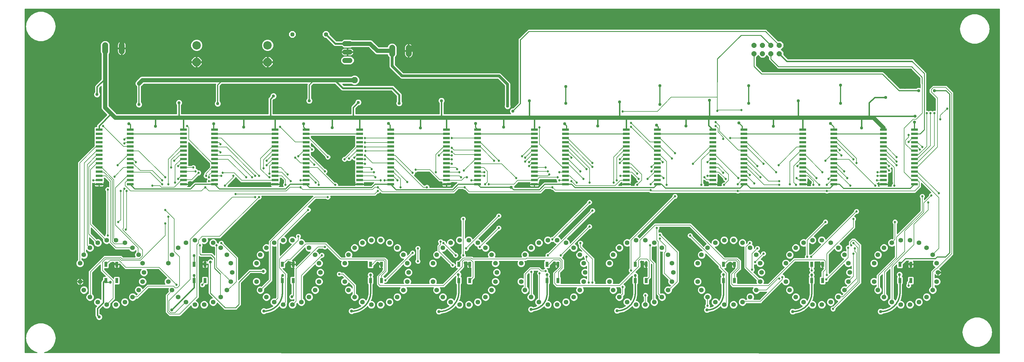
<source format=gtl>
G75*
%MOIN*%
%OFA0B0*%
%FSLAX25Y25*%
%IPPOS*%
%LPD*%
%AMOC8*
5,1,8,0,0,1.08239X$1,22.5*
%
%ADD10R,0.07874X0.03000*%
%ADD11C,0.05600*%
%ADD12OC8,0.04800*%
%ADD13C,0.10000*%
%ADD14OC8,0.10000*%
%ADD15C,0.06000*%
%ADD16C,0.07050*%
%ADD17R,0.03543X0.05906*%
%ADD18OC8,0.06000*%
%ADD19C,0.01200*%
%ADD20C,0.03762*%
%ADD21C,0.01000*%
%ADD22C,0.00800*%
%ADD23C,0.02700*%
%ADD24C,0.01600*%
%ADD25C,0.07677*%
%ADD26C,0.05000*%
%ADD27C,0.02400*%
%ADD28C,0.03369*%
%ADD29C,0.03200*%
%ADD30C,0.05600*%
%ADD31C,0.05315*%
%ADD32C,0.05906*%
%ADD33R,0.03762X0.03762*%
D10*
X0091996Y0204500D03*
X0091996Y0209500D03*
X0091996Y0214500D03*
X0091996Y0219500D03*
X0091996Y0224500D03*
X0091996Y0229500D03*
X0091996Y0234500D03*
X0091996Y0239500D03*
X0091996Y0244500D03*
X0091996Y0249500D03*
X0091996Y0254500D03*
X0091996Y0259500D03*
X0091996Y0264500D03*
X0091996Y0269500D03*
X0129004Y0269500D03*
X0129004Y0264500D03*
X0129004Y0259500D03*
X0129004Y0254500D03*
X0129004Y0249500D03*
X0129004Y0244500D03*
X0129004Y0239500D03*
X0129004Y0234500D03*
X0129004Y0229500D03*
X0129004Y0224500D03*
X0129004Y0219500D03*
X0129004Y0214500D03*
X0129004Y0209500D03*
X0129004Y0204500D03*
X0192496Y0204500D03*
X0192496Y0209500D03*
X0192496Y0214500D03*
X0192496Y0219500D03*
X0192496Y0224500D03*
X0192496Y0229500D03*
X0192496Y0234500D03*
X0192496Y0239500D03*
X0192496Y0244500D03*
X0192496Y0249500D03*
X0192496Y0254500D03*
X0192496Y0259500D03*
X0192496Y0264500D03*
X0192496Y0269500D03*
X0229504Y0269500D03*
X0229504Y0264500D03*
X0229504Y0259500D03*
X0229504Y0254500D03*
X0229504Y0249500D03*
X0229504Y0244500D03*
X0229504Y0239500D03*
X0229504Y0234500D03*
X0229504Y0229500D03*
X0229504Y0224500D03*
X0229504Y0219500D03*
X0229504Y0214500D03*
X0229504Y0209500D03*
X0229504Y0204500D03*
X0301496Y0204500D03*
X0301496Y0209500D03*
X0301496Y0214500D03*
X0301496Y0219500D03*
X0301496Y0224500D03*
X0301496Y0229500D03*
X0301496Y0234500D03*
X0301496Y0239500D03*
X0301496Y0244500D03*
X0301496Y0249500D03*
X0301496Y0254500D03*
X0301496Y0259500D03*
X0301496Y0264500D03*
X0301496Y0269500D03*
X0338504Y0269500D03*
X0338504Y0264500D03*
X0338504Y0259500D03*
X0338504Y0254500D03*
X0338504Y0249500D03*
X0338504Y0244500D03*
X0338504Y0239500D03*
X0338504Y0234500D03*
X0338504Y0229500D03*
X0338504Y0224500D03*
X0338504Y0219500D03*
X0338504Y0214500D03*
X0338504Y0209500D03*
X0338504Y0204500D03*
X0401996Y0204500D03*
X0401996Y0209500D03*
X0401996Y0214500D03*
X0401996Y0219500D03*
X0401996Y0224500D03*
X0401996Y0229500D03*
X0401996Y0234500D03*
X0401996Y0239500D03*
X0401996Y0244500D03*
X0401996Y0249500D03*
X0401996Y0254500D03*
X0401996Y0259500D03*
X0401996Y0264500D03*
X0401996Y0269500D03*
X0439004Y0269500D03*
X0439004Y0264500D03*
X0439004Y0259500D03*
X0439004Y0254500D03*
X0439004Y0249500D03*
X0439004Y0244500D03*
X0439004Y0239500D03*
X0439004Y0234500D03*
X0439004Y0229500D03*
X0439004Y0224500D03*
X0439004Y0219500D03*
X0439004Y0214500D03*
X0439004Y0209500D03*
X0439004Y0204500D03*
X0505496Y0204500D03*
X0505496Y0209500D03*
X0505496Y0214500D03*
X0505496Y0219500D03*
X0505496Y0224500D03*
X0505496Y0229500D03*
X0505496Y0234500D03*
X0505496Y0239500D03*
X0505496Y0244500D03*
X0505496Y0249500D03*
X0505496Y0254500D03*
X0505496Y0259500D03*
X0505496Y0264500D03*
X0505496Y0269500D03*
X0542504Y0269500D03*
X0542504Y0264500D03*
X0542504Y0259500D03*
X0542504Y0254500D03*
X0542504Y0249500D03*
X0542504Y0244500D03*
X0542504Y0239500D03*
X0542504Y0234500D03*
X0542504Y0229500D03*
X0542504Y0224500D03*
X0542504Y0219500D03*
X0542504Y0214500D03*
X0542504Y0209500D03*
X0542504Y0204500D03*
X0609996Y0204500D03*
X0609996Y0209500D03*
X0609996Y0214500D03*
X0609996Y0219500D03*
X0609996Y0224500D03*
X0609996Y0229500D03*
X0609996Y0234500D03*
X0609996Y0239500D03*
X0609996Y0244500D03*
X0609996Y0249500D03*
X0609996Y0254500D03*
X0609996Y0259500D03*
X0609996Y0264500D03*
X0609996Y0269500D03*
X0647004Y0269500D03*
X0647004Y0264500D03*
X0647004Y0259500D03*
X0647004Y0254500D03*
X0647004Y0249500D03*
X0647004Y0244500D03*
X0647004Y0239500D03*
X0647004Y0234500D03*
X0647004Y0229500D03*
X0647004Y0224500D03*
X0647004Y0219500D03*
X0647004Y0214500D03*
X0647004Y0209500D03*
X0647004Y0204500D03*
X0719496Y0204500D03*
X0719496Y0209500D03*
X0719496Y0214500D03*
X0719496Y0219500D03*
X0719496Y0224500D03*
X0719496Y0229500D03*
X0719496Y0234500D03*
X0719496Y0239500D03*
X0719496Y0244500D03*
X0719496Y0249500D03*
X0719496Y0254500D03*
X0719496Y0259500D03*
X0719496Y0264500D03*
X0719496Y0269500D03*
X0756504Y0269500D03*
X0756504Y0264500D03*
X0756504Y0259500D03*
X0756504Y0254500D03*
X0756504Y0249500D03*
X0756504Y0244500D03*
X0756504Y0239500D03*
X0756504Y0234500D03*
X0756504Y0229500D03*
X0756504Y0224500D03*
X0756504Y0219500D03*
X0756504Y0214500D03*
X0756504Y0209500D03*
X0756504Y0204500D03*
X0822496Y0204500D03*
X0822496Y0209500D03*
X0822496Y0214500D03*
X0822496Y0219500D03*
X0822496Y0224500D03*
X0822496Y0229500D03*
X0822496Y0234500D03*
X0822496Y0239500D03*
X0822496Y0244500D03*
X0822496Y0249500D03*
X0822496Y0254500D03*
X0822496Y0259500D03*
X0822496Y0264500D03*
X0822496Y0269500D03*
X0859504Y0269500D03*
X0859504Y0264500D03*
X0859504Y0259500D03*
X0859504Y0254500D03*
X0859504Y0249500D03*
X0859504Y0244500D03*
X0859504Y0239500D03*
X0859504Y0234500D03*
X0859504Y0229500D03*
X0859504Y0224500D03*
X0859504Y0219500D03*
X0859504Y0214500D03*
X0859504Y0209500D03*
X0859504Y0204500D03*
X0929496Y0204500D03*
X0929496Y0209500D03*
X0929496Y0214500D03*
X0929496Y0219500D03*
X0929496Y0224500D03*
X0929496Y0229500D03*
X0929496Y0234500D03*
X0929496Y0239500D03*
X0929496Y0244500D03*
X0929496Y0249500D03*
X0929496Y0254500D03*
X0929496Y0259500D03*
X0929496Y0264500D03*
X0929496Y0269500D03*
X0966504Y0269500D03*
X0966504Y0264500D03*
X0966504Y0259500D03*
X0966504Y0254500D03*
X0966504Y0249500D03*
X0966504Y0244500D03*
X0966504Y0239500D03*
X0966504Y0234500D03*
X0966504Y0229500D03*
X0966504Y0224500D03*
X0966504Y0219500D03*
X0966504Y0214500D03*
X0966504Y0209500D03*
X0966504Y0204500D03*
X1025496Y0204500D03*
X1025496Y0209500D03*
X1025496Y0214500D03*
X1025496Y0219500D03*
X1025496Y0224500D03*
X1025496Y0229500D03*
X1025496Y0234500D03*
X1025496Y0239500D03*
X1025496Y0244500D03*
X1025496Y0249500D03*
X1025496Y0254500D03*
X1025496Y0259500D03*
X1025496Y0264500D03*
X1025496Y0269500D03*
X1062504Y0269500D03*
X1062504Y0264500D03*
X1062504Y0259500D03*
X1062504Y0254500D03*
X1062504Y0249500D03*
X1062504Y0244500D03*
X1062504Y0239500D03*
X1062504Y0234500D03*
X1062504Y0229500D03*
X1062504Y0224500D03*
X1062504Y0219500D03*
X1062504Y0214500D03*
X1062504Y0209500D03*
X1062504Y0204500D03*
D11*
X1057019Y0137886D03*
X1045981Y0137886D03*
X1035390Y0134776D03*
X1026104Y0128808D03*
X1018876Y0120467D03*
X1014290Y0110426D03*
X0983710Y0110426D03*
X0979124Y0120467D03*
X0971896Y0128808D03*
X0962610Y0134776D03*
X0952019Y0137886D03*
X0940981Y0137886D03*
X0930390Y0134776D03*
X0921104Y0128808D03*
X0913876Y0120467D03*
X0909290Y0110426D03*
X0878710Y0110426D03*
X0874124Y0120467D03*
X0866896Y0128808D03*
X0857610Y0134776D03*
X0847019Y0137886D03*
X0835981Y0137886D03*
X0825390Y0134776D03*
X0816104Y0128808D03*
X0808876Y0120467D03*
X0804290Y0110426D03*
X0773710Y0110426D03*
X0769124Y0120467D03*
X0761896Y0128808D03*
X0752610Y0134776D03*
X0742019Y0137886D03*
X0730981Y0137886D03*
X0720390Y0134776D03*
X0711104Y0128808D03*
X0703876Y0120467D03*
X0699290Y0110426D03*
X0668710Y0110426D03*
X0664124Y0120467D03*
X0656896Y0128808D03*
X0647610Y0134776D03*
X0637019Y0137886D03*
X0625981Y0137886D03*
X0615390Y0134776D03*
X0606104Y0128808D03*
X0598876Y0120467D03*
X0594290Y0110426D03*
X0563710Y0110426D03*
X0559124Y0120467D03*
X0551896Y0128808D03*
X0542610Y0134776D03*
X0532019Y0137886D03*
X0520981Y0137886D03*
X0510390Y0134776D03*
X0501104Y0128808D03*
X0493876Y0120467D03*
X0489290Y0110426D03*
X0458710Y0110426D03*
X0454124Y0120467D03*
X0446896Y0128808D03*
X0437610Y0134776D03*
X0427019Y0137886D03*
X0415981Y0137886D03*
X0405390Y0134776D03*
X0396104Y0128808D03*
X0388876Y0120467D03*
X0384290Y0110426D03*
X0353710Y0110426D03*
X0349124Y0120467D03*
X0341896Y0128808D03*
X0332610Y0134776D03*
X0322019Y0137886D03*
X0310981Y0137886D03*
X0300390Y0134776D03*
X0291104Y0128808D03*
X0283876Y0120467D03*
X0279290Y0110426D03*
X0248710Y0110426D03*
X0244124Y0120467D03*
X0236896Y0128808D03*
X0227610Y0134776D03*
X0217019Y0137886D03*
X0205981Y0137886D03*
X0195390Y0134776D03*
X0186104Y0128808D03*
X0178876Y0120467D03*
X0174290Y0110426D03*
X0143710Y0110426D03*
X0139124Y0120467D03*
X0131896Y0128808D03*
X0122610Y0134776D03*
X0112019Y0137886D03*
X0100981Y0137886D03*
X0090390Y0134776D03*
X0081104Y0128808D03*
X0073876Y0120467D03*
X0069290Y0110426D03*
X0069290Y0088574D03*
X0073876Y0078533D03*
X0081104Y0070192D03*
X0090390Y0064224D03*
X0100981Y0061114D03*
X0112019Y0061114D03*
X0122610Y0064224D03*
X0131896Y0070192D03*
X0139124Y0078533D03*
X0143710Y0088574D03*
X0145281Y0099500D03*
X0174290Y0088574D03*
X0178876Y0078533D03*
X0186104Y0070192D03*
X0195390Y0064224D03*
X0205981Y0061114D03*
X0217019Y0061114D03*
X0227610Y0064224D03*
X0236896Y0070192D03*
X0244124Y0078533D03*
X0248710Y0088574D03*
X0250281Y0099500D03*
X0279290Y0088574D03*
X0283876Y0078533D03*
X0291104Y0070192D03*
X0300390Y0064224D03*
X0310981Y0061114D03*
X0322019Y0061114D03*
X0332610Y0064224D03*
X0341896Y0070192D03*
X0349124Y0078533D03*
X0353710Y0088574D03*
X0355281Y0099500D03*
X0384290Y0088574D03*
X0388876Y0078533D03*
X0396104Y0070192D03*
X0405390Y0064224D03*
X0415981Y0061114D03*
X0427019Y0061114D03*
X0437610Y0064224D03*
X0446896Y0070192D03*
X0454124Y0078533D03*
X0458710Y0088574D03*
X0460281Y0099500D03*
X0489290Y0088574D03*
X0493876Y0078533D03*
X0501104Y0070192D03*
X0510390Y0064224D03*
X0520981Y0061114D03*
X0532019Y0061114D03*
X0542610Y0064224D03*
X0551896Y0070192D03*
X0559124Y0078533D03*
X0563710Y0088574D03*
X0565281Y0099500D03*
X0594290Y0088574D03*
X0598876Y0078533D03*
X0606104Y0070192D03*
X0615390Y0064224D03*
X0625981Y0061114D03*
X0637019Y0061114D03*
X0647610Y0064224D03*
X0656896Y0070192D03*
X0664124Y0078533D03*
X0668710Y0088574D03*
X0670281Y0099500D03*
X0699290Y0088574D03*
X0703876Y0078533D03*
X0711104Y0070192D03*
X0720390Y0064224D03*
X0730981Y0061114D03*
X0742019Y0061114D03*
X0752610Y0064224D03*
X0761896Y0070192D03*
X0769124Y0078533D03*
X0773710Y0088574D03*
X0775281Y0099500D03*
X0804290Y0088574D03*
X0808876Y0078533D03*
X0816104Y0070192D03*
X0825390Y0064224D03*
X0835981Y0061114D03*
X0847019Y0061114D03*
X0857610Y0064224D03*
X0866896Y0070192D03*
X0874124Y0078533D03*
X0878710Y0088574D03*
X0880281Y0099500D03*
X0909290Y0088574D03*
X0913876Y0078533D03*
X0921104Y0070192D03*
X0930390Y0064224D03*
X0940981Y0061114D03*
X0952019Y0061114D03*
X0962610Y0064224D03*
X0971896Y0070192D03*
X0979124Y0078533D03*
X0983710Y0088574D03*
X0985281Y0099500D03*
X1014290Y0088574D03*
X1018876Y0078533D03*
X1026104Y0070192D03*
X1035390Y0064224D03*
X1045981Y0061114D03*
X1057019Y0061114D03*
X1067610Y0064224D03*
X1076896Y0070192D03*
X1084124Y0078533D03*
X1088710Y0088574D03*
X1090281Y0099500D03*
X1088710Y0110426D03*
X1084124Y0120467D03*
X1076896Y0128808D03*
X1067610Y0134776D03*
D12*
X0362000Y0383000D03*
X0322000Y0383000D03*
D13*
X0292500Y0370000D03*
X0208000Y0370000D03*
D14*
X0208000Y0350000D03*
X0292500Y0350000D03*
D15*
X0384500Y0352000D02*
X0390500Y0352000D01*
X0390500Y0362000D02*
X0384500Y0362000D01*
X0384500Y0372000D02*
X0390500Y0372000D01*
D16*
X0440657Y0367025D02*
X0440657Y0359975D01*
X0460343Y0359975D02*
X0460343Y0367025D01*
X0118843Y0370025D02*
X0118843Y0362975D01*
X0099157Y0362975D02*
X0099157Y0370025D01*
D17*
X0100004Y0109146D03*
X0112996Y0109146D03*
X0112996Y0089854D03*
X0100004Y0089854D03*
X0205004Y0089854D03*
X0217996Y0089854D03*
X0217996Y0109146D03*
X0205004Y0109146D03*
X0310004Y0109146D03*
X0322996Y0109146D03*
X0322996Y0089854D03*
X0310004Y0089854D03*
X0415004Y0089854D03*
X0427996Y0089854D03*
X0427996Y0109146D03*
X0415004Y0109146D03*
X0520004Y0109146D03*
X0532996Y0109146D03*
X0532996Y0089854D03*
X0520004Y0089854D03*
X0625004Y0089854D03*
X0637996Y0089854D03*
X0637996Y0109146D03*
X0625004Y0109146D03*
X0730004Y0109146D03*
X0742996Y0109146D03*
X0742996Y0089854D03*
X0730004Y0089854D03*
X0835004Y0089854D03*
X0847996Y0089854D03*
X0847996Y0109146D03*
X0835004Y0109146D03*
X0940004Y0109146D03*
X0952996Y0109146D03*
X0952996Y0089854D03*
X0940004Y0089854D03*
X1045004Y0089854D03*
X1057996Y0089854D03*
X1057996Y0109146D03*
X1045004Y0109146D03*
D18*
X0901500Y0360000D03*
X0891500Y0360000D03*
X0881500Y0360000D03*
X0871500Y0360000D03*
X0871500Y0370000D03*
X0881500Y0370000D03*
X0891500Y0370000D03*
X0901500Y0370000D03*
D19*
X0865000Y0322000D02*
X0865000Y0301000D01*
X0853500Y0277500D02*
X0857500Y0273500D01*
X0857500Y0269500D01*
X0857400Y0269400D01*
X0857000Y0269000D01*
X0759500Y0299500D02*
X0759500Y0322000D01*
X0647500Y0321000D02*
X0647500Y0301000D01*
X0593500Y0300500D02*
X0584500Y0291500D01*
X0593500Y0300500D02*
X0593500Y0376500D01*
X0348000Y0328500D02*
X0342000Y0322500D01*
X0342000Y0304000D01*
X0335500Y0276500D02*
X0335500Y0272504D01*
X0338504Y0269500D01*
X0436500Y0277000D02*
X0438500Y0275000D01*
X0438500Y0270004D01*
X0439004Y0269500D01*
X0540000Y0272004D02*
X0542504Y0269500D01*
X0540000Y0272004D02*
X0540000Y0277000D01*
X0646000Y0276500D02*
X0648500Y0274000D01*
X0648500Y0270996D01*
X0647004Y0269500D01*
X0755500Y0275000D02*
X0757500Y0273000D01*
X0757500Y0270496D01*
X0756504Y0269500D01*
X0619000Y0208500D02*
X0615000Y0204500D01*
X0609996Y0204500D01*
X0616000Y0198000D02*
X0622500Y0204500D01*
X0647004Y0204500D01*
X0654500Y0204500D01*
X0658500Y0200500D01*
X0752504Y0200500D01*
X0756504Y0204500D01*
X0761500Y0204500D01*
X0766000Y0200000D01*
X0855004Y0200000D01*
X0859504Y0204500D01*
X0862500Y0204500D01*
X0867000Y0200000D01*
X0962004Y0200000D01*
X0966504Y0204500D01*
X0973000Y0204500D01*
X0978000Y0199500D01*
X1057504Y0199500D01*
X1062504Y0204500D01*
X1035000Y0206000D02*
X1033500Y0204500D01*
X1025496Y0204500D01*
X0938500Y0207000D02*
X0936000Y0204500D01*
X0929496Y0204500D01*
X0831500Y0207000D02*
X0829000Y0204500D01*
X0822496Y0204500D01*
X0728500Y0205500D02*
X0727500Y0204500D01*
X0719496Y0204500D01*
X0728500Y0205500D02*
X0728500Y0207000D01*
X0616000Y0198000D02*
X0585500Y0198000D01*
X0582500Y0201000D01*
X0546004Y0201000D01*
X0542504Y0204500D01*
X0519500Y0204500D01*
X0513000Y0198000D01*
X0445504Y0198000D01*
X0439004Y0204500D01*
X0420500Y0204500D01*
X0416500Y0200500D01*
X0342504Y0200500D01*
X0338504Y0204500D01*
X0319500Y0204500D01*
X0314000Y0199000D01*
X0235004Y0199000D01*
X0229504Y0204500D01*
X0206500Y0204500D01*
X0201000Y0199000D01*
X0134504Y0199000D01*
X0129004Y0204500D01*
X0192496Y0204500D02*
X0198500Y0204500D01*
X0200500Y0206500D01*
X0301496Y0204500D02*
X0306500Y0204500D01*
X0310500Y0208500D01*
X0401996Y0204500D02*
X0410500Y0204500D01*
X0505496Y0204500D02*
X0506496Y0205500D01*
X0513000Y0205500D01*
X0229504Y0269500D02*
X0228500Y0270504D01*
X0228500Y0276500D01*
X0233000Y0300500D02*
X0233000Y0322500D01*
X0239000Y0328500D01*
X0139500Y0324500D02*
X0139500Y0299500D01*
X0128500Y0276500D02*
X0127500Y0276500D01*
X0128500Y0276500D02*
X0129500Y0275500D01*
X0129500Y0269996D01*
X0129004Y0269500D01*
X0112996Y0109146D02*
X0112996Y0102504D01*
X0126500Y0089000D01*
X0126500Y0067500D01*
X0133500Y0060500D01*
X0133500Y0035500D01*
X0142000Y0027000D01*
X0974500Y0301000D02*
X0974500Y0322500D01*
X1029000Y0331000D02*
X1044000Y0316000D01*
X1067500Y0316000D01*
X1086000Y0316000D02*
X1100000Y0316000D01*
X1104500Y0311500D01*
X1104500Y0123000D01*
X1099500Y0118000D01*
X1089500Y0118000D01*
X1087500Y0116000D01*
X1051858Y0116000D01*
X1045004Y0109146D01*
X1062504Y0269500D02*
X1062500Y0269504D01*
X1062500Y0278500D01*
D20*
X1062500Y0278500D03*
X1063000Y0285500D03*
X1028000Y0308000D03*
X1067500Y0316000D03*
X1086000Y0316000D03*
X0999500Y0271500D03*
X0962500Y0277000D03*
X0974500Y0301000D03*
X0924000Y0304000D03*
X0974500Y0322500D03*
X0865000Y0322000D03*
X0818500Y0304500D03*
X0865000Y0301000D03*
X0853500Y0277500D03*
X0894500Y0273500D03*
X0790500Y0274000D03*
X0755500Y0275000D03*
X0759500Y0299500D03*
X0711500Y0302500D03*
X0759500Y0322000D03*
X0647500Y0321000D03*
X0647500Y0301000D03*
X0604000Y0304000D03*
X0578000Y0297500D03*
X0584500Y0291500D03*
X0573500Y0272500D03*
X0540000Y0277000D03*
X0499500Y0304000D03*
X0449000Y0301000D03*
X0400500Y0302000D03*
X0342000Y0304000D03*
X0299500Y0309500D03*
X0233000Y0300500D03*
X0187000Y0301500D03*
X0139500Y0299500D03*
X0089500Y0311500D03*
X0127500Y0276500D03*
X0159000Y0273500D03*
X0228500Y0276500D03*
X0264000Y0272500D03*
X0335500Y0276500D03*
X0369500Y0272000D03*
X0436500Y0277000D03*
X0474500Y0271500D03*
X0619000Y0208500D03*
X0582500Y0201000D03*
X0513000Y0205500D03*
X0410500Y0204500D03*
X0310500Y0208500D03*
X0200500Y0206500D03*
X0100500Y0208500D03*
X0178500Y0055000D03*
X0092000Y0046500D03*
X0288000Y0053500D03*
X0392500Y0053500D03*
X0496500Y0053000D03*
X0606000Y0055500D03*
X0708500Y0054000D03*
X0815500Y0055000D03*
X0917500Y0053000D03*
X1022000Y0053000D03*
X1035000Y0206000D03*
X0938500Y0207000D03*
X0831500Y0207000D03*
X0728500Y0207000D03*
X0685500Y0274000D03*
X0646000Y0276500D03*
D21*
X0003600Y0413101D02*
X0003600Y0004099D01*
X0018192Y0004093D01*
X0014981Y0005036D01*
X0014981Y0005036D01*
X0010647Y0007821D01*
X0010647Y0007821D01*
X0007273Y0011714D01*
X0007273Y0011714D01*
X0005133Y0016401D01*
X0004400Y0021500D01*
X0004400Y0021500D01*
X0005133Y0026599D01*
X0005133Y0026599D01*
X0007273Y0031286D01*
X0007273Y0031286D01*
X0010647Y0035179D01*
X0010647Y0035179D01*
X0010647Y0035179D01*
X0014981Y0037964D01*
X0014981Y0037964D01*
X0019924Y0039416D01*
X0025076Y0039416D01*
X0030019Y0037964D01*
X0030019Y0037964D01*
X0034353Y0035179D01*
X0034353Y0035179D01*
X0037727Y0031286D01*
X0037727Y0031286D01*
X0039867Y0026599D01*
X0039867Y0026599D01*
X0040600Y0021500D01*
X0039867Y0016401D01*
X0039867Y0016401D01*
X0037727Y0011714D01*
X0037727Y0011714D01*
X0034353Y0007821D01*
X0034353Y0007821D01*
X0034353Y0007821D01*
X0030019Y0005036D01*
X0030019Y0005036D01*
X0026795Y0004089D01*
X1163321Y0003601D01*
X1163321Y0413101D01*
X0003600Y0413101D01*
X0003600Y0412936D02*
X1163321Y0412936D01*
X1163321Y0411937D02*
X0003600Y0411937D01*
X0003600Y0410939D02*
X1163321Y0410939D01*
X1163321Y0409940D02*
X0026695Y0409940D01*
X0025076Y0410416D02*
X0019924Y0410416D01*
X0014981Y0408964D01*
X0010647Y0406179D01*
X0007273Y0402286D01*
X0005133Y0397599D01*
X0004400Y0392500D01*
X0004400Y0392500D01*
X0005133Y0387401D01*
X0005133Y0387401D01*
X0007273Y0382714D01*
X0010647Y0378821D01*
X0014981Y0376036D01*
X0019924Y0374584D01*
X0025076Y0374584D01*
X0030019Y0376036D01*
X0034353Y0378821D01*
X0037727Y0382714D01*
X0037727Y0382714D01*
X0039867Y0387401D01*
X0040600Y0392500D01*
X0039867Y0397599D01*
X0039867Y0397599D01*
X0037727Y0402286D01*
X0034353Y0406179D01*
X0030019Y0408964D01*
X0025076Y0410416D01*
X0030019Y0408964D02*
X0030019Y0408964D01*
X0030054Y0408942D02*
X1163321Y0408942D01*
X1163321Y0407943D02*
X0031608Y0407943D01*
X0033162Y0406945D02*
X1129820Y0406945D01*
X1131424Y0407416D02*
X1126481Y0405964D01*
X1122147Y0403179D01*
X1118773Y0399286D01*
X1116633Y0394599D01*
X1115900Y0389500D01*
X1115900Y0389500D01*
X1116633Y0384401D01*
X1116633Y0384401D01*
X1118773Y0379714D01*
X1122147Y0375821D01*
X1126481Y0373036D01*
X1131424Y0371584D01*
X1136576Y0371584D01*
X1141519Y0373036D01*
X1145853Y0375821D01*
X1149227Y0379714D01*
X1149227Y0379714D01*
X1151367Y0384401D01*
X1152100Y0389500D01*
X1152100Y0389500D01*
X1151367Y0394599D01*
X1149227Y0399286D01*
X1145853Y0403179D01*
X1141519Y0405964D01*
X1136576Y0407416D01*
X1131424Y0407416D01*
X1126481Y0405964D02*
X1126481Y0405964D01*
X1126453Y0405946D02*
X0034555Y0405946D01*
X0034353Y0406179D02*
X0034353Y0406179D01*
X0035420Y0404948D02*
X1124899Y0404948D01*
X1123345Y0403949D02*
X0036285Y0403949D01*
X0037150Y0402951D02*
X1121949Y0402951D01*
X1122147Y0403179D02*
X1122147Y0403179D01*
X1122147Y0403179D01*
X1121084Y0401952D02*
X0037879Y0401952D01*
X0037727Y0402286D02*
X0037727Y0402286D01*
X0038335Y0400954D02*
X1120219Y0400954D01*
X1119353Y0399955D02*
X0038791Y0399955D01*
X0039247Y0398957D02*
X1118623Y0398957D01*
X1118773Y0399286D02*
X1118773Y0399286D01*
X1118167Y0397958D02*
X0039703Y0397958D01*
X0039959Y0396960D02*
X1117711Y0396960D01*
X1117255Y0395961D02*
X0040102Y0395961D01*
X0040246Y0394963D02*
X1116799Y0394963D01*
X1116633Y0394599D02*
X1116633Y0394599D01*
X1116542Y0393964D02*
X0040389Y0393964D01*
X0040533Y0392966D02*
X1116398Y0392966D01*
X1116255Y0391967D02*
X0040523Y0391967D01*
X0040380Y0390969D02*
X1116111Y0390969D01*
X1115968Y0389970D02*
X0040236Y0389970D01*
X0040093Y0388972D02*
X0602673Y0388972D01*
X0602983Y0389100D02*
X0602027Y0388704D01*
X0601296Y0387973D01*
X0039949Y0387973D01*
X0039867Y0387401D02*
X0039867Y0387401D01*
X0039672Y0386974D02*
X0319611Y0386974D01*
X0320136Y0387500D02*
X0317500Y0384864D01*
X0317500Y0381136D01*
X0320136Y0378500D01*
X0323864Y0378500D01*
X0326500Y0381136D01*
X0326500Y0384864D01*
X0323864Y0387500D01*
X0320136Y0387500D01*
X0318612Y0385976D02*
X0039216Y0385976D01*
X0038760Y0384977D02*
X0317614Y0384977D01*
X0317500Y0383979D02*
X0038304Y0383979D01*
X0037848Y0382980D02*
X0317500Y0382980D01*
X0317500Y0381982D02*
X0037092Y0381982D01*
X0036227Y0380983D02*
X0317653Y0380983D01*
X0318651Y0379985D02*
X0035362Y0379985D01*
X0034496Y0378986D02*
X0319650Y0378986D01*
X0324350Y0378986D02*
X0359650Y0378986D01*
X0360136Y0378500D02*
X0361833Y0378500D01*
X0371131Y0369202D01*
X0372344Y0368700D01*
X0380588Y0368700D01*
X0381611Y0367676D01*
X0383486Y0366900D01*
X0391514Y0366900D01*
X0392722Y0367400D01*
X0412595Y0367400D01*
X0420394Y0359600D01*
X0422085Y0358900D01*
X0435032Y0358900D01*
X0435032Y0358856D01*
X0435889Y0356789D01*
X0436957Y0355720D01*
X0436957Y0344607D01*
X0437521Y0343247D01*
X0449363Y0331404D01*
X0450404Y0330363D01*
X0451764Y0329800D01*
X0566467Y0329800D01*
X0574300Y0321967D01*
X0574300Y0298971D01*
X0574019Y0298292D01*
X0574019Y0296708D01*
X0574625Y0295245D01*
X0575745Y0294125D01*
X0577208Y0293519D01*
X0578792Y0293519D01*
X0580255Y0294125D01*
X0581375Y0295245D01*
X0581981Y0296708D01*
X0581981Y0298292D01*
X0581700Y0298971D01*
X0581700Y0324236D01*
X0581137Y0325596D01*
X0580096Y0326637D01*
X0570096Y0336637D01*
X0568736Y0337200D01*
X0454033Y0337200D01*
X0444357Y0346875D01*
X0444357Y0355720D01*
X0445426Y0356789D01*
X0446282Y0358856D01*
X0446282Y0368144D01*
X0445426Y0370211D01*
X0443844Y0371794D01*
X0441776Y0372650D01*
X0439539Y0372650D01*
X0437471Y0371794D01*
X0435889Y0370211D01*
X0435032Y0368144D01*
X0435032Y0368100D01*
X0424905Y0368100D01*
X0418400Y0374606D01*
X0417106Y0375900D01*
X0415415Y0376600D01*
X0392722Y0376600D01*
X0391514Y0377100D01*
X0383486Y0377100D01*
X0381611Y0376324D01*
X0380588Y0375300D01*
X0374367Y0375300D01*
X0366500Y0383167D01*
X0366500Y0384864D01*
X0363864Y0387500D01*
X0360136Y0387500D01*
X0357500Y0384864D01*
X0357500Y0381136D01*
X0360136Y0378500D01*
X0358651Y0379985D02*
X0325349Y0379985D01*
X0326347Y0380983D02*
X0357653Y0380983D01*
X0357500Y0381982D02*
X0326500Y0381982D01*
X0326500Y0382980D02*
X0357500Y0382980D01*
X0357500Y0383979D02*
X0326500Y0383979D01*
X0326386Y0384977D02*
X0357614Y0384977D01*
X0358612Y0385976D02*
X0325388Y0385976D01*
X0324389Y0386974D02*
X0359611Y0386974D01*
X0364389Y0386974D02*
X0600298Y0386974D01*
X0601296Y0387973D02*
X0592212Y0378889D01*
X0591971Y0378789D01*
X0591211Y0378029D01*
X0590800Y0377037D01*
X0590800Y0301618D01*
X0584663Y0295481D01*
X0583708Y0295481D01*
X0582245Y0294875D01*
X0581125Y0293755D01*
X0580519Y0292292D01*
X0580519Y0290708D01*
X0581125Y0289245D01*
X0581770Y0288600D01*
X0502400Y0288600D01*
X0502400Y0301270D01*
X0502875Y0301745D01*
X0503481Y0303208D01*
X0503481Y0304792D01*
X0502875Y0306255D01*
X0501755Y0307375D01*
X0500292Y0307981D01*
X0498708Y0307981D01*
X0497245Y0307375D01*
X0496125Y0306255D01*
X0495519Y0304792D01*
X0495519Y0303208D01*
X0496125Y0301745D01*
X0496600Y0301270D01*
X0496600Y0288600D01*
X0397400Y0288600D01*
X0397400Y0294799D01*
X0400620Y0298019D01*
X0401292Y0298019D01*
X0402755Y0298625D01*
X0403875Y0299745D01*
X0404481Y0301208D01*
X0404481Y0302792D01*
X0403875Y0304255D01*
X0402755Y0305375D01*
X0401292Y0305981D01*
X0399708Y0305981D01*
X0398245Y0305375D01*
X0397125Y0304255D01*
X0396519Y0302792D01*
X0396519Y0302120D01*
X0392041Y0297643D01*
X0391600Y0296577D01*
X0391600Y0288600D01*
X0298900Y0288600D01*
X0298900Y0304799D01*
X0299620Y0305519D01*
X0300292Y0305519D01*
X0301755Y0306125D01*
X0302875Y0307245D01*
X0303481Y0308708D01*
X0303481Y0310292D01*
X0302875Y0311755D01*
X0301755Y0312875D01*
X0300292Y0313481D01*
X0298708Y0313481D01*
X0297245Y0312875D01*
X0296125Y0311755D01*
X0295519Y0310292D01*
X0295519Y0309620D01*
X0293541Y0307643D01*
X0293100Y0306577D01*
X0293100Y0288600D01*
X0189900Y0288600D01*
X0189900Y0298770D01*
X0190375Y0299245D01*
X0190981Y0300708D01*
X0190981Y0302292D01*
X0190375Y0303755D01*
X0189255Y0304875D01*
X0187792Y0305481D01*
X0186208Y0305481D01*
X0184745Y0304875D01*
X0183625Y0303755D01*
X0183019Y0302292D01*
X0183019Y0300708D01*
X0183625Y0299245D01*
X0184100Y0298770D01*
X0184100Y0288600D01*
X0112905Y0288600D01*
X0109106Y0292400D01*
X0103757Y0297748D01*
X0103757Y0359620D01*
X0103926Y0359789D01*
X0104782Y0361856D01*
X0104782Y0371144D01*
X0103926Y0373211D01*
X0102344Y0374794D01*
X0100276Y0375650D01*
X0098039Y0375650D01*
X0095971Y0374794D01*
X0094389Y0373211D01*
X0093532Y0371144D01*
X0093532Y0361856D01*
X0094389Y0359789D01*
X0094557Y0359620D01*
X0094557Y0329501D01*
X0087041Y0321985D01*
X0086600Y0320919D01*
X0086600Y0314230D01*
X0086125Y0313755D01*
X0085519Y0312292D01*
X0085519Y0310708D01*
X0086125Y0309245D01*
X0087245Y0308125D01*
X0088708Y0307519D01*
X0090292Y0307519D01*
X0091755Y0308125D01*
X0092875Y0309245D01*
X0093481Y0310708D01*
X0093481Y0312292D01*
X0092875Y0313755D01*
X0092400Y0314230D01*
X0092400Y0319141D01*
X0094557Y0321299D01*
X0094557Y0294928D01*
X0095258Y0293237D01*
X0101197Y0287298D01*
X0089538Y0275639D01*
X0089096Y0274573D01*
X0089096Y0273100D01*
X0087189Y0273100D01*
X0085959Y0271870D01*
X0085959Y0267130D01*
X0086089Y0267000D01*
X0085959Y0266870D01*
X0085959Y0262130D01*
X0086089Y0262000D01*
X0085959Y0261870D01*
X0085959Y0257130D01*
X0086089Y0257000D01*
X0085959Y0256870D01*
X0085959Y0252130D01*
X0086089Y0252000D01*
X0085959Y0251870D01*
X0085959Y0250295D01*
X0066881Y0231216D01*
X0066500Y0230297D01*
X0066500Y0114565D01*
X0065136Y0113201D01*
X0064390Y0111400D01*
X0064390Y0109451D01*
X0065136Y0107650D01*
X0066515Y0106272D01*
X0068315Y0105526D01*
X0070265Y0105526D01*
X0072066Y0106272D01*
X0073444Y0107650D01*
X0074190Y0109451D01*
X0074190Y0111400D01*
X0073444Y0113201D01*
X0072066Y0114580D01*
X0071500Y0114814D01*
X0071500Y0116147D01*
X0072901Y0115567D01*
X0074850Y0115567D01*
X0076651Y0116313D01*
X0078030Y0117691D01*
X0078776Y0119492D01*
X0078776Y0121441D01*
X0078030Y0123242D01*
X0076900Y0124372D01*
X0076900Y0126154D01*
X0076950Y0126033D01*
X0078329Y0124654D01*
X0080130Y0123908D01*
X0082079Y0123908D01*
X0083880Y0124654D01*
X0085258Y0126033D01*
X0086004Y0127834D01*
X0086004Y0129783D01*
X0085258Y0131584D01*
X0083880Y0132962D01*
X0082079Y0133708D01*
X0080500Y0133708D01*
X0080500Y0140964D01*
X0085556Y0135909D01*
X0085490Y0135751D01*
X0085490Y0133801D01*
X0086236Y0132000D01*
X0087615Y0130622D01*
X0089415Y0129876D01*
X0091365Y0129876D01*
X0093166Y0130622D01*
X0094544Y0132000D01*
X0095290Y0133801D01*
X0095290Y0135751D01*
X0094544Y0137552D01*
X0093166Y0138930D01*
X0091365Y0139676D01*
X0089415Y0139676D01*
X0089022Y0139513D01*
X0082300Y0146236D01*
X0082300Y0152664D01*
X0096088Y0138877D01*
X0096081Y0138860D01*
X0096081Y0136911D01*
X0096827Y0135110D01*
X0098205Y0133732D01*
X0100006Y0132986D01*
X0101956Y0132986D01*
X0103757Y0133732D01*
X0103845Y0133820D01*
X0110081Y0127584D01*
X0110784Y0126881D01*
X0111703Y0126500D01*
X0127548Y0126500D01*
X0127742Y0126033D01*
X0129120Y0124654D01*
X0130921Y0123908D01*
X0132870Y0123908D01*
X0134671Y0124654D01*
X0135800Y0125783D01*
X0135800Y0124072D01*
X0134970Y0123242D01*
X0134224Y0121441D01*
X0134224Y0119492D01*
X0134842Y0118000D01*
X0120436Y0118000D01*
X0119719Y0118716D01*
X0119016Y0119419D01*
X0118097Y0119800D01*
X0098203Y0119800D01*
X0097284Y0119419D01*
X0080184Y0102319D01*
X0079481Y0101616D01*
X0079100Y0100697D01*
X0079100Y0074665D01*
X0078329Y0074346D01*
X0076950Y0072967D01*
X0076204Y0071166D01*
X0076204Y0069217D01*
X0076950Y0067416D01*
X0078329Y0066038D01*
X0080130Y0065292D01*
X0082079Y0065292D01*
X0083880Y0066038D01*
X0085258Y0067416D01*
X0086004Y0069217D01*
X0086004Y0071166D01*
X0085258Y0072967D01*
X0084100Y0074126D01*
X0084100Y0099164D01*
X0093500Y0108564D01*
X0093500Y0101503D01*
X0093881Y0100584D01*
X0099557Y0094907D01*
X0097362Y0094907D01*
X0096132Y0093677D01*
X0096132Y0091328D01*
X0094999Y0090195D01*
X0094999Y0090195D01*
X0094100Y0088025D01*
X0094100Y0067444D01*
X0093166Y0068378D01*
X0091365Y0069124D01*
X0089415Y0069124D01*
X0087615Y0068378D01*
X0086236Y0067000D01*
X0085490Y0065199D01*
X0085490Y0063249D01*
X0086236Y0061448D01*
X0087615Y0060070D01*
X0088926Y0059527D01*
X0088357Y0058958D01*
X0087541Y0058143D01*
X0087100Y0057077D01*
X0087100Y0047923D01*
X0087541Y0046857D01*
X0088019Y0046380D01*
X0088019Y0045708D01*
X0088625Y0044245D01*
X0089745Y0043125D01*
X0091208Y0042519D01*
X0092792Y0042519D01*
X0094255Y0043125D01*
X0095375Y0044245D01*
X0095981Y0045708D01*
X0095981Y0047292D01*
X0095375Y0048755D01*
X0094255Y0049875D01*
X0092900Y0050436D01*
X0092900Y0055299D01*
X0096567Y0058966D01*
X0096827Y0058339D01*
X0098205Y0056960D01*
X0100006Y0056214D01*
X0101956Y0056214D01*
X0103757Y0056960D01*
X0105135Y0058339D01*
X0105881Y0060139D01*
X0105881Y0062089D01*
X0105777Y0062341D01*
X0110719Y0067284D01*
X0111100Y0068203D01*
X0111100Y0084802D01*
X0115638Y0084802D01*
X0116868Y0086032D01*
X0116868Y0093677D01*
X0115638Y0094907D01*
X0110355Y0094907D01*
X0109124Y0093677D01*
X0109124Y0092411D01*
X0098500Y0103036D01*
X0098500Y0104093D01*
X0102645Y0104093D01*
X0103876Y0105323D01*
X0103876Y0109040D01*
X0106036Y0111200D01*
X0109724Y0111200D01*
X0109724Y0109531D01*
X0112610Y0109531D01*
X0112610Y0108760D01*
X0109724Y0108760D01*
X0109724Y0105995D01*
X0109827Y0105614D01*
X0110024Y0105272D01*
X0110303Y0104993D01*
X0110645Y0104795D01*
X0111027Y0104693D01*
X0112610Y0104693D01*
X0112610Y0108760D01*
X0113382Y0108760D01*
X0113382Y0109531D01*
X0116268Y0109531D01*
X0116268Y0109697D01*
X0122484Y0103481D01*
X0123403Y0103100D01*
X0141951Y0103100D01*
X0141127Y0102276D01*
X0140381Y0100475D01*
X0140381Y0098525D01*
X0141127Y0096724D01*
X0142505Y0095346D01*
X0144306Y0094600D01*
X0146255Y0094600D01*
X0148056Y0095346D01*
X0149435Y0096724D01*
X0150181Y0098525D01*
X0150181Y0100475D01*
X0149435Y0102276D01*
X0148610Y0103100D01*
X0162464Y0103100D01*
X0172449Y0093115D01*
X0171515Y0092728D01*
X0170136Y0091350D01*
X0169390Y0089549D01*
X0169390Y0087600D01*
X0170136Y0085799D01*
X0170335Y0085600D01*
X0149503Y0085600D01*
X0148584Y0085219D01*
X0143687Y0080323D01*
X0143278Y0081309D01*
X0141900Y0082687D01*
X0140099Y0083433D01*
X0138150Y0083433D01*
X0136349Y0082687D01*
X0134970Y0081309D01*
X0134224Y0079508D01*
X0134224Y0077559D01*
X0134970Y0075758D01*
X0136349Y0074379D01*
X0137335Y0073971D01*
X0136364Y0073000D01*
X0136017Y0073000D01*
X0134671Y0074346D01*
X0132870Y0075092D01*
X0130921Y0075092D01*
X0129120Y0074346D01*
X0127742Y0072967D01*
X0126996Y0071166D01*
X0126996Y0069217D01*
X0127742Y0067416D01*
X0129120Y0066038D01*
X0130921Y0065292D01*
X0132870Y0065292D01*
X0134671Y0066038D01*
X0136050Y0067416D01*
X0136292Y0068000D01*
X0137897Y0068000D01*
X0138816Y0068381D01*
X0139519Y0069084D01*
X0151036Y0080600D01*
X0174428Y0080600D01*
X0173976Y0079508D01*
X0173976Y0077559D01*
X0174312Y0076747D01*
X0171281Y0073716D01*
X0170900Y0072797D01*
X0170900Y0052003D01*
X0171281Y0051084D01*
X0171984Y0050381D01*
X0174684Y0047681D01*
X0175603Y0047300D01*
X0188297Y0047300D01*
X0189216Y0047681D01*
X0189919Y0048384D01*
X0201255Y0059720D01*
X0201827Y0058339D01*
X0203205Y0056960D01*
X0205006Y0056214D01*
X0206956Y0056214D01*
X0208757Y0056960D01*
X0210135Y0058339D01*
X0210881Y0060139D01*
X0210881Y0062089D01*
X0210135Y0063890D01*
X0208757Y0065268D01*
X0207376Y0065840D01*
X0210619Y0069084D01*
X0211000Y0070003D01*
X0211000Y0118823D01*
X0211527Y0118296D01*
X0212483Y0117900D01*
X0224423Y0117900D01*
X0226900Y0115423D01*
X0226900Y0114952D01*
X0226644Y0115208D01*
X0225253Y0115784D01*
X0223747Y0115784D01*
X0222356Y0115208D01*
X0221292Y0114144D01*
X0220868Y0113120D01*
X0220689Y0113299D01*
X0220347Y0113496D01*
X0219965Y0113598D01*
X0218382Y0113598D01*
X0218382Y0109532D01*
X0217610Y0109532D01*
X0217610Y0113598D01*
X0216027Y0113598D01*
X0215645Y0113496D01*
X0215303Y0113299D01*
X0215024Y0113019D01*
X0214827Y0112677D01*
X0214724Y0112296D01*
X0214724Y0109531D01*
X0217610Y0109531D01*
X0217610Y0108760D01*
X0214724Y0108760D01*
X0214724Y0105995D01*
X0214827Y0105614D01*
X0215024Y0105272D01*
X0215303Y0104993D01*
X0215645Y0104795D01*
X0216027Y0104693D01*
X0217610Y0104693D01*
X0217610Y0108760D01*
X0218382Y0108760D01*
X0218382Y0109531D01*
X0221268Y0109531D01*
X0221268Y0109915D01*
X0221292Y0109856D01*
X0221900Y0109248D01*
X0221900Y0074483D01*
X0222296Y0073527D01*
X0223027Y0072796D01*
X0226699Y0069124D01*
X0226635Y0069124D01*
X0224834Y0068378D01*
X0223456Y0067000D01*
X0222710Y0065199D01*
X0222710Y0063249D01*
X0223456Y0061448D01*
X0224834Y0060070D01*
X0226635Y0059324D01*
X0228585Y0059324D01*
X0230385Y0060070D01*
X0231764Y0061448D01*
X0232510Y0063249D01*
X0232510Y0063313D01*
X0240527Y0055296D01*
X0241483Y0054900D01*
X0255017Y0054900D01*
X0255973Y0055296D01*
X0256704Y0056027D01*
X0260704Y0060027D01*
X0261100Y0060983D01*
X0261100Y0086923D01*
X0272577Y0098400D01*
X0284748Y0098400D01*
X0285356Y0097792D01*
X0286747Y0097216D01*
X0288253Y0097216D01*
X0289644Y0097792D01*
X0290708Y0098856D01*
X0291284Y0100247D01*
X0291284Y0101753D01*
X0290708Y0103144D01*
X0289644Y0104208D01*
X0288253Y0104784D01*
X0286747Y0104784D01*
X0285356Y0104208D01*
X0284748Y0103600D01*
X0270983Y0103600D01*
X0270027Y0103204D01*
X0257800Y0090977D01*
X0257800Y0116897D01*
X0257419Y0117816D01*
X0256716Y0118519D01*
X0240750Y0134486D01*
X0240750Y0135086D01*
X0240225Y0136354D01*
X0239254Y0137325D01*
X0237986Y0137850D01*
X0236614Y0137850D01*
X0235346Y0137325D01*
X0234375Y0136354D01*
X0233850Y0135086D01*
X0233850Y0134627D01*
X0232586Y0135150D01*
X0232510Y0135150D01*
X0232510Y0135751D01*
X0231764Y0137552D01*
X0230385Y0138930D01*
X0228585Y0139676D01*
X0226635Y0139676D01*
X0224834Y0138930D01*
X0223456Y0137552D01*
X0222710Y0135751D01*
X0222710Y0133801D01*
X0223456Y0132000D01*
X0224834Y0130622D01*
X0226635Y0129876D01*
X0228585Y0129876D01*
X0228872Y0129995D01*
X0228975Y0129746D01*
X0229400Y0129321D01*
X0229400Y0120277D01*
X0226973Y0122704D01*
X0226017Y0123100D01*
X0214600Y0123100D01*
X0214600Y0129321D01*
X0215025Y0129746D01*
X0215550Y0131014D01*
X0215550Y0132386D01*
X0215148Y0133357D01*
X0216044Y0132986D01*
X0217994Y0132986D01*
X0219795Y0133732D01*
X0221173Y0135110D01*
X0221919Y0136911D01*
X0221919Y0138860D01*
X0221447Y0140000D01*
X0235997Y0140000D01*
X0236916Y0140381D01*
X0237619Y0141084D01*
X0282386Y0185850D01*
X0282986Y0185850D01*
X0284254Y0186375D01*
X0285225Y0187346D01*
X0285750Y0188614D01*
X0285750Y0189986D01*
X0285579Y0190400D01*
X0346464Y0190400D01*
X0294384Y0138319D01*
X0293681Y0137616D01*
X0293300Y0136697D01*
X0293300Y0133202D01*
X0292079Y0133708D01*
X0290130Y0133708D01*
X0288329Y0132962D01*
X0286950Y0131584D01*
X0286204Y0129783D01*
X0286204Y0127834D01*
X0286950Y0126033D01*
X0288329Y0124654D01*
X0290130Y0123908D01*
X0292079Y0123908D01*
X0293300Y0124414D01*
X0293300Y0091336D01*
X0285238Y0083273D01*
X0284850Y0083433D01*
X0282901Y0083433D01*
X0281100Y0082687D01*
X0279722Y0081309D01*
X0278976Y0079508D01*
X0278976Y0077559D01*
X0279722Y0075758D01*
X0281100Y0074379D01*
X0282901Y0073633D01*
X0284850Y0073633D01*
X0286651Y0074379D01*
X0288030Y0075758D01*
X0288776Y0077559D01*
X0288776Y0079508D01*
X0288708Y0079672D01*
X0297919Y0088884D01*
X0298300Y0089803D01*
X0298300Y0130338D01*
X0299415Y0129876D01*
X0301365Y0129876D01*
X0302300Y0130263D01*
X0302300Y0069736D01*
X0301594Y0069029D01*
X0301365Y0069124D01*
X0299415Y0069124D01*
X0297615Y0068378D01*
X0296236Y0067000D01*
X0295490Y0065199D01*
X0295490Y0063249D01*
X0296236Y0061448D01*
X0297615Y0060070D01*
X0298588Y0059667D01*
X0298164Y0059328D01*
X0294310Y0057472D01*
X0290522Y0056608D01*
X0290255Y0056875D01*
X0288792Y0057481D01*
X0287208Y0057481D01*
X0285745Y0056875D01*
X0284625Y0055755D01*
X0284019Y0054292D01*
X0284019Y0052708D01*
X0284625Y0051245D01*
X0285745Y0050125D01*
X0287208Y0049519D01*
X0288792Y0049519D01*
X0290255Y0050125D01*
X0290730Y0050600D01*
X0290806Y0050600D01*
X0296277Y0051849D01*
X0296277Y0051849D01*
X0301334Y0054284D01*
X0305721Y0057783D01*
X0306601Y0058885D01*
X0306827Y0058339D01*
X0308205Y0056960D01*
X0310006Y0056214D01*
X0311956Y0056214D01*
X0313757Y0056960D01*
X0315135Y0058339D01*
X0315881Y0060139D01*
X0315881Y0062089D01*
X0315689Y0062553D01*
X0315919Y0062784D01*
X0316300Y0063703D01*
X0316300Y0097997D01*
X0315919Y0098916D01*
X0315216Y0099619D01*
X0310743Y0104093D01*
X0312645Y0104093D01*
X0313876Y0105323D01*
X0313876Y0109340D01*
X0316636Y0112100D01*
X0319697Y0112100D01*
X0319724Y0112111D01*
X0319724Y0109531D01*
X0322610Y0109531D01*
X0322610Y0108760D01*
X0319724Y0108760D01*
X0319724Y0105995D01*
X0319827Y0105614D01*
X0320024Y0105272D01*
X0320303Y0104993D01*
X0320645Y0104795D01*
X0321027Y0104693D01*
X0322610Y0104693D01*
X0322610Y0108760D01*
X0323382Y0108760D01*
X0323382Y0109531D01*
X0326268Y0109531D01*
X0326268Y0112296D01*
X0326165Y0112677D01*
X0325968Y0113019D01*
X0325689Y0113299D01*
X0325347Y0113496D01*
X0324965Y0113598D01*
X0323382Y0113598D01*
X0323382Y0109532D01*
X0322610Y0109532D01*
X0322610Y0113598D01*
X0321734Y0113598D01*
X0336996Y0128860D01*
X0336996Y0127834D01*
X0337742Y0126033D01*
X0339120Y0124654D01*
X0340921Y0123908D01*
X0342870Y0123908D01*
X0343045Y0123981D01*
X0326268Y0107203D01*
X0326268Y0108760D01*
X0323382Y0108760D01*
X0323382Y0104693D01*
X0324064Y0104693D01*
X0323900Y0104297D01*
X0323900Y0094907D01*
X0320355Y0094907D01*
X0319124Y0093677D01*
X0319124Y0086032D01*
X0320355Y0084802D01*
X0320396Y0084802D01*
X0320396Y0074139D01*
X0319356Y0073708D01*
X0318292Y0072644D01*
X0317716Y0071253D01*
X0317716Y0069747D01*
X0318292Y0068356D01*
X0319356Y0067292D01*
X0320747Y0066716D01*
X0322253Y0066716D01*
X0323644Y0067292D01*
X0323900Y0067548D01*
X0323900Y0066136D01*
X0323549Y0065784D01*
X0322994Y0066014D01*
X0321044Y0066014D01*
X0319243Y0065268D01*
X0317865Y0063890D01*
X0317119Y0062089D01*
X0317119Y0060139D01*
X0317865Y0058339D01*
X0319243Y0056960D01*
X0321044Y0056214D01*
X0322994Y0056214D01*
X0324795Y0056960D01*
X0326173Y0058339D01*
X0326919Y0060139D01*
X0326919Y0062083D01*
X0327820Y0062984D01*
X0328456Y0061448D01*
X0329834Y0060070D01*
X0331635Y0059324D01*
X0333585Y0059324D01*
X0335385Y0060070D01*
X0336764Y0061448D01*
X0337510Y0063249D01*
X0337510Y0065199D01*
X0336764Y0067000D01*
X0335385Y0068378D01*
X0335200Y0068455D01*
X0335200Y0094664D01*
X0349154Y0108619D01*
X0349556Y0107650D01*
X0350934Y0106272D01*
X0352735Y0105526D01*
X0354685Y0105526D01*
X0356485Y0106272D01*
X0357864Y0107650D01*
X0358610Y0109451D01*
X0358610Y0111400D01*
X0357864Y0113201D01*
X0356485Y0114580D01*
X0355516Y0114981D01*
X0357086Y0116550D01*
X0357686Y0116550D01*
X0358954Y0117075D01*
X0359925Y0118046D01*
X0360450Y0119314D01*
X0360450Y0120686D01*
X0359925Y0121954D01*
X0358954Y0122925D01*
X0357686Y0123450D01*
X0356314Y0123450D01*
X0355046Y0122925D01*
X0354075Y0121954D01*
X0353944Y0121636D01*
X0353278Y0123242D01*
X0351900Y0124621D01*
X0351091Y0124956D01*
X0353536Y0127400D01*
X0358221Y0127400D01*
X0358646Y0126975D01*
X0359914Y0126450D01*
X0361286Y0126450D01*
X0362554Y0126975D01*
X0363522Y0127943D01*
X0378084Y0113381D01*
X0379003Y0113000D01*
X0380053Y0113000D01*
X0379390Y0111400D01*
X0379390Y0109451D01*
X0380136Y0107650D01*
X0381515Y0106272D01*
X0383315Y0105526D01*
X0385265Y0105526D01*
X0387066Y0106272D01*
X0388444Y0107650D01*
X0389190Y0109451D01*
X0389190Y0111400D01*
X0388527Y0113000D01*
X0411164Y0113000D01*
X0411132Y0112968D01*
X0411132Y0105323D01*
X0412362Y0104093D01*
X0417645Y0104093D01*
X0418876Y0105323D01*
X0418876Y0107240D01*
X0422836Y0111200D01*
X0424724Y0111200D01*
X0424724Y0109531D01*
X0427610Y0109531D01*
X0427610Y0108760D01*
X0424724Y0108760D01*
X0424724Y0105995D01*
X0424827Y0105614D01*
X0425024Y0105272D01*
X0425303Y0104993D01*
X0425645Y0104795D01*
X0426027Y0104693D01*
X0427610Y0104693D01*
X0427610Y0108760D01*
X0428382Y0108760D01*
X0428382Y0104693D01*
X0429200Y0104693D01*
X0429200Y0103036D01*
X0423084Y0096919D01*
X0422381Y0096216D01*
X0422000Y0095297D01*
X0422000Y0085303D01*
X0422381Y0084384D01*
X0424181Y0082584D01*
X0424884Y0081881D01*
X0425803Y0081500D01*
X0450161Y0081500D01*
X0449970Y0081309D01*
X0449224Y0079508D01*
X0449224Y0077559D01*
X0449970Y0075758D01*
X0451349Y0074379D01*
X0453150Y0073633D01*
X0455099Y0073633D01*
X0456900Y0074379D01*
X0458278Y0075758D01*
X0459024Y0077559D01*
X0459024Y0079508D01*
X0458278Y0081309D01*
X0458087Y0081500D01*
X0489912Y0081500D01*
X0489722Y0081309D01*
X0488976Y0079508D01*
X0488976Y0077559D01*
X0489722Y0075758D01*
X0491100Y0074379D01*
X0492901Y0073633D01*
X0494850Y0073633D01*
X0496651Y0074379D01*
X0498030Y0075758D01*
X0498776Y0077559D01*
X0498776Y0079508D01*
X0498030Y0081309D01*
X0497839Y0081500D01*
X0502397Y0081500D01*
X0503316Y0081881D01*
X0516292Y0094856D01*
X0516802Y0094346D01*
X0516132Y0093677D01*
X0516132Y0086032D01*
X0517104Y0085060D01*
X0517104Y0076504D01*
X0516974Y0074197D01*
X0515948Y0069699D01*
X0514592Y0066884D01*
X0514544Y0067000D01*
X0513166Y0068378D01*
X0511365Y0069124D01*
X0509415Y0069124D01*
X0507615Y0068378D01*
X0506236Y0067000D01*
X0505490Y0065199D01*
X0505490Y0063249D01*
X0506236Y0061448D01*
X0507615Y0060070D01*
X0508349Y0059766D01*
X0507462Y0059058D01*
X0503305Y0057056D01*
X0499046Y0056084D01*
X0498755Y0056375D01*
X0497292Y0056981D01*
X0495708Y0056981D01*
X0494245Y0056375D01*
X0493125Y0055255D01*
X0492519Y0053792D01*
X0492519Y0052208D01*
X0493125Y0050745D01*
X0494245Y0049625D01*
X0495708Y0049019D01*
X0497292Y0049019D01*
X0498755Y0049625D01*
X0499230Y0050100D01*
X0499475Y0050100D01*
X0505276Y0051424D01*
X0510637Y0054006D01*
X0515289Y0057715D01*
X0516471Y0059198D01*
X0516827Y0058339D01*
X0518205Y0056960D01*
X0520006Y0056214D01*
X0521956Y0056214D01*
X0523757Y0056960D01*
X0525135Y0058339D01*
X0525881Y0060139D01*
X0525881Y0062089D01*
X0525135Y0063890D01*
X0523757Y0065268D01*
X0521956Y0066014D01*
X0520755Y0066014D01*
X0521580Y0067728D01*
X0521580Y0067728D01*
X0522904Y0073529D01*
X0522904Y0085060D01*
X0523876Y0086032D01*
X0523876Y0093677D01*
X0522702Y0094850D01*
X0522708Y0094856D01*
X0523284Y0096247D01*
X0523284Y0097753D01*
X0522708Y0099144D01*
X0521644Y0100208D01*
X0525816Y0104381D01*
X0526519Y0105084D01*
X0526900Y0106003D01*
X0526900Y0111764D01*
X0527236Y0112100D01*
X0529724Y0112100D01*
X0529724Y0109531D01*
X0532610Y0109531D01*
X0532610Y0108760D01*
X0529724Y0108760D01*
X0529724Y0105995D01*
X0529827Y0105614D01*
X0530024Y0105272D01*
X0530303Y0104993D01*
X0530645Y0104795D01*
X0531027Y0104693D01*
X0532610Y0104693D01*
X0532610Y0108760D01*
X0533382Y0108760D01*
X0533382Y0104693D01*
X0534500Y0104693D01*
X0534500Y0094936D01*
X0534472Y0094907D01*
X0530355Y0094907D01*
X0529124Y0093677D01*
X0529124Y0086032D01*
X0530355Y0084802D01*
X0535638Y0084802D01*
X0536868Y0086032D01*
X0536868Y0090232D01*
X0539119Y0092484D01*
X0539500Y0093403D01*
X0539500Y0112397D01*
X0539250Y0113000D01*
X0559472Y0113000D01*
X0558810Y0111400D01*
X0558810Y0109451D01*
X0559556Y0107650D01*
X0560934Y0106272D01*
X0562735Y0105526D01*
X0564685Y0105526D01*
X0566485Y0106272D01*
X0567864Y0107650D01*
X0568610Y0109451D01*
X0568610Y0111400D01*
X0567947Y0113000D01*
X0590053Y0113000D01*
X0589390Y0111400D01*
X0589390Y0109451D01*
X0590136Y0107650D01*
X0591515Y0106272D01*
X0593315Y0105526D01*
X0595265Y0105526D01*
X0597066Y0106272D01*
X0598444Y0107650D01*
X0599190Y0109451D01*
X0599190Y0111400D01*
X0598527Y0113000D01*
X0600497Y0113000D01*
X0601416Y0113381D01*
X0601936Y0113900D01*
X0622064Y0113900D01*
X0621132Y0112968D01*
X0621132Y0105323D01*
X0622142Y0104313D01*
X0621446Y0104025D01*
X0621021Y0103600D01*
X0619036Y0103600D01*
X0617419Y0105216D01*
X0616716Y0105919D01*
X0615797Y0106300D01*
X0604903Y0106300D01*
X0603984Y0105919D01*
X0596981Y0098916D01*
X0596600Y0097997D01*
X0596600Y0092921D01*
X0595265Y0093474D01*
X0593315Y0093474D01*
X0591515Y0092728D01*
X0590136Y0091350D01*
X0589390Y0089549D01*
X0589390Y0087600D01*
X0590136Y0085799D01*
X0591515Y0084420D01*
X0593315Y0083674D01*
X0595265Y0083674D01*
X0596600Y0084227D01*
X0596600Y0082895D01*
X0596100Y0082687D01*
X0594722Y0081309D01*
X0593976Y0079508D01*
X0593976Y0077559D01*
X0594722Y0075758D01*
X0596100Y0074379D01*
X0597901Y0073633D01*
X0599850Y0073633D01*
X0601651Y0074379D01*
X0603030Y0075758D01*
X0603776Y0077559D01*
X0603776Y0079508D01*
X0603030Y0081309D01*
X0601651Y0082687D01*
X0601600Y0082709D01*
X0601600Y0096464D01*
X0603378Y0098243D01*
X0603800Y0097821D01*
X0603800Y0074541D01*
X0603329Y0074346D01*
X0601950Y0072967D01*
X0601204Y0071166D01*
X0601204Y0069217D01*
X0601950Y0067416D01*
X0603329Y0066038D01*
X0605130Y0065292D01*
X0607079Y0065292D01*
X0608880Y0066038D01*
X0610258Y0067416D01*
X0611004Y0069217D01*
X0611004Y0071166D01*
X0610258Y0072967D01*
X0608880Y0074346D01*
X0608800Y0074379D01*
X0608800Y0097821D01*
X0609225Y0098246D01*
X0609750Y0099514D01*
X0609750Y0100886D01*
X0609579Y0101300D01*
X0614221Y0101300D01*
X0613275Y0100354D01*
X0612750Y0099086D01*
X0612750Y0097714D01*
X0613275Y0096446D01*
X0613700Y0096021D01*
X0613700Y0068828D01*
X0612615Y0068378D01*
X0611236Y0067000D01*
X0610490Y0065199D01*
X0610490Y0063249D01*
X0611236Y0061448D01*
X0612615Y0060070D01*
X0612773Y0060004D01*
X0611319Y0059304D01*
X0608475Y0058655D01*
X0608255Y0058875D01*
X0606792Y0059481D01*
X0605208Y0059481D01*
X0603745Y0058875D01*
X0602625Y0057755D01*
X0602019Y0056292D01*
X0602019Y0054708D01*
X0602625Y0053245D01*
X0603745Y0052125D01*
X0605208Y0051519D01*
X0606792Y0051519D01*
X0608255Y0052125D01*
X0608808Y0052678D01*
X0613280Y0053698D01*
X0617727Y0055840D01*
X0617727Y0055840D01*
X0621586Y0058918D01*
X0621587Y0058918D01*
X0621827Y0058339D01*
X0623205Y0056960D01*
X0625006Y0056214D01*
X0626956Y0056214D01*
X0628757Y0056960D01*
X0630135Y0058339D01*
X0630881Y0060139D01*
X0630881Y0062089D01*
X0630135Y0063890D01*
X0628757Y0065268D01*
X0626956Y0066014D01*
X0626223Y0066014D01*
X0626806Y0067224D01*
X0627904Y0072036D01*
X0627904Y0085060D01*
X0628876Y0086032D01*
X0628876Y0093677D01*
X0627952Y0094600D01*
X0628208Y0094856D01*
X0628784Y0096247D01*
X0628784Y0097753D01*
X0628208Y0099144D01*
X0627144Y0100208D01*
X0626820Y0100342D01*
X0626850Y0100414D01*
X0626850Y0101786D01*
X0626325Y0103054D01*
X0625354Y0104025D01*
X0625190Y0104093D01*
X0627645Y0104093D01*
X0628876Y0105323D01*
X0628876Y0107540D01*
X0633436Y0112100D01*
X0634724Y0112100D01*
X0634724Y0109531D01*
X0637610Y0109531D01*
X0637610Y0108760D01*
X0634724Y0108760D01*
X0634724Y0105995D01*
X0634827Y0105614D01*
X0635024Y0105272D01*
X0635303Y0104993D01*
X0635645Y0104795D01*
X0636027Y0104693D01*
X0636957Y0104693D01*
X0632784Y0100519D01*
X0632081Y0099816D01*
X0631700Y0098897D01*
X0631700Y0086203D01*
X0632081Y0085284D01*
X0634781Y0082584D01*
X0635484Y0081881D01*
X0636403Y0081500D01*
X0660161Y0081500D01*
X0659970Y0081309D01*
X0659224Y0079508D01*
X0659224Y0077559D01*
X0659970Y0075758D01*
X0661349Y0074379D01*
X0663150Y0073633D01*
X0665099Y0073633D01*
X0666900Y0074379D01*
X0668278Y0075758D01*
X0669024Y0077559D01*
X0669024Y0079508D01*
X0668278Y0081309D01*
X0668087Y0081500D01*
X0699912Y0081500D01*
X0699722Y0081309D01*
X0698976Y0079508D01*
X0698976Y0077559D01*
X0699722Y0075758D01*
X0701100Y0074379D01*
X0702901Y0073633D01*
X0704850Y0073633D01*
X0706651Y0074379D01*
X0708030Y0075758D01*
X0708776Y0077559D01*
X0708776Y0079508D01*
X0708030Y0081309D01*
X0707839Y0081500D01*
X0711756Y0081500D01*
X0712275Y0080246D01*
X0712700Y0079821D01*
X0712700Y0075136D01*
X0712487Y0074923D01*
X0712079Y0075092D01*
X0710130Y0075092D01*
X0708329Y0074346D01*
X0706950Y0072967D01*
X0706204Y0071166D01*
X0706204Y0069217D01*
X0706950Y0067416D01*
X0708329Y0066038D01*
X0710130Y0065292D01*
X0712079Y0065292D01*
X0713880Y0066038D01*
X0715258Y0067416D01*
X0716004Y0069217D01*
X0716004Y0071166D01*
X0715945Y0071310D01*
X0717319Y0072684D01*
X0717700Y0073603D01*
X0717700Y0079821D01*
X0718125Y0080246D01*
X0718650Y0081514D01*
X0718650Y0082886D01*
X0718125Y0084154D01*
X0717154Y0085125D01*
X0716522Y0085387D01*
X0726265Y0095129D01*
X0726651Y0094196D01*
X0726132Y0093677D01*
X0726132Y0086032D01*
X0727104Y0085060D01*
X0727104Y0075504D01*
X0726987Y0073421D01*
X0726987Y0073421D01*
X0726060Y0069359D01*
X0724720Y0066576D01*
X0724544Y0067000D01*
X0723166Y0068378D01*
X0721365Y0069124D01*
X0719415Y0069124D01*
X0717615Y0068378D01*
X0716236Y0067000D01*
X0715490Y0065199D01*
X0715490Y0063249D01*
X0716236Y0061448D01*
X0717615Y0060070D01*
X0718391Y0059748D01*
X0714644Y0057944D01*
X0711015Y0057115D01*
X0710755Y0057375D01*
X0709292Y0057981D01*
X0707708Y0057981D01*
X0706245Y0057375D01*
X0705125Y0056255D01*
X0704519Y0054792D01*
X0704519Y0053208D01*
X0705125Y0051745D01*
X0706245Y0050625D01*
X0707708Y0050019D01*
X0709292Y0050019D01*
X0710755Y0050625D01*
X0711230Y0051100D01*
X0711250Y0051100D01*
X0716611Y0052324D01*
X0721566Y0054710D01*
X0725865Y0058139D01*
X0726553Y0059001D01*
X0726827Y0058339D01*
X0728205Y0056960D01*
X0730006Y0056214D01*
X0731956Y0056214D01*
X0733757Y0056960D01*
X0735135Y0058339D01*
X0735881Y0060139D01*
X0735881Y0062089D01*
X0735135Y0063890D01*
X0733757Y0065268D01*
X0731956Y0066014D01*
X0731016Y0066014D01*
X0731680Y0067393D01*
X0732904Y0072754D01*
X0732904Y0085060D01*
X0733876Y0086032D01*
X0733876Y0093677D01*
X0733351Y0094201D01*
X0733784Y0095247D01*
X0733784Y0096753D01*
X0733208Y0098144D01*
X0732144Y0099208D01*
X0730871Y0099735D01*
X0735516Y0104381D01*
X0736219Y0105084D01*
X0736600Y0106003D01*
X0736600Y0112664D01*
X0736936Y0113000D01*
X0740013Y0113000D01*
X0739827Y0112677D01*
X0739724Y0112296D01*
X0739724Y0109531D01*
X0742610Y0109531D01*
X0742610Y0108760D01*
X0739724Y0108760D01*
X0739724Y0105995D01*
X0739827Y0105614D01*
X0740024Y0105272D01*
X0740303Y0104993D01*
X0740645Y0104795D01*
X0741027Y0104693D01*
X0742610Y0104693D01*
X0742610Y0108760D01*
X0743382Y0108760D01*
X0743382Y0104693D01*
X0744200Y0104693D01*
X0744200Y0094936D01*
X0744172Y0094907D01*
X0740355Y0094907D01*
X0739124Y0093677D01*
X0739124Y0086032D01*
X0740355Y0084802D01*
X0745638Y0084802D01*
X0746868Y0086032D01*
X0746868Y0090532D01*
X0748819Y0092484D01*
X0749200Y0093403D01*
X0749200Y0109464D01*
X0749600Y0109064D01*
X0749600Y0068144D01*
X0748456Y0067000D01*
X0747710Y0065199D01*
X0747710Y0063249D01*
X0748456Y0061448D01*
X0749834Y0060070D01*
X0751635Y0059324D01*
X0753585Y0059324D01*
X0755385Y0060070D01*
X0756764Y0061448D01*
X0757510Y0063249D01*
X0757510Y0065199D01*
X0756764Y0067000D01*
X0755385Y0068378D01*
X0754600Y0068703D01*
X0754600Y0110597D01*
X0754219Y0111516D01*
X0753516Y0112219D01*
X0750100Y0115636D01*
X0750100Y0129321D01*
X0750525Y0129746D01*
X0750733Y0130250D01*
X0751635Y0129876D01*
X0753585Y0129876D01*
X0755000Y0130462D01*
X0755000Y0073603D01*
X0755381Y0072684D01*
X0756996Y0071069D01*
X0756996Y0069217D01*
X0757742Y0067416D01*
X0759120Y0066038D01*
X0760921Y0065292D01*
X0762870Y0065292D01*
X0764671Y0066038D01*
X0766050Y0067416D01*
X0766796Y0069217D01*
X0766796Y0071166D01*
X0766050Y0072967D01*
X0764671Y0074346D01*
X0762870Y0075092D01*
X0760921Y0075092D01*
X0760301Y0074835D01*
X0760000Y0075136D01*
X0760000Y0124290D01*
X0760921Y0123908D01*
X0762495Y0123908D01*
X0762200Y0123197D01*
X0762200Y0097903D01*
X0762581Y0096984D01*
X0769163Y0090402D01*
X0768810Y0089549D01*
X0768810Y0087600D01*
X0769556Y0085799D01*
X0770934Y0084420D01*
X0771960Y0083996D01*
X0771017Y0083053D01*
X0770099Y0083433D01*
X0768150Y0083433D01*
X0766349Y0082687D01*
X0764970Y0081309D01*
X0764224Y0079508D01*
X0764224Y0077559D01*
X0764970Y0075758D01*
X0766349Y0074379D01*
X0768150Y0073633D01*
X0770099Y0073633D01*
X0771900Y0074379D01*
X0773278Y0075758D01*
X0774024Y0077559D01*
X0774024Y0078989D01*
X0782119Y0087084D01*
X0782500Y0088003D01*
X0782500Y0124097D01*
X0782119Y0125016D01*
X0781416Y0125719D01*
X0762750Y0144386D01*
X0762750Y0144986D01*
X0762225Y0146254D01*
X0761254Y0147225D01*
X0759986Y0147750D01*
X0758614Y0147750D01*
X0758200Y0147579D01*
X0758200Y0150021D01*
X0758625Y0150446D01*
X0759150Y0151714D01*
X0759150Y0153086D01*
X0758979Y0153500D01*
X0794264Y0153500D01*
X0814371Y0133394D01*
X0813329Y0132962D01*
X0811950Y0131584D01*
X0811570Y0130666D01*
X0798750Y0143486D01*
X0798750Y0144086D01*
X0798225Y0145354D01*
X0797254Y0146325D01*
X0795986Y0146850D01*
X0794614Y0146850D01*
X0793346Y0146325D01*
X0792375Y0145354D01*
X0791850Y0144086D01*
X0791850Y0142714D01*
X0792375Y0141446D01*
X0793346Y0140475D01*
X0794614Y0139950D01*
X0795214Y0139950D01*
X0809798Y0125367D01*
X0807901Y0125367D01*
X0806100Y0124621D01*
X0804722Y0123242D01*
X0803976Y0121441D01*
X0803976Y0119492D01*
X0804722Y0117691D01*
X0806100Y0116313D01*
X0807901Y0115567D01*
X0809850Y0115567D01*
X0811651Y0116313D01*
X0813030Y0117691D01*
X0813776Y0119492D01*
X0813776Y0121389D01*
X0828800Y0106364D01*
X0828800Y0105103D01*
X0829181Y0104184D01*
X0833068Y0100296D01*
X0832856Y0100208D01*
X0831792Y0099144D01*
X0831216Y0097753D01*
X0831216Y0096247D01*
X0831792Y0094856D01*
X0832052Y0094596D01*
X0831132Y0093677D01*
X0831132Y0086032D01*
X0832104Y0085060D01*
X0832104Y0074504D01*
X0832000Y0072645D01*
X0831172Y0069020D01*
X0829847Y0066268D01*
X0829544Y0067000D01*
X0828166Y0068378D01*
X0826365Y0069124D01*
X0824415Y0069124D01*
X0822615Y0068378D01*
X0821236Y0067000D01*
X0820490Y0065199D01*
X0820490Y0063249D01*
X0821236Y0061448D01*
X0822615Y0060070D01*
X0823120Y0059861D01*
X0820984Y0058832D01*
X0819207Y0058426D01*
X0819450Y0059014D01*
X0819450Y0060386D01*
X0818925Y0061654D01*
X0818500Y0062079D01*
X0818500Y0065880D01*
X0818880Y0066038D01*
X0820258Y0067416D01*
X0821004Y0069217D01*
X0821004Y0071166D01*
X0820258Y0072967D01*
X0818880Y0074346D01*
X0817079Y0075092D01*
X0815130Y0075092D01*
X0813329Y0074346D01*
X0811950Y0072967D01*
X0811204Y0071166D01*
X0811204Y0069217D01*
X0811950Y0067416D01*
X0813329Y0066038D01*
X0813500Y0065967D01*
X0813500Y0062079D01*
X0813075Y0061654D01*
X0812550Y0060386D01*
X0812550Y0059014D01*
X0812941Y0058071D01*
X0812125Y0057255D01*
X0811519Y0055792D01*
X0811519Y0054208D01*
X0812125Y0052745D01*
X0813245Y0051625D01*
X0814708Y0051019D01*
X0816292Y0051019D01*
X0817755Y0051625D01*
X0818291Y0052161D01*
X0822946Y0053223D01*
X0822946Y0053223D01*
X0827495Y0055414D01*
X0831442Y0058562D01*
X0831635Y0058803D01*
X0831827Y0058339D01*
X0833205Y0056960D01*
X0835006Y0056214D01*
X0836956Y0056214D01*
X0838757Y0056960D01*
X0840135Y0058339D01*
X0840881Y0060139D01*
X0840881Y0062089D01*
X0840793Y0062302D01*
X0841000Y0062803D01*
X0841000Y0098897D01*
X0840619Y0099816D01*
X0839916Y0100519D01*
X0836343Y0104093D01*
X0837645Y0104093D01*
X0838876Y0105323D01*
X0838876Y0108740D01*
X0841336Y0111200D01*
X0844724Y0111200D01*
X0844724Y0109531D01*
X0847610Y0109531D01*
X0847610Y0108760D01*
X0844724Y0108760D01*
X0844724Y0105995D01*
X0844827Y0105614D01*
X0845024Y0105272D01*
X0845303Y0104993D01*
X0845645Y0104795D01*
X0846027Y0104693D01*
X0847610Y0104693D01*
X0847610Y0108760D01*
X0848382Y0108760D01*
X0848382Y0104693D01*
X0848457Y0104693D01*
X0842681Y0098916D01*
X0842300Y0097997D01*
X0842300Y0085303D01*
X0842681Y0084384D01*
X0843384Y0083681D01*
X0845184Y0081881D01*
X0846103Y0081500D01*
X0870161Y0081500D01*
X0869970Y0081309D01*
X0869224Y0079508D01*
X0869224Y0077559D01*
X0869970Y0075758D01*
X0871349Y0074379D01*
X0873150Y0073633D01*
X0875099Y0073633D01*
X0876900Y0074379D01*
X0878278Y0075758D01*
X0878420Y0076100D01*
X0886464Y0076100D01*
X0877964Y0067600D01*
X0871126Y0067600D01*
X0871796Y0069217D01*
X0871796Y0071166D01*
X0871050Y0072967D01*
X0869671Y0074346D01*
X0867870Y0075092D01*
X0865921Y0075092D01*
X0864120Y0074346D01*
X0862742Y0072967D01*
X0861996Y0071166D01*
X0861996Y0069217D01*
X0862665Y0067600D01*
X0861163Y0067600D01*
X0860385Y0068378D01*
X0858585Y0069124D01*
X0856635Y0069124D01*
X0854834Y0068378D01*
X0853456Y0067000D01*
X0852710Y0065199D01*
X0852710Y0063249D01*
X0853456Y0061448D01*
X0854834Y0060070D01*
X0856635Y0059324D01*
X0858585Y0059324D01*
X0860385Y0060070D01*
X0861764Y0061448D01*
X0862241Y0062600D01*
X0879497Y0062600D01*
X0880416Y0062981D01*
X0881119Y0063684D01*
X0904579Y0087144D01*
X0905136Y0085799D01*
X0906515Y0084420D01*
X0908315Y0083674D01*
X0910265Y0083674D01*
X0912066Y0084420D01*
X0913444Y0085799D01*
X0914190Y0087600D01*
X0914190Y0089549D01*
X0913444Y0091350D01*
X0912066Y0092728D01*
X0910265Y0093474D01*
X0908550Y0093474D01*
X0908550Y0094586D01*
X0908025Y0095854D01*
X0907054Y0096825D01*
X0905786Y0097350D01*
X0905786Y0097350D01*
X0920536Y0112100D01*
X0936132Y0112100D01*
X0936132Y0105323D01*
X0937362Y0104093D01*
X0937414Y0104093D01*
X0937275Y0103954D01*
X0936750Y0102686D01*
X0936750Y0101314D01*
X0937275Y0100046D01*
X0937735Y0099586D01*
X0936792Y0098644D01*
X0936216Y0097253D01*
X0936216Y0095747D01*
X0936792Y0094356D01*
X0936802Y0094346D01*
X0936132Y0093677D01*
X0936132Y0086032D01*
X0937104Y0085060D01*
X0937104Y0075504D01*
X0936981Y0073309D01*
X0936004Y0069029D01*
X0934767Y0066461D01*
X0934544Y0067000D01*
X0933166Y0068378D01*
X0931365Y0069124D01*
X0929415Y0069124D01*
X0927615Y0068378D01*
X0926236Y0067000D01*
X0925490Y0065199D01*
X0925490Y0063249D01*
X0926236Y0061448D01*
X0927615Y0060070D01*
X0928784Y0059586D01*
X0927930Y0058905D01*
X0923975Y0057000D01*
X0920030Y0056100D01*
X0919755Y0056375D01*
X0918292Y0056981D01*
X0916708Y0056981D01*
X0915245Y0056375D01*
X0914125Y0055255D01*
X0913519Y0053792D01*
X0913519Y0052208D01*
X0914125Y0050745D01*
X0915245Y0049625D01*
X0916708Y0049019D01*
X0918292Y0049019D01*
X0919755Y0049625D01*
X0920230Y0050100D01*
X0920362Y0050100D01*
X0925943Y0051374D01*
X0925943Y0051374D01*
X0931101Y0053858D01*
X0935577Y0057427D01*
X0936648Y0058770D01*
X0936827Y0058339D01*
X0938205Y0056960D01*
X0940006Y0056214D01*
X0941956Y0056214D01*
X0943757Y0056960D01*
X0945135Y0058339D01*
X0945881Y0060139D01*
X0945881Y0062089D01*
X0945135Y0063890D01*
X0943757Y0065268D01*
X0941956Y0066014D01*
X0941126Y0066014D01*
X0941630Y0067060D01*
X0941630Y0067060D01*
X0942904Y0072642D01*
X0942904Y0085060D01*
X0943876Y0086032D01*
X0943876Y0093677D01*
X0943202Y0094350D01*
X0943208Y0094356D01*
X0943784Y0095747D01*
X0943784Y0097253D01*
X0943208Y0098644D01*
X0942465Y0099386D01*
X0943125Y0100046D01*
X0943650Y0101314D01*
X0943650Y0102686D01*
X0943125Y0103954D01*
X0942816Y0104263D01*
X0943876Y0105323D01*
X0943876Y0112100D01*
X0949724Y0112100D01*
X0949724Y0109531D01*
X0952610Y0109531D01*
X0952610Y0108760D01*
X0949724Y0108760D01*
X0949724Y0105995D01*
X0949827Y0105614D01*
X0950024Y0105272D01*
X0950303Y0104993D01*
X0950645Y0104795D01*
X0951027Y0104693D01*
X0952610Y0104693D01*
X0952610Y0108760D01*
X0953382Y0108760D01*
X0953382Y0104693D01*
X0953900Y0104693D01*
X0953900Y0103936D01*
X0951581Y0101616D01*
X0951200Y0100697D01*
X0951200Y0094907D01*
X0950355Y0094907D01*
X0949124Y0093677D01*
X0949124Y0086032D01*
X0950355Y0084802D01*
X0955638Y0084802D01*
X0956868Y0086032D01*
X0956868Y0087750D01*
X0957986Y0087750D01*
X0959254Y0088275D01*
X0960225Y0089246D01*
X0960750Y0090514D01*
X0960750Y0091114D01*
X0978891Y0109255D01*
X0979556Y0107650D01*
X0980934Y0106272D01*
X0982735Y0105526D01*
X0984685Y0105526D01*
X0986485Y0106272D01*
X0987200Y0106986D01*
X0987200Y0104009D01*
X0986255Y0104400D01*
X0984306Y0104400D01*
X0982505Y0103654D01*
X0981127Y0102276D01*
X0980381Y0100475D01*
X0980381Y0098525D01*
X0981127Y0096724D01*
X0982505Y0095346D01*
X0984306Y0094600D01*
X0985964Y0094600D01*
X0984794Y0093429D01*
X0984685Y0093474D01*
X0982735Y0093474D01*
X0980934Y0092728D01*
X0979556Y0091350D01*
X0978810Y0089549D01*
X0978810Y0087600D01*
X0979556Y0085799D01*
X0980934Y0084420D01*
X0981748Y0084083D01*
X0980805Y0083141D01*
X0980099Y0083433D01*
X0978150Y0083433D01*
X0976349Y0082687D01*
X0974970Y0081309D01*
X0974224Y0079508D01*
X0974224Y0077559D01*
X0974970Y0075758D01*
X0976349Y0074379D01*
X0977123Y0074059D01*
X0976064Y0073000D01*
X0976017Y0073000D01*
X0974671Y0074346D01*
X0972870Y0075092D01*
X0970921Y0075092D01*
X0969120Y0074346D01*
X0967742Y0072967D01*
X0966996Y0071166D01*
X0966996Y0069217D01*
X0967742Y0067416D01*
X0969120Y0066038D01*
X0970921Y0065292D01*
X0971056Y0065292D01*
X0965314Y0059550D01*
X0964714Y0059550D01*
X0963446Y0059025D01*
X0962475Y0058054D01*
X0961950Y0056786D01*
X0961950Y0055414D01*
X0962475Y0054146D01*
X0963446Y0053175D01*
X0964714Y0052650D01*
X0966086Y0052650D01*
X0967354Y0053175D01*
X0968325Y0054146D01*
X0968850Y0055414D01*
X0968850Y0056014D01*
X0999019Y0086184D01*
X0999400Y0087103D01*
X0999400Y0132197D01*
X0999019Y0133116D01*
X0998316Y0133819D01*
X0992016Y0140119D01*
X0991097Y0140500D01*
X0988303Y0140500D01*
X0987384Y0140119D01*
X0986681Y0139416D01*
X0983981Y0136716D01*
X0983600Y0135797D01*
X0983600Y0133003D01*
X0983703Y0132755D01*
X0983576Y0132450D01*
X0982714Y0132450D01*
X0981446Y0131925D01*
X0980475Y0130954D01*
X0979950Y0129686D01*
X0979950Y0128314D01*
X0980475Y0127046D01*
X0980900Y0126621D01*
X0980900Y0125035D01*
X0980099Y0125367D01*
X0978150Y0125367D01*
X0976349Y0124621D01*
X0974970Y0123242D01*
X0974224Y0121441D01*
X0974224Y0119492D01*
X0974970Y0117691D01*
X0976349Y0116313D01*
X0978137Y0115572D01*
X0961122Y0098557D01*
X0960700Y0098979D01*
X0960700Y0120764D01*
X0967222Y0127287D01*
X0967742Y0126033D01*
X0969120Y0124654D01*
X0970921Y0123908D01*
X0972870Y0123908D01*
X0974671Y0124654D01*
X0976050Y0126033D01*
X0976796Y0127834D01*
X0976796Y0129783D01*
X0976050Y0131584D01*
X0974671Y0132962D01*
X0973417Y0133482D01*
X0991819Y0151884D01*
X0992200Y0152803D01*
X0992200Y0160821D01*
X0992625Y0161246D01*
X0993150Y0162514D01*
X0993150Y0163886D01*
X0992625Y0165154D01*
X0991654Y0166125D01*
X0991022Y0166387D01*
X0993386Y0168750D01*
X0993986Y0168750D01*
X0995254Y0169275D01*
X0996225Y0170246D01*
X0996750Y0171514D01*
X0996750Y0172886D01*
X0996225Y0174154D01*
X0995254Y0175125D01*
X0993986Y0175650D01*
X0992614Y0175650D01*
X0991346Y0175125D01*
X0990375Y0174154D01*
X0989850Y0172886D01*
X0989850Y0172286D01*
X0956774Y0139210D01*
X0956173Y0140661D01*
X0954795Y0142040D01*
X0952994Y0142786D01*
X0951044Y0142786D01*
X0949243Y0142040D01*
X0947865Y0140661D01*
X0947119Y0138860D01*
X0947119Y0136911D01*
X0947865Y0135110D01*
X0949243Y0133732D01*
X0950695Y0133130D01*
X0939214Y0121650D01*
X0938614Y0121650D01*
X0937346Y0121125D01*
X0937300Y0121079D01*
X0937300Y0134637D01*
X0938205Y0133732D01*
X0940006Y0132986D01*
X0941956Y0132986D01*
X0943757Y0133732D01*
X0945135Y0135110D01*
X0945881Y0136911D01*
X0945881Y0138860D01*
X0945135Y0140661D01*
X0943757Y0142040D01*
X0942780Y0142444D01*
X0956486Y0156150D01*
X0957086Y0156150D01*
X0958354Y0156675D01*
X0959325Y0157646D01*
X0959850Y0158914D01*
X0959850Y0160286D01*
X0959325Y0161554D01*
X0958354Y0162525D01*
X0957086Y0163050D01*
X0955714Y0163050D01*
X0954446Y0162525D01*
X0953475Y0161554D01*
X0952950Y0160286D01*
X0952950Y0159686D01*
X0933384Y0140119D01*
X0932681Y0139416D01*
X0932580Y0139173D01*
X0931365Y0139676D01*
X0929415Y0139676D01*
X0927615Y0138930D01*
X0926236Y0137552D01*
X0925490Y0135751D01*
X0925490Y0133801D01*
X0926236Y0132000D01*
X0927615Y0130622D01*
X0929415Y0129876D01*
X0931365Y0129876D01*
X0932300Y0130263D01*
X0932300Y0120579D01*
X0931875Y0120154D01*
X0931350Y0118886D01*
X0931350Y0117514D01*
X0931521Y0117100D01*
X0919003Y0117100D01*
X0918084Y0116719D01*
X0913773Y0112408D01*
X0913444Y0113201D01*
X0912066Y0114580D01*
X0910265Y0115326D01*
X0908315Y0115326D01*
X0906515Y0114580D01*
X0905136Y0113201D01*
X0904390Y0111400D01*
X0904390Y0109451D01*
X0905136Y0107650D01*
X0906515Y0106272D01*
X0907308Y0105943D01*
X0887864Y0086500D01*
X0883154Y0086500D01*
X0883610Y0087600D01*
X0883610Y0089549D01*
X0882864Y0091350D01*
X0881485Y0092728D01*
X0879685Y0093474D01*
X0877735Y0093474D01*
X0877612Y0093423D01*
X0871057Y0099978D01*
X0872025Y0100946D01*
X0872550Y0102214D01*
X0872550Y0103586D01*
X0872025Y0104854D01*
X0871600Y0105279D01*
X0871600Y0108621D01*
X0872014Y0108450D01*
X0873386Y0108450D01*
X0874102Y0108746D01*
X0874556Y0107650D01*
X0875934Y0106272D01*
X0877735Y0105526D01*
X0879685Y0105526D01*
X0881485Y0106272D01*
X0882864Y0107650D01*
X0883610Y0109451D01*
X0883610Y0111400D01*
X0882864Y0113201D01*
X0881485Y0114580D01*
X0879685Y0115326D01*
X0879661Y0115326D01*
X0882686Y0118350D01*
X0883286Y0118350D01*
X0884554Y0118875D01*
X0885525Y0119846D01*
X0886050Y0121114D01*
X0886050Y0122486D01*
X0885525Y0123754D01*
X0884554Y0124725D01*
X0883286Y0125250D01*
X0881914Y0125250D01*
X0880646Y0124725D01*
X0879675Y0123754D01*
X0879150Y0122486D01*
X0879150Y0121886D01*
X0878931Y0121667D01*
X0878278Y0123242D01*
X0876900Y0124621D01*
X0876458Y0124804D01*
X0877354Y0125175D01*
X0878325Y0126146D01*
X0878850Y0127414D01*
X0878850Y0128786D01*
X0878325Y0130054D01*
X0877354Y0131025D01*
X0876086Y0131550D01*
X0874714Y0131550D01*
X0873446Y0131025D01*
X0872475Y0130054D01*
X0871950Y0128786D01*
X0871950Y0128186D01*
X0871796Y0128031D01*
X0871796Y0129783D01*
X0871050Y0131584D01*
X0869671Y0132962D01*
X0869558Y0133009D01*
X0869850Y0133714D01*
X0869850Y0135086D01*
X0869325Y0136354D01*
X0868354Y0137325D01*
X0867086Y0137850D01*
X0865714Y0137850D01*
X0864446Y0137325D01*
X0863475Y0136354D01*
X0862950Y0135086D01*
X0862950Y0134486D01*
X0862510Y0134045D01*
X0862510Y0135751D01*
X0861764Y0137552D01*
X0860385Y0138930D01*
X0858585Y0139676D01*
X0856635Y0139676D01*
X0854834Y0138930D01*
X0853456Y0137552D01*
X0852710Y0135751D01*
X0852710Y0133801D01*
X0853456Y0132000D01*
X0854834Y0130622D01*
X0856635Y0129876D01*
X0858585Y0129876D01*
X0859400Y0130214D01*
X0859400Y0105103D01*
X0859781Y0104184D01*
X0873987Y0089977D01*
X0873810Y0089549D01*
X0873810Y0087600D01*
X0874265Y0086500D01*
X0851868Y0086500D01*
X0851868Y0093677D01*
X0850900Y0094645D01*
X0850900Y0097364D01*
X0855216Y0101681D01*
X0855919Y0102384D01*
X0856300Y0103303D01*
X0856300Y0113297D01*
X0855919Y0114216D01*
X0853219Y0116916D01*
X0852516Y0117619D01*
X0851597Y0118000D01*
X0836836Y0118000D01*
X0824960Y0129876D01*
X0826365Y0129876D01*
X0828166Y0130622D01*
X0829544Y0132000D01*
X0830290Y0133801D01*
X0830290Y0135751D01*
X0829544Y0137552D01*
X0828166Y0138930D01*
X0826365Y0139676D01*
X0824415Y0139676D01*
X0822615Y0138930D01*
X0821236Y0137552D01*
X0820490Y0135751D01*
X0820490Y0134345D01*
X0797419Y0157416D01*
X0796716Y0158119D01*
X0795797Y0158500D01*
X0753403Y0158500D01*
X0752484Y0158119D01*
X0735081Y0140716D01*
X0733757Y0142040D01*
X0732992Y0142357D01*
X0777386Y0186750D01*
X0777986Y0186750D01*
X0779254Y0187275D01*
X0780225Y0188246D01*
X0780750Y0189514D01*
X0780750Y0190886D01*
X0780225Y0192154D01*
X0779254Y0193125D01*
X0777986Y0193650D01*
X0776614Y0193650D01*
X0775346Y0193125D01*
X0774375Y0192154D01*
X0773850Y0190886D01*
X0773850Y0190286D01*
X0723684Y0140119D01*
X0722981Y0139416D01*
X0722836Y0139067D01*
X0721365Y0139676D01*
X0719415Y0139676D01*
X0717615Y0138930D01*
X0716236Y0137552D01*
X0715490Y0135751D01*
X0715490Y0133801D01*
X0716236Y0132000D01*
X0717615Y0130622D01*
X0719415Y0129876D01*
X0721365Y0129876D01*
X0722600Y0130388D01*
X0722600Y0104379D01*
X0722175Y0103954D01*
X0721650Y0102686D01*
X0721650Y0101314D01*
X0722175Y0100046D01*
X0723143Y0099078D01*
X0710564Y0086500D01*
X0703735Y0086500D01*
X0704190Y0087600D01*
X0704190Y0089549D01*
X0703444Y0091350D01*
X0702066Y0092728D01*
X0700265Y0093474D01*
X0698315Y0093474D01*
X0696515Y0092728D01*
X0695136Y0091350D01*
X0694390Y0089549D01*
X0694390Y0087600D01*
X0694846Y0086500D01*
X0682479Y0086500D01*
X0682650Y0086914D01*
X0682650Y0088286D01*
X0682125Y0089554D01*
X0681700Y0089979D01*
X0681700Y0115997D01*
X0681319Y0116916D01*
X0680616Y0117619D01*
X0667300Y0130936D01*
X0667300Y0132021D01*
X0667725Y0132446D01*
X0668250Y0133714D01*
X0668250Y0135086D01*
X0667725Y0136354D01*
X0666754Y0137325D01*
X0665486Y0137850D01*
X0664114Y0137850D01*
X0662846Y0137325D01*
X0661875Y0136354D01*
X0661350Y0135086D01*
X0661350Y0133714D01*
X0661875Y0132446D01*
X0662300Y0132021D01*
X0662300Y0129403D01*
X0662681Y0128484D01*
X0666292Y0124872D01*
X0665099Y0125367D01*
X0663150Y0125367D01*
X0661349Y0124621D01*
X0659970Y0123242D01*
X0659224Y0121441D01*
X0659224Y0119492D01*
X0659970Y0117691D01*
X0661349Y0116313D01*
X0663150Y0115567D01*
X0665099Y0115567D01*
X0666900Y0116313D01*
X0668278Y0117691D01*
X0668550Y0118347D01*
X0668550Y0117514D01*
X0669075Y0116246D01*
X0669500Y0115821D01*
X0669500Y0115326D01*
X0667735Y0115326D01*
X0665934Y0114580D01*
X0664556Y0113201D01*
X0663810Y0111400D01*
X0663810Y0109451D01*
X0664556Y0107650D01*
X0665934Y0106272D01*
X0667735Y0105526D01*
X0669685Y0105526D01*
X0671485Y0106272D01*
X0672200Y0106986D01*
X0672200Y0104009D01*
X0671255Y0104400D01*
X0669306Y0104400D01*
X0667505Y0103654D01*
X0666127Y0102276D01*
X0665381Y0100475D01*
X0665381Y0098525D01*
X0666127Y0096724D01*
X0667505Y0095346D01*
X0669306Y0094600D01*
X0671255Y0094600D01*
X0672200Y0094991D01*
X0672200Y0092014D01*
X0671485Y0092728D01*
X0669685Y0093474D01*
X0667735Y0093474D01*
X0665934Y0092728D01*
X0664556Y0091350D01*
X0663810Y0089549D01*
X0663810Y0087600D01*
X0664265Y0086500D01*
X0641868Y0086500D01*
X0641868Y0093677D01*
X0641200Y0094345D01*
X0641200Y0099164D01*
X0644616Y0102581D01*
X0645319Y0103284D01*
X0645700Y0104203D01*
X0645700Y0114197D01*
X0645319Y0115116D01*
X0643357Y0117078D01*
X0644325Y0118046D01*
X0644850Y0119314D01*
X0644850Y0119914D01*
X0652222Y0127287D01*
X0652742Y0126033D01*
X0654120Y0124654D01*
X0655921Y0123908D01*
X0657870Y0123908D01*
X0659671Y0124654D01*
X0661050Y0126033D01*
X0661796Y0127834D01*
X0661796Y0129783D01*
X0661050Y0131584D01*
X0659671Y0132962D01*
X0658417Y0133482D01*
X0675686Y0150750D01*
X0676286Y0150750D01*
X0677554Y0151275D01*
X0678525Y0152246D01*
X0679050Y0153514D01*
X0679050Y0154886D01*
X0678525Y0156154D01*
X0677554Y0157125D01*
X0676286Y0157650D01*
X0674914Y0157650D01*
X0673646Y0157125D01*
X0672675Y0156154D01*
X0672150Y0154886D01*
X0672150Y0154286D01*
X0652510Y0134645D01*
X0652510Y0135751D01*
X0651764Y0137552D01*
X0650385Y0138930D01*
X0649099Y0139463D01*
X0679286Y0169650D01*
X0679886Y0169650D01*
X0681154Y0170175D01*
X0682125Y0171146D01*
X0682650Y0172414D01*
X0682650Y0173786D01*
X0682125Y0175054D01*
X0681154Y0176025D01*
X0679886Y0176550D01*
X0678514Y0176550D01*
X0677246Y0176025D01*
X0676275Y0175054D01*
X0675750Y0173786D01*
X0675750Y0173186D01*
X0641774Y0139210D01*
X0641173Y0140661D01*
X0639795Y0142040D01*
X0638650Y0142514D01*
X0675686Y0179550D01*
X0676286Y0179550D01*
X0677554Y0180075D01*
X0678525Y0181046D01*
X0679050Y0182314D01*
X0679050Y0183686D01*
X0678525Y0184954D01*
X0677554Y0185925D01*
X0676286Y0186450D01*
X0674914Y0186450D01*
X0673646Y0185925D01*
X0672675Y0184954D01*
X0672150Y0183686D01*
X0672150Y0183086D01*
X0631414Y0142350D01*
X0630814Y0142350D01*
X0629546Y0141825D01*
X0629259Y0141538D01*
X0628757Y0142040D01*
X0626956Y0142786D01*
X0625006Y0142786D01*
X0623205Y0142040D01*
X0621827Y0140661D01*
X0621081Y0138860D01*
X0621081Y0136911D01*
X0621827Y0135110D01*
X0623205Y0133732D01*
X0625006Y0132986D01*
X0626956Y0132986D01*
X0628757Y0133732D01*
X0630135Y0135110D01*
X0630355Y0135640D01*
X0630814Y0135450D01*
X0632186Y0135450D01*
X0632645Y0135640D01*
X0632865Y0135110D01*
X0634243Y0133732D01*
X0635695Y0133130D01*
X0626014Y0123450D01*
X0625414Y0123450D01*
X0624146Y0122925D01*
X0623175Y0121954D01*
X0622650Y0120686D01*
X0622650Y0119314D01*
X0622821Y0118900D01*
X0603530Y0118900D01*
X0603776Y0119492D01*
X0603776Y0121441D01*
X0603030Y0123242D01*
X0601651Y0124621D01*
X0599850Y0125367D01*
X0597901Y0125367D01*
X0596100Y0124621D01*
X0594722Y0123242D01*
X0593976Y0121441D01*
X0593976Y0119492D01*
X0594594Y0118000D01*
X0563406Y0118000D01*
X0564024Y0119492D01*
X0564024Y0121441D01*
X0563278Y0123242D01*
X0561900Y0124621D01*
X0560099Y0125367D01*
X0558150Y0125367D01*
X0556349Y0124621D01*
X0554970Y0123242D01*
X0554224Y0121441D01*
X0554224Y0119492D01*
X0554842Y0118000D01*
X0537136Y0118000D01*
X0536616Y0118519D01*
X0535697Y0118900D01*
X0528579Y0118900D01*
X0528750Y0119314D01*
X0528750Y0120686D01*
X0528225Y0121954D01*
X0527800Y0122379D01*
X0527800Y0124821D01*
X0528214Y0124650D01*
X0529586Y0124650D01*
X0530854Y0125175D01*
X0531825Y0126146D01*
X0532350Y0127414D01*
X0532350Y0128014D01*
X0537835Y0133499D01*
X0538456Y0132000D01*
X0539834Y0130622D01*
X0541635Y0129876D01*
X0541650Y0129876D01*
X0541650Y0129214D01*
X0542175Y0127946D01*
X0543146Y0126975D01*
X0544414Y0126450D01*
X0545786Y0126450D01*
X0547054Y0126975D01*
X0547264Y0127185D01*
X0547742Y0126033D01*
X0549120Y0124654D01*
X0550921Y0123908D01*
X0552870Y0123908D01*
X0554671Y0124654D01*
X0556050Y0126033D01*
X0556796Y0127834D01*
X0556796Y0129783D01*
X0556050Y0131584D01*
X0554671Y0132962D01*
X0552870Y0133708D01*
X0552444Y0133708D01*
X0567686Y0148950D01*
X0568286Y0148950D01*
X0569554Y0149475D01*
X0570525Y0150446D01*
X0571050Y0151714D01*
X0571050Y0153086D01*
X0570525Y0154354D01*
X0569554Y0155325D01*
X0568286Y0155850D01*
X0566914Y0155850D01*
X0565646Y0155325D01*
X0564675Y0154354D01*
X0564150Y0153086D01*
X0564150Y0152486D01*
X0547482Y0135818D01*
X0546764Y0137552D01*
X0545385Y0138930D01*
X0543886Y0139551D01*
X0567686Y0163350D01*
X0568286Y0163350D01*
X0569554Y0163875D01*
X0570525Y0164846D01*
X0571050Y0166114D01*
X0571050Y0167486D01*
X0570525Y0168754D01*
X0569554Y0169725D01*
X0568286Y0170250D01*
X0566914Y0170250D01*
X0565646Y0169725D01*
X0564675Y0168754D01*
X0564150Y0167486D01*
X0564150Y0166886D01*
X0536686Y0139422D01*
X0536173Y0140661D01*
X0534795Y0142040D01*
X0532994Y0142786D01*
X0531044Y0142786D01*
X0529243Y0142040D01*
X0527865Y0140661D01*
X0527800Y0140505D01*
X0527800Y0160821D01*
X0528225Y0161246D01*
X0528750Y0162514D01*
X0528750Y0163886D01*
X0528225Y0165154D01*
X0527254Y0166125D01*
X0525986Y0166650D01*
X0524614Y0166650D01*
X0523346Y0166125D01*
X0522375Y0165154D01*
X0521850Y0163886D01*
X0521850Y0162514D01*
X0522375Y0161246D01*
X0522800Y0160821D01*
X0522800Y0142436D01*
X0521956Y0142786D01*
X0520006Y0142786D01*
X0518205Y0142040D01*
X0516827Y0140661D01*
X0516081Y0138860D01*
X0516081Y0136911D01*
X0516827Y0135110D01*
X0518205Y0133732D01*
X0520006Y0132986D01*
X0521956Y0132986D01*
X0522800Y0133336D01*
X0522800Y0122379D01*
X0522375Y0121954D01*
X0521850Y0120686D01*
X0521850Y0119314D01*
X0522375Y0118046D01*
X0522893Y0117528D01*
X0519563Y0114198D01*
X0517362Y0114198D01*
X0516132Y0112968D01*
X0516132Y0109029D01*
X0515625Y0110254D01*
X0514654Y0111225D01*
X0513386Y0111750D01*
X0512786Y0111750D01*
X0500627Y0123908D01*
X0502079Y0123908D01*
X0503880Y0124654D01*
X0505258Y0126033D01*
X0505690Y0127075D01*
X0512850Y0119914D01*
X0512850Y0119314D01*
X0513375Y0118046D01*
X0514346Y0117075D01*
X0515614Y0116550D01*
X0516986Y0116550D01*
X0518254Y0117075D01*
X0519225Y0118046D01*
X0519750Y0119314D01*
X0519750Y0120686D01*
X0519225Y0121954D01*
X0518254Y0122925D01*
X0516986Y0123450D01*
X0516386Y0123450D01*
X0509960Y0129876D01*
X0511365Y0129876D01*
X0513166Y0130622D01*
X0514544Y0132000D01*
X0515290Y0133801D01*
X0515290Y0135751D01*
X0514544Y0137552D01*
X0513166Y0138930D01*
X0511365Y0139676D01*
X0509415Y0139676D01*
X0507615Y0138930D01*
X0506236Y0137552D01*
X0505490Y0135751D01*
X0505490Y0134345D01*
X0505350Y0134486D01*
X0505350Y0135086D01*
X0504825Y0136354D01*
X0503854Y0137325D01*
X0502586Y0137850D01*
X0501351Y0137850D01*
X0501225Y0138154D01*
X0500254Y0139125D01*
X0498986Y0139650D01*
X0497614Y0139650D01*
X0496346Y0139125D01*
X0495375Y0138154D01*
X0494850Y0136886D01*
X0494850Y0135514D01*
X0495375Y0134246D01*
X0495800Y0133821D01*
X0495800Y0133636D01*
X0495084Y0132919D01*
X0495084Y0132919D01*
X0494381Y0132216D01*
X0494000Y0131297D01*
X0494000Y0125367D01*
X0492901Y0125367D01*
X0491100Y0124621D01*
X0489722Y0123242D01*
X0488976Y0121441D01*
X0488976Y0119492D01*
X0489722Y0117691D01*
X0491100Y0116313D01*
X0492901Y0115567D01*
X0494850Y0115567D01*
X0496651Y0116313D01*
X0498030Y0117691D01*
X0498540Y0118924D01*
X0509250Y0108214D01*
X0509250Y0107614D01*
X0509775Y0106346D01*
X0510746Y0105375D01*
X0512014Y0104850D01*
X0513386Y0104850D01*
X0514654Y0105375D01*
X0515625Y0106346D01*
X0516132Y0107571D01*
X0516132Y0105323D01*
X0517362Y0104093D01*
X0518457Y0104093D01*
X0500864Y0086500D01*
X0493735Y0086500D01*
X0494190Y0087600D01*
X0494190Y0089549D01*
X0493444Y0091350D01*
X0492066Y0092728D01*
X0490265Y0093474D01*
X0488315Y0093474D01*
X0486515Y0092728D01*
X0485136Y0091350D01*
X0484390Y0089549D01*
X0484390Y0087600D01*
X0484846Y0086500D01*
X0463154Y0086500D01*
X0463610Y0087600D01*
X0463610Y0089549D01*
X0462864Y0091350D01*
X0461485Y0092728D01*
X0459685Y0093474D01*
X0457735Y0093474D01*
X0455934Y0092728D01*
X0454556Y0091350D01*
X0453810Y0089549D01*
X0453810Y0087600D01*
X0454265Y0086500D01*
X0431868Y0086500D01*
X0431868Y0086869D01*
X0431914Y0086850D01*
X0433286Y0086850D01*
X0434554Y0087375D01*
X0435525Y0088346D01*
X0436050Y0089614D01*
X0436050Y0090214D01*
X0454242Y0108407D01*
X0454556Y0107650D01*
X0455934Y0106272D01*
X0457735Y0105526D01*
X0459685Y0105526D01*
X0461485Y0106272D01*
X0462864Y0107650D01*
X0463610Y0109451D01*
X0463610Y0111400D01*
X0462864Y0113201D01*
X0461485Y0114580D01*
X0460729Y0114893D01*
X0465086Y0119250D01*
X0465686Y0119250D01*
X0466954Y0119775D01*
X0467925Y0120746D01*
X0468450Y0122014D01*
X0468450Y0123386D01*
X0467925Y0124654D01*
X0466954Y0125625D01*
X0465686Y0126150D01*
X0464314Y0126150D01*
X0463046Y0125625D01*
X0462075Y0124654D01*
X0461550Y0123386D01*
X0461550Y0122786D01*
X0459024Y0120260D01*
X0459024Y0121441D01*
X0458278Y0123242D01*
X0456900Y0124621D01*
X0455099Y0125367D01*
X0453150Y0125367D01*
X0451349Y0124621D01*
X0449970Y0123242D01*
X0449224Y0121441D01*
X0449224Y0119492D01*
X0449970Y0117691D01*
X0451349Y0116313D01*
X0453150Y0115567D01*
X0454331Y0115567D01*
X0432514Y0093750D01*
X0431914Y0093750D01*
X0431830Y0093715D01*
X0430740Y0094805D01*
X0434916Y0098981D01*
X0435619Y0099684D01*
X0436000Y0100603D01*
X0436000Y0114197D01*
X0435619Y0115116D01*
X0433819Y0116916D01*
X0433116Y0117619D01*
X0432197Y0118000D01*
X0393158Y0118000D01*
X0393776Y0119492D01*
X0393776Y0121441D01*
X0393030Y0123242D01*
X0391651Y0124621D01*
X0389850Y0125367D01*
X0387901Y0125367D01*
X0386100Y0124621D01*
X0384722Y0123242D01*
X0383976Y0121441D01*
X0383976Y0119492D01*
X0384594Y0118000D01*
X0380536Y0118000D01*
X0363619Y0134916D01*
X0362916Y0135619D01*
X0361997Y0136000D01*
X0337603Y0136000D01*
X0337435Y0135931D01*
X0336764Y0137552D01*
X0335385Y0138930D01*
X0333585Y0139676D01*
X0331635Y0139676D01*
X0331600Y0139661D01*
X0331600Y0140121D01*
X0332025Y0140546D01*
X0332550Y0141814D01*
X0332550Y0143186D01*
X0332025Y0144454D01*
X0331054Y0145425D01*
X0329786Y0145950D01*
X0328414Y0145950D01*
X0327146Y0145425D01*
X0326175Y0144454D01*
X0325650Y0143186D01*
X0325650Y0141814D01*
X0326095Y0140739D01*
X0324795Y0142040D01*
X0322994Y0142786D01*
X0321044Y0142786D01*
X0319243Y0142040D01*
X0317865Y0140661D01*
X0317119Y0138860D01*
X0317119Y0136911D01*
X0317865Y0135110D01*
X0319243Y0133732D01*
X0320695Y0133130D01*
X0307300Y0119736D01*
X0307300Y0134637D01*
X0308205Y0133732D01*
X0310006Y0132986D01*
X0311956Y0132986D01*
X0313757Y0133732D01*
X0315135Y0135110D01*
X0315881Y0136911D01*
X0315881Y0138860D01*
X0315135Y0140661D01*
X0313757Y0142040D01*
X0312780Y0142444D01*
X0340886Y0170550D01*
X0341486Y0170550D01*
X0342754Y0171075D01*
X0343725Y0172046D01*
X0344250Y0173314D01*
X0344250Y0174686D01*
X0343725Y0175954D01*
X0342754Y0176925D01*
X0341486Y0177450D01*
X0340586Y0177450D01*
X0349936Y0186800D01*
X0361821Y0186800D01*
X0362246Y0186375D01*
X0363514Y0185850D01*
X0364886Y0185850D01*
X0366154Y0186375D01*
X0367125Y0187346D01*
X0367650Y0188614D01*
X0367650Y0189986D01*
X0367479Y0190400D01*
X0420497Y0190400D01*
X0421416Y0190781D01*
X0423686Y0193050D01*
X0424286Y0193050D01*
X0425554Y0193575D01*
X0426522Y0194543D01*
X0427584Y0193481D01*
X0428503Y0193100D01*
X0514097Y0193100D01*
X0515016Y0193481D01*
X0515719Y0194184D01*
X0520036Y0198500D01*
X0524721Y0198500D01*
X0525146Y0198075D01*
X0526414Y0197550D01*
X0527014Y0197550D01*
X0531084Y0193481D01*
X0532003Y0193100D01*
X0617597Y0193100D01*
X0618516Y0193481D01*
X0619219Y0194184D01*
X0623536Y0198500D01*
X0629121Y0198500D01*
X0629546Y0198075D01*
X0630814Y0197550D01*
X0631414Y0197550D01*
X0633684Y0195281D01*
X0634603Y0194900D01*
X0746121Y0194900D01*
X0746546Y0194475D01*
X0747814Y0193950D01*
X0749186Y0193950D01*
X0749307Y0194000D01*
X0849621Y0194000D01*
X0850046Y0193575D01*
X0851314Y0193050D01*
X0852686Y0193050D01*
X0853954Y0193575D01*
X0854379Y0194000D01*
X0955821Y0194000D01*
X0956246Y0193575D01*
X0957514Y0193050D01*
X0958886Y0193050D01*
X0960154Y0193575D01*
X0960579Y0194000D01*
X1063097Y0194000D01*
X1064016Y0194381D01*
X1064719Y0195084D01*
X1070119Y0200484D01*
X1070500Y0201403D01*
X1070500Y0205764D01*
X1081714Y0194550D01*
X1080446Y0194025D01*
X1079475Y0193054D01*
X1078950Y0191786D01*
X1078950Y0191186D01*
X1074100Y0186336D01*
X1074100Y0187821D01*
X1074525Y0188246D01*
X1075050Y0189514D01*
X1075050Y0190886D01*
X1074525Y0192154D01*
X1073554Y0193125D01*
X1072286Y0193650D01*
X1070914Y0193650D01*
X1069646Y0193125D01*
X1068675Y0192154D01*
X1068150Y0190886D01*
X1068150Y0189514D01*
X1068675Y0188246D01*
X1069100Y0187821D01*
X1069100Y0173236D01*
X1041700Y0145836D01*
X1041700Y0157221D01*
X1042125Y0157646D01*
X1042650Y0158914D01*
X1042650Y0160286D01*
X1042125Y0161554D01*
X1041154Y0162525D01*
X1039886Y0163050D01*
X1038514Y0163050D01*
X1037246Y0162525D01*
X1036275Y0161554D01*
X1035750Y0160286D01*
X1035750Y0158914D01*
X1036275Y0157646D01*
X1036700Y0157221D01*
X1036700Y0139936D01*
X1036418Y0139654D01*
X1036365Y0139676D01*
X1034415Y0139676D01*
X1032615Y0138930D01*
X1031236Y0137552D01*
X1030490Y0135751D01*
X1030490Y0133801D01*
X1031236Y0132000D01*
X1032615Y0130622D01*
X1034415Y0129876D01*
X1036365Y0129876D01*
X1038166Y0130622D01*
X1038500Y0130956D01*
X1038500Y0118336D01*
X1017984Y0097819D01*
X1017984Y0097819D01*
X1017281Y0097116D01*
X1016900Y0096197D01*
X1016900Y0092797D01*
X1015265Y0093474D01*
X1013315Y0093474D01*
X1011515Y0092728D01*
X1010136Y0091350D01*
X1009390Y0089549D01*
X1009390Y0087600D01*
X1010136Y0085799D01*
X1011515Y0084420D01*
X1013315Y0083674D01*
X1015265Y0083674D01*
X1016900Y0084352D01*
X1016900Y0083019D01*
X1016100Y0082687D01*
X1014722Y0081309D01*
X1013976Y0079508D01*
X1013976Y0077559D01*
X1014722Y0075758D01*
X1016100Y0074379D01*
X1017901Y0073633D01*
X1019850Y0073633D01*
X1021651Y0074379D01*
X1023030Y0075758D01*
X1023776Y0077559D01*
X1023776Y0079508D01*
X1023030Y0081309D01*
X1021900Y0082439D01*
X1021900Y0094664D01*
X1024100Y0096864D01*
X1024100Y0074665D01*
X1023329Y0074346D01*
X1021950Y0072967D01*
X1021204Y0071166D01*
X1021204Y0069217D01*
X1021950Y0067416D01*
X1023329Y0066038D01*
X1025130Y0065292D01*
X1027079Y0065292D01*
X1028880Y0066038D01*
X1030258Y0067416D01*
X1031004Y0069217D01*
X1031004Y0071166D01*
X1030258Y0072967D01*
X1029100Y0074126D01*
X1029100Y0099164D01*
X1033100Y0103164D01*
X1033100Y0068579D01*
X1032615Y0068378D01*
X1031236Y0067000D01*
X1030490Y0065199D01*
X1030490Y0063249D01*
X1031236Y0061448D01*
X1032615Y0060070D01*
X1033566Y0059676D01*
X1032696Y0058981D01*
X1028640Y0057028D01*
X1024538Y0056092D01*
X1024255Y0056375D01*
X1022792Y0056981D01*
X1021208Y0056981D01*
X1019745Y0056375D01*
X1018625Y0055255D01*
X1018019Y0053792D01*
X1018019Y0052208D01*
X1018625Y0050745D01*
X1019745Y0049625D01*
X1021208Y0049019D01*
X1022792Y0049019D01*
X1024255Y0049625D01*
X1024730Y0050100D01*
X1024919Y0050100D01*
X1030610Y0051399D01*
X1035869Y0053932D01*
X1040433Y0057571D01*
X1040433Y0057571D01*
X1040433Y0057571D01*
X1041560Y0058984D01*
X1041827Y0058339D01*
X1043205Y0056960D01*
X1045006Y0056214D01*
X1046956Y0056214D01*
X1048757Y0056960D01*
X1050135Y0058339D01*
X1050881Y0060139D01*
X1050881Y0062089D01*
X1050135Y0063890D01*
X1048757Y0065268D01*
X1046956Y0066014D01*
X1045940Y0066014D01*
X1046605Y0067394D01*
X1046605Y0067394D01*
X1047904Y0073085D01*
X1047904Y0085060D01*
X1048876Y0086032D01*
X1048876Y0093677D01*
X1047702Y0094850D01*
X1047708Y0094856D01*
X1048284Y0096247D01*
X1048284Y0097753D01*
X1047708Y0099144D01*
X1046644Y0100208D01*
X1045253Y0100784D01*
X1043747Y0100784D01*
X1042356Y0100208D01*
X1041292Y0099144D01*
X1040716Y0097753D01*
X1040716Y0096247D01*
X1041292Y0094856D01*
X1041802Y0094346D01*
X1041132Y0093677D01*
X1041132Y0086032D01*
X1042104Y0085060D01*
X1042104Y0076004D01*
X1041978Y0073753D01*
X1040976Y0069364D01*
X1039680Y0066673D01*
X1039544Y0067000D01*
X1038166Y0068378D01*
X1038100Y0068405D01*
X1038100Y0105464D01*
X1041132Y0108497D01*
X1041132Y0105323D01*
X1042362Y0104093D01*
X1047645Y0104093D01*
X1048876Y0105323D01*
X1048876Y0109199D01*
X1052977Y0113300D01*
X1055306Y0113300D01*
X1055303Y0113299D01*
X1055024Y0113019D01*
X1054827Y0112677D01*
X1054724Y0112296D01*
X1054724Y0109531D01*
X1057610Y0109531D01*
X1057610Y0108760D01*
X1054724Y0108760D01*
X1054724Y0105995D01*
X1054827Y0105614D01*
X1055024Y0105272D01*
X1055303Y0104993D01*
X1055645Y0104795D01*
X1056027Y0104693D01*
X1057610Y0104693D01*
X1057610Y0108760D01*
X1058382Y0108760D01*
X1058382Y0109531D01*
X1061268Y0109531D01*
X1061268Y0112296D01*
X1061165Y0112677D01*
X1060968Y0113019D01*
X1060689Y0113299D01*
X1060686Y0113300D01*
X1084655Y0113300D01*
X1084556Y0113201D01*
X1083810Y0111400D01*
X1083810Y0109451D01*
X1084556Y0107650D01*
X1085934Y0106272D01*
X1086584Y0106002D01*
X1086384Y0105919D01*
X1082784Y0102319D01*
X1082081Y0101616D01*
X1081700Y0100697D01*
X1081700Y0082833D01*
X1081349Y0082687D01*
X1079970Y0081309D01*
X1079224Y0079508D01*
X1079224Y0077559D01*
X1079970Y0075758D01*
X1081349Y0074379D01*
X1083150Y0073633D01*
X1085099Y0073633D01*
X1086900Y0074379D01*
X1088278Y0075758D01*
X1089024Y0077559D01*
X1089024Y0079508D01*
X1088278Y0081309D01*
X1086900Y0082687D01*
X1086700Y0082770D01*
X1086700Y0084103D01*
X1087735Y0083674D01*
X1089685Y0083674D01*
X1091485Y0084420D01*
X1092864Y0085799D01*
X1093610Y0087600D01*
X1093610Y0089549D01*
X1092864Y0091350D01*
X1091485Y0092728D01*
X1089685Y0093474D01*
X1087735Y0093474D01*
X1086700Y0093046D01*
X1086700Y0097113D01*
X1087001Y0096699D01*
X1087479Y0096220D01*
X1088027Y0095822D01*
X1088630Y0095515D01*
X1089274Y0095306D01*
X1089942Y0095200D01*
X1090092Y0095200D01*
X1090092Y0099311D01*
X1090470Y0099311D01*
X1090470Y0099689D01*
X1094581Y0099689D01*
X1094581Y0099838D01*
X1094475Y0100507D01*
X1094266Y0101151D01*
X1093958Y0101754D01*
X1093561Y0102301D01*
X1093082Y0102780D01*
X1092534Y0103178D01*
X1091931Y0103485D01*
X1091923Y0103488D01*
X1108819Y0120384D01*
X1109200Y0121303D01*
X1109200Y0313097D01*
X1108819Y0314016D01*
X1108116Y0314719D01*
X1100916Y0321919D01*
X1099997Y0322300D01*
X1084603Y0322300D01*
X1083684Y0321919D01*
X1082981Y0321216D01*
X1080281Y0318516D01*
X1079900Y0317597D01*
X1079900Y0313903D01*
X1080281Y0312984D01*
X1080984Y0312281D01*
X1087100Y0306164D01*
X1087100Y0292479D01*
X1086686Y0292650D01*
X1085314Y0292650D01*
X1084046Y0292125D01*
X1083750Y0291829D01*
X1083454Y0292125D01*
X1082186Y0292650D01*
X1080814Y0292650D01*
X1079546Y0292125D01*
X1079250Y0291829D01*
X1078954Y0292125D01*
X1077686Y0292650D01*
X1076600Y0292650D01*
X1076600Y0337017D01*
X1076204Y0337973D01*
X1062258Y0351918D01*
X1061958Y0352643D01*
X1061143Y0353458D01*
X1060077Y0353900D01*
X0911701Y0353900D01*
X0906600Y0359001D01*
X0906600Y0362112D01*
X0903712Y0365000D01*
X0906600Y0367888D01*
X0906600Y0372112D01*
X0903612Y0375100D01*
X0900077Y0375100D01*
X0887204Y0387973D01*
X1116120Y0387973D01*
X1116263Y0386974D02*
X0888202Y0386974D01*
X0887204Y0387973D02*
X0886473Y0388704D01*
X0885517Y0389100D01*
X0602983Y0389100D01*
X0601296Y0387973D02*
X0601296Y0387973D01*
X0603500Y0386500D02*
X0885000Y0386500D01*
X0901500Y0370000D01*
X0906600Y0370000D02*
X1163321Y0370000D01*
X1163321Y0370998D02*
X0906600Y0370998D01*
X0906600Y0371997D02*
X1130019Y0371997D01*
X1126618Y0372995D02*
X0905717Y0372995D01*
X0904719Y0373994D02*
X1124990Y0373994D01*
X1126481Y0373036D02*
X1126481Y0373036D01*
X1123436Y0374992D02*
X0903720Y0374992D01*
X0899186Y0375991D02*
X1122000Y0375991D01*
X1122147Y0375821D02*
X1122147Y0375821D01*
X1121135Y0376989D02*
X0898188Y0376989D01*
X0897189Y0377988D02*
X1120269Y0377988D01*
X1119404Y0378986D02*
X0896191Y0378986D01*
X0895192Y0379985D02*
X1118650Y0379985D01*
X1118773Y0379714D02*
X1118773Y0379714D01*
X1118194Y0380983D02*
X0894194Y0380983D01*
X0893195Y0381982D02*
X1117738Y0381982D01*
X1117282Y0382980D02*
X0892196Y0382980D01*
X0891198Y0383979D02*
X1116826Y0383979D01*
X1116550Y0384977D02*
X0890199Y0384977D01*
X0889201Y0385976D02*
X1116407Y0385976D01*
X1115976Y0388972D02*
X0885827Y0388972D01*
X0879500Y0382000D02*
X0856000Y0382000D01*
X0827700Y0353700D01*
X0827700Y0326100D01*
X0871500Y0345000D02*
X0871500Y0360000D01*
X0874733Y0356021D02*
X0878267Y0356021D01*
X0877268Y0357019D02*
X0875732Y0357019D01*
X0876500Y0357788D02*
X0879388Y0354900D01*
X0883612Y0354900D01*
X0886500Y0357788D01*
X0888900Y0355388D01*
X0888900Y0352983D01*
X0889296Y0352027D01*
X0898296Y0343027D01*
X0899027Y0342296D01*
X0899983Y0341900D01*
X1057923Y0341900D01*
X1068900Y0330923D01*
X1068900Y0323883D01*
X1069100Y0323400D01*
X1069100Y0319646D01*
X1068292Y0319981D01*
X1066708Y0319981D01*
X1065245Y0319375D01*
X1064570Y0318700D01*
X1045118Y0318700D01*
X1030529Y0333289D01*
X1030288Y0333389D01*
X1026204Y0337473D01*
X1025473Y0338204D01*
X1024517Y0338600D01*
X0881577Y0338600D01*
X0874100Y0346077D01*
X0874100Y0355388D01*
X0876500Y0357788D01*
X0874100Y0355022D02*
X0879265Y0355022D01*
X0883735Y0355022D02*
X0888900Y0355022D01*
X0888900Y0354024D02*
X0874100Y0354024D01*
X0874100Y0353025D02*
X0888900Y0353025D01*
X0889296Y0352027D02*
X0874100Y0352027D01*
X0874100Y0351028D02*
X0890295Y0351028D01*
X0891293Y0350030D02*
X0874100Y0350030D01*
X0874100Y0349031D02*
X0892292Y0349031D01*
X0893290Y0348033D02*
X0874100Y0348033D01*
X0874100Y0347034D02*
X0894289Y0347034D01*
X0895288Y0346036D02*
X0874141Y0346036D01*
X0875140Y0345037D02*
X0896286Y0345037D01*
X0897285Y0344039D02*
X0876138Y0344039D01*
X0877137Y0343040D02*
X0898283Y0343040D01*
X0899641Y0342041D02*
X0878135Y0342041D01*
X0879134Y0341043D02*
X1058780Y0341043D01*
X1059779Y0340044D02*
X0880132Y0340044D01*
X0881131Y0339046D02*
X1060777Y0339046D01*
X1061776Y0338047D02*
X1025629Y0338047D01*
X1026204Y0337473D02*
X1026204Y0337473D01*
X1026628Y0337049D02*
X1062774Y0337049D01*
X1063773Y0336050D02*
X1027627Y0336050D01*
X1028625Y0335052D02*
X1064771Y0335052D01*
X1065770Y0334053D02*
X1029624Y0334053D01*
X1030763Y0333055D02*
X1066768Y0333055D01*
X1067767Y0332056D02*
X1031762Y0332056D01*
X1032760Y0331058D02*
X1068765Y0331058D01*
X1068900Y0330059D02*
X1033759Y0330059D01*
X1034758Y0329061D02*
X1068900Y0329061D01*
X1068900Y0328062D02*
X1035756Y0328062D01*
X1036755Y0327064D02*
X1068900Y0327064D01*
X1068900Y0326065D02*
X1037753Y0326065D01*
X1038752Y0325067D02*
X1068900Y0325067D01*
X1068900Y0324068D02*
X1039750Y0324068D01*
X1040749Y0323070D02*
X1069100Y0323070D01*
X1069100Y0322071D02*
X1041747Y0322071D01*
X1042746Y0321073D02*
X1069100Y0321073D01*
X1069100Y0320074D02*
X1043744Y0320074D01*
X1044743Y0319076D02*
X1064946Y0319076D01*
X1071500Y0324400D02*
X1071600Y0324300D01*
X1071500Y0324400D02*
X1071500Y0332000D01*
X1059000Y0344500D01*
X0900500Y0344500D01*
X0891500Y0353500D01*
X0891500Y0360000D01*
X0888267Y0356021D02*
X0884733Y0356021D01*
X0885732Y0357019D02*
X0887268Y0357019D01*
X0906600Y0359016D02*
X1163321Y0359016D01*
X1163321Y0358018D02*
X0907584Y0358018D01*
X0908582Y0357019D02*
X1163321Y0357019D01*
X1163321Y0356021D02*
X0909581Y0356021D01*
X0910579Y0355022D02*
X1163321Y0355022D01*
X1163321Y0354024D02*
X0911578Y0354024D01*
X0906600Y0360015D02*
X1163321Y0360015D01*
X1163321Y0361013D02*
X0906600Y0361013D01*
X0906600Y0362012D02*
X1163321Y0362012D01*
X1163321Y0363010D02*
X0905702Y0363010D01*
X0904704Y0364009D02*
X1163321Y0364009D01*
X1163321Y0365007D02*
X0903720Y0365007D01*
X0904718Y0366006D02*
X1163321Y0366006D01*
X1163321Y0367004D02*
X0905717Y0367004D01*
X0906600Y0368003D02*
X1163321Y0368003D01*
X1163321Y0369001D02*
X0906600Y0369001D01*
X0891500Y0370000D02*
X0879500Y0382000D01*
X0871500Y0345000D02*
X0880500Y0336000D01*
X1024000Y0336000D01*
X1029000Y0331000D01*
X1068141Y0346036D02*
X1163321Y0346036D01*
X1163321Y0347034D02*
X1067143Y0347034D01*
X1066144Y0348033D02*
X1163321Y0348033D01*
X1163321Y0349031D02*
X1065146Y0349031D01*
X1064147Y0350030D02*
X1163321Y0350030D01*
X1163321Y0351028D02*
X1063149Y0351028D01*
X1062214Y0352027D02*
X1163321Y0352027D01*
X1163321Y0353025D02*
X1061576Y0353025D01*
X1059500Y0351000D02*
X1074000Y0336500D01*
X1074000Y0269500D01*
X1069000Y0264500D01*
X1062504Y0264500D01*
X1025496Y0264500D02*
X0966504Y0264500D01*
X0966504Y0269500D02*
X0966504Y0272996D01*
X0962500Y0277000D01*
X0929496Y0264500D02*
X0859504Y0264500D01*
X0822496Y0264500D02*
X0756504Y0264500D01*
X0719496Y0264500D02*
X0647004Y0264500D01*
X0609996Y0264500D02*
X0542504Y0264500D01*
X0505496Y0264500D02*
X0439004Y0264500D01*
X0401996Y0264500D02*
X0338504Y0264500D01*
X0344511Y0261900D02*
X0395989Y0261900D01*
X0395959Y0261870D01*
X0395959Y0257130D01*
X0396089Y0257000D01*
X0395959Y0256870D01*
X0395959Y0252130D01*
X0396089Y0252000D01*
X0395959Y0251870D01*
X0395959Y0249795D01*
X0383914Y0237750D01*
X0383314Y0237750D01*
X0382046Y0237225D01*
X0381075Y0236254D01*
X0380550Y0234986D01*
X0380550Y0233614D01*
X0381075Y0232346D01*
X0382046Y0231375D01*
X0383314Y0230850D01*
X0384686Y0230850D01*
X0385954Y0231375D01*
X0386925Y0232346D01*
X0387057Y0232664D01*
X0387446Y0232275D01*
X0388714Y0231750D01*
X0390086Y0231750D01*
X0391354Y0232275D01*
X0392325Y0233246D01*
X0392736Y0234240D01*
X0392775Y0234146D01*
X0393746Y0233175D01*
X0395014Y0232650D01*
X0395959Y0232650D01*
X0395959Y0232130D01*
X0396089Y0232000D01*
X0395959Y0231870D01*
X0395959Y0227130D01*
X0396089Y0227000D01*
X0395959Y0226870D01*
X0395959Y0222130D01*
X0396089Y0222000D01*
X0395959Y0221870D01*
X0395959Y0217130D01*
X0396089Y0217000D01*
X0395959Y0216870D01*
X0395959Y0212130D01*
X0396089Y0212000D01*
X0395959Y0211870D01*
X0395959Y0207130D01*
X0396629Y0206460D01*
X0396559Y0206197D01*
X0396559Y0204750D01*
X0401746Y0204750D01*
X0401746Y0204250D01*
X0396559Y0204250D01*
X0396559Y0203200D01*
X0376650Y0203200D01*
X0376650Y0204386D01*
X0376125Y0205654D01*
X0375154Y0206625D01*
X0373886Y0207150D01*
X0372514Y0207150D01*
X0372423Y0207112D01*
X0362557Y0216978D01*
X0363525Y0217946D01*
X0364050Y0219214D01*
X0364050Y0220586D01*
X0363525Y0221854D01*
X0362554Y0222825D01*
X0361286Y0223350D01*
X0360686Y0223350D01*
X0344541Y0239495D01*
X0344541Y0241870D01*
X0344411Y0242000D01*
X0344541Y0242130D01*
X0344541Y0242580D01*
X0344614Y0242550D01*
X0345986Y0242550D01*
X0347254Y0243075D01*
X0348225Y0244046D01*
X0348750Y0245314D01*
X0348750Y0246686D01*
X0348225Y0247954D01*
X0347254Y0248925D01*
X0345986Y0249450D01*
X0345386Y0249450D01*
X0344541Y0250295D01*
X0344541Y0251870D01*
X0344411Y0252000D01*
X0344541Y0252130D01*
X0344541Y0253124D01*
X0360750Y0236914D01*
X0360750Y0236314D01*
X0361275Y0235046D01*
X0362246Y0234075D01*
X0363514Y0233550D01*
X0364886Y0233550D01*
X0366154Y0234075D01*
X0367125Y0235046D01*
X0367650Y0236314D01*
X0367650Y0237686D01*
X0367125Y0238954D01*
X0366154Y0239925D01*
X0364886Y0240450D01*
X0364286Y0240450D01*
X0344541Y0260195D01*
X0344541Y0261870D01*
X0344511Y0261900D01*
X0344541Y0261162D02*
X0395959Y0261162D01*
X0395959Y0260164D02*
X0344572Y0260164D01*
X0345570Y0259165D02*
X0395959Y0259165D01*
X0395959Y0258167D02*
X0346569Y0258167D01*
X0347567Y0257168D02*
X0395959Y0257168D01*
X0395959Y0256170D02*
X0348566Y0256170D01*
X0349565Y0255171D02*
X0395959Y0255171D01*
X0395959Y0254172D02*
X0350563Y0254172D01*
X0351562Y0253174D02*
X0395959Y0253174D01*
X0395959Y0252175D02*
X0352560Y0252175D01*
X0353559Y0251177D02*
X0395959Y0251177D01*
X0395959Y0250178D02*
X0354557Y0250178D01*
X0355556Y0249180D02*
X0395344Y0249180D01*
X0394346Y0248181D02*
X0356554Y0248181D01*
X0357553Y0247183D02*
X0393347Y0247183D01*
X0392349Y0246184D02*
X0358551Y0246184D01*
X0359550Y0245186D02*
X0391350Y0245186D01*
X0390352Y0244187D02*
X0360548Y0244187D01*
X0361547Y0243189D02*
X0389353Y0243189D01*
X0388355Y0242190D02*
X0362545Y0242190D01*
X0363544Y0241192D02*
X0387356Y0241192D01*
X0386358Y0240193D02*
X0365506Y0240193D01*
X0366884Y0239195D02*
X0385359Y0239195D01*
X0384361Y0238196D02*
X0367439Y0238196D01*
X0367650Y0237198D02*
X0382019Y0237198D01*
X0381052Y0236199D02*
X0367603Y0236199D01*
X0367189Y0235201D02*
X0380639Y0235201D01*
X0380550Y0234202D02*
X0366281Y0234202D01*
X0362119Y0234202D02*
X0349833Y0234202D01*
X0350832Y0233204D02*
X0380720Y0233204D01*
X0381216Y0232205D02*
X0351830Y0232205D01*
X0352829Y0231207D02*
X0382453Y0231207D01*
X0385547Y0231207D02*
X0395959Y0231207D01*
X0395959Y0232205D02*
X0391185Y0232205D01*
X0392283Y0233204D02*
X0393717Y0233204D01*
X0392752Y0234202D02*
X0392721Y0234202D01*
X0395959Y0230208D02*
X0353827Y0230208D01*
X0354826Y0229210D02*
X0395959Y0229210D01*
X0395959Y0228211D02*
X0355824Y0228211D01*
X0356823Y0227213D02*
X0395959Y0227213D01*
X0395959Y0226214D02*
X0357821Y0226214D01*
X0358820Y0225216D02*
X0395959Y0225216D01*
X0395959Y0224217D02*
X0359818Y0224217D01*
X0361603Y0223219D02*
X0395959Y0223219D01*
X0395959Y0222220D02*
X0363159Y0222220D01*
X0363787Y0221222D02*
X0395959Y0221222D01*
X0395959Y0220223D02*
X0364050Y0220223D01*
X0364050Y0219225D02*
X0395959Y0219225D01*
X0395959Y0218226D02*
X0363641Y0218226D01*
X0362807Y0217228D02*
X0395959Y0217228D01*
X0395959Y0216229D02*
X0363306Y0216229D01*
X0364305Y0215231D02*
X0395959Y0215231D01*
X0395959Y0214232D02*
X0365303Y0214232D01*
X0366302Y0213234D02*
X0395959Y0213234D01*
X0395959Y0212235D02*
X0367300Y0212235D01*
X0368299Y0211237D02*
X0395959Y0211237D01*
X0395959Y0210238D02*
X0369298Y0210238D01*
X0370296Y0209239D02*
X0395959Y0209239D01*
X0395959Y0208241D02*
X0371295Y0208241D01*
X0372293Y0207242D02*
X0395959Y0207242D01*
X0396572Y0206244D02*
X0375535Y0206244D01*
X0376294Y0205245D02*
X0396559Y0205245D01*
X0396559Y0204247D02*
X0376650Y0204247D01*
X0376650Y0203248D02*
X0396559Y0203248D01*
X0402246Y0204250D02*
X0402246Y0204750D01*
X0407433Y0204750D01*
X0407433Y0206197D01*
X0407363Y0206460D01*
X0407503Y0206600D01*
X0418782Y0206600D01*
X0415382Y0203200D01*
X0407433Y0203200D01*
X0407433Y0204250D01*
X0402246Y0204250D01*
X0407433Y0204247D02*
X0416429Y0204247D01*
X0417427Y0205245D02*
X0407433Y0205245D01*
X0407421Y0206244D02*
X0418426Y0206244D01*
X0415430Y0203248D02*
X0407433Y0203248D01*
X0422900Y0192265D02*
X0774486Y0192265D01*
X0774007Y0191266D02*
X0421902Y0191266D01*
X0424801Y0193263D02*
X0428108Y0193263D01*
X0426803Y0194262D02*
X0426241Y0194262D01*
X0469901Y0212235D02*
X0491629Y0212235D01*
X0490631Y0213234D02*
X0468902Y0213234D01*
X0467903Y0214232D02*
X0489632Y0214232D01*
X0488634Y0215231D02*
X0467010Y0215231D01*
X0466957Y0215178D02*
X0467925Y0216146D01*
X0468450Y0217414D01*
X0468450Y0218250D01*
X0469286Y0218250D01*
X0470554Y0218775D01*
X0470979Y0219200D01*
X0484664Y0219200D01*
X0495281Y0208584D01*
X0495984Y0207881D01*
X0496903Y0207500D01*
X0499459Y0207500D01*
X0499459Y0207130D01*
X0500129Y0206460D01*
X0500059Y0206197D01*
X0500059Y0204750D01*
X0505246Y0204750D01*
X0505246Y0204250D01*
X0500059Y0204250D01*
X0500059Y0202803D01*
X0500161Y0202421D01*
X0500359Y0202079D01*
X0500638Y0201800D01*
X0500980Y0201602D01*
X0501362Y0201500D01*
X0505246Y0201500D01*
X0505246Y0204250D01*
X0505746Y0204250D01*
X0505746Y0201500D01*
X0509631Y0201500D01*
X0510012Y0201602D01*
X0510354Y0201800D01*
X0510633Y0202079D01*
X0510831Y0202421D01*
X0510933Y0202803D01*
X0510933Y0204250D01*
X0505746Y0204250D01*
X0505746Y0204750D01*
X0510933Y0204750D01*
X0510933Y0206197D01*
X0510863Y0206460D01*
X0511003Y0206600D01*
X0517782Y0206600D01*
X0511882Y0200700D01*
X0485550Y0200700D01*
X0485550Y0201686D01*
X0485025Y0202954D01*
X0484054Y0203925D01*
X0482786Y0204450D01*
X0481414Y0204450D01*
X0480146Y0203925D01*
X0479721Y0203500D01*
X0478636Y0203500D01*
X0466957Y0215178D01*
X0467959Y0216229D02*
X0487635Y0216229D01*
X0486637Y0217228D02*
X0468373Y0217228D01*
X0468450Y0218226D02*
X0485638Y0218226D01*
X0492628Y0211237D02*
X0470899Y0211237D01*
X0471898Y0210238D02*
X0493626Y0210238D01*
X0494625Y0209239D02*
X0472896Y0209239D01*
X0473895Y0208241D02*
X0495623Y0208241D01*
X0499459Y0207242D02*
X0474893Y0207242D01*
X0475892Y0206244D02*
X0500072Y0206244D01*
X0500059Y0205245D02*
X0476890Y0205245D01*
X0477889Y0204247D02*
X0480924Y0204247D01*
X0483276Y0204247D02*
X0500059Y0204247D01*
X0500059Y0203248D02*
X0484731Y0203248D01*
X0485317Y0202250D02*
X0500260Y0202250D01*
X0505246Y0202250D02*
X0505746Y0202250D01*
X0505746Y0203248D02*
X0505246Y0203248D01*
X0505246Y0204247D02*
X0505746Y0204247D01*
X0510933Y0204247D02*
X0515429Y0204247D01*
X0516427Y0205245D02*
X0510933Y0205245D01*
X0510921Y0206244D02*
X0517426Y0206244D01*
X0514430Y0203248D02*
X0510933Y0203248D01*
X0510732Y0202250D02*
X0513432Y0202250D01*
X0512433Y0201251D02*
X0485550Y0201251D01*
X0514492Y0193263D02*
X0531608Y0193263D01*
X0530303Y0194262D02*
X0515797Y0194262D01*
X0516796Y0195260D02*
X0529304Y0195260D01*
X0528306Y0196259D02*
X0517794Y0196259D01*
X0518793Y0197257D02*
X0527307Y0197257D01*
X0524965Y0198256D02*
X0519791Y0198256D01*
X0586316Y0202191D02*
X0587016Y0202481D01*
X0587719Y0203184D01*
X0591136Y0206600D01*
X0604489Y0206600D01*
X0604629Y0206460D01*
X0604559Y0206197D01*
X0604559Y0204750D01*
X0609746Y0204750D01*
X0609746Y0204250D01*
X0604559Y0204250D01*
X0604559Y0202803D01*
X0604661Y0202421D01*
X0604859Y0202079D01*
X0605138Y0201800D01*
X0605480Y0201602D01*
X0605862Y0201500D01*
X0609746Y0201500D01*
X0609746Y0204250D01*
X0610246Y0204250D01*
X0610246Y0201500D01*
X0614131Y0201500D01*
X0614512Y0201602D01*
X0614854Y0201800D01*
X0615133Y0202079D01*
X0615331Y0202421D01*
X0615433Y0202803D01*
X0615433Y0204250D01*
X0610246Y0204250D01*
X0610246Y0204750D01*
X0615433Y0204750D01*
X0615433Y0206197D01*
X0615363Y0206460D01*
X0616033Y0207130D01*
X0616033Y0208998D01*
X0617236Y0210200D01*
X0635421Y0210200D01*
X0635846Y0209775D01*
X0636150Y0209649D01*
X0636150Y0208414D01*
X0636653Y0207200D01*
X0621963Y0207200D01*
X0620971Y0206789D01*
X0614882Y0200700D01*
X0586618Y0200700D01*
X0586481Y0200837D01*
X0586481Y0201792D01*
X0586316Y0202191D01*
X0586459Y0202250D02*
X0604760Y0202250D01*
X0604559Y0203248D02*
X0587784Y0203248D01*
X0588782Y0204247D02*
X0604559Y0204247D01*
X0604559Y0205245D02*
X0589781Y0205245D01*
X0590779Y0206244D02*
X0604572Y0206244D01*
X0609746Y0204247D02*
X0610246Y0204247D01*
X0610246Y0203248D02*
X0609746Y0203248D01*
X0609746Y0202250D02*
X0610246Y0202250D01*
X0615232Y0202250D02*
X0616432Y0202250D01*
X0617430Y0203248D02*
X0615433Y0203248D01*
X0615433Y0204247D02*
X0618429Y0204247D01*
X0619427Y0205245D02*
X0615433Y0205245D01*
X0615421Y0206244D02*
X0620426Y0206244D01*
X0616033Y0207242D02*
X0636635Y0207242D01*
X0636222Y0208241D02*
X0616033Y0208241D01*
X0616275Y0209239D02*
X0636150Y0209239D01*
X0615433Y0201251D02*
X0586481Y0201251D01*
X0617992Y0193263D02*
X0775680Y0193263D01*
X0778920Y0193263D02*
X0850799Y0193263D01*
X0853201Y0193263D02*
X0956999Y0193263D01*
X0959401Y0193263D02*
X1069980Y0193263D01*
X1068786Y0192265D02*
X0780114Y0192265D01*
X0780593Y0191266D02*
X1068307Y0191266D01*
X1068150Y0190268D02*
X0780750Y0190268D01*
X0780649Y0189269D02*
X1068251Y0189269D01*
X1068665Y0188271D02*
X0780235Y0188271D01*
X0779247Y0187272D02*
X1069100Y0187272D01*
X1069100Y0186274D02*
X0776909Y0186274D01*
X0775911Y0185275D02*
X1069100Y0185275D01*
X1069100Y0184277D02*
X0774912Y0184277D01*
X0773914Y0183278D02*
X1069100Y0183278D01*
X1069100Y0182280D02*
X0772915Y0182280D01*
X0771917Y0181281D02*
X1069100Y0181281D01*
X1069100Y0180283D02*
X0770918Y0180283D01*
X0769920Y0179284D02*
X1069100Y0179284D01*
X1069100Y0178286D02*
X0768921Y0178286D01*
X0767923Y0177287D02*
X1069100Y0177287D01*
X1069100Y0176289D02*
X0766924Y0176289D01*
X0765926Y0175290D02*
X0991745Y0175290D01*
X0990513Y0174292D02*
X0764927Y0174292D01*
X0763929Y0173293D02*
X0990019Y0173293D01*
X0989850Y0172295D02*
X0762930Y0172295D01*
X0761932Y0171296D02*
X0988861Y0171296D01*
X0987862Y0170298D02*
X0760933Y0170298D01*
X0759935Y0169299D02*
X0986863Y0169299D01*
X0985865Y0168301D02*
X0758936Y0168301D01*
X0757938Y0167302D02*
X0984866Y0167302D01*
X0983868Y0166303D02*
X0756939Y0166303D01*
X0755941Y0165305D02*
X0982869Y0165305D01*
X0981871Y0164306D02*
X0754942Y0164306D01*
X0753943Y0163308D02*
X0980872Y0163308D01*
X0979874Y0162309D02*
X0958570Y0162309D01*
X0959426Y0161311D02*
X0978875Y0161311D01*
X0977877Y0160312D02*
X0959839Y0160312D01*
X0959850Y0159314D02*
X0976878Y0159314D01*
X0975880Y0158315D02*
X0959602Y0158315D01*
X0958996Y0157317D02*
X0974881Y0157317D01*
X0973883Y0156318D02*
X0957493Y0156318D01*
X0955655Y0155320D02*
X0972884Y0155320D01*
X0971886Y0154321D02*
X0954657Y0154321D01*
X0953658Y0153323D02*
X0970887Y0153323D01*
X0969889Y0152324D02*
X0952660Y0152324D01*
X0951661Y0151326D02*
X0968890Y0151326D01*
X0967892Y0150327D02*
X0950663Y0150327D01*
X0949664Y0149329D02*
X0966893Y0149329D01*
X0965895Y0148330D02*
X0948666Y0148330D01*
X0947667Y0147332D02*
X0964896Y0147332D01*
X0963898Y0146333D02*
X0946669Y0146333D01*
X0945670Y0145335D02*
X0962899Y0145335D01*
X0961901Y0144336D02*
X0944672Y0144336D01*
X0943673Y0143338D02*
X0960902Y0143338D01*
X0959904Y0142339D02*
X0954072Y0142339D01*
X0955494Y0141341D02*
X0958905Y0141341D01*
X0957907Y0140342D02*
X0956305Y0140342D01*
X0956719Y0139344D02*
X0956908Y0139344D01*
X0949966Y0142339D02*
X0943034Y0142339D01*
X0944456Y0141341D02*
X0948544Y0141341D01*
X0947733Y0140342D02*
X0945267Y0140342D01*
X0945681Y0139344D02*
X0947319Y0139344D01*
X0947119Y0138345D02*
X0945881Y0138345D01*
X0945881Y0137347D02*
X0947119Y0137347D01*
X0947352Y0136348D02*
X0945648Y0136348D01*
X0945234Y0135350D02*
X0947766Y0135350D01*
X0948624Y0134351D02*
X0944376Y0134351D01*
X0942841Y0133353D02*
X0950159Y0133353D01*
X0949919Y0132354D02*
X0937300Y0132354D01*
X0937300Y0131356D02*
X0948920Y0131356D01*
X0947922Y0130357D02*
X0937300Y0130357D01*
X0937300Y0129359D02*
X0946923Y0129359D01*
X0945925Y0128360D02*
X0937300Y0128360D01*
X0937300Y0127362D02*
X0944926Y0127362D01*
X0943928Y0126363D02*
X0937300Y0126363D01*
X0937300Y0125365D02*
X0942929Y0125365D01*
X0941930Y0124366D02*
X0937300Y0124366D01*
X0937300Y0123368D02*
X0940932Y0123368D01*
X0939933Y0122369D02*
X0937300Y0122369D01*
X0937300Y0121370D02*
X0937939Y0121370D01*
X0932300Y0121370D02*
X0918776Y0121370D01*
X0918776Y0121441D02*
X0918030Y0123242D01*
X0916651Y0124621D01*
X0914850Y0125367D01*
X0912901Y0125367D01*
X0911100Y0124621D01*
X0909722Y0123242D01*
X0908976Y0121441D01*
X0908976Y0119492D01*
X0909722Y0117691D01*
X0911100Y0116313D01*
X0912901Y0115567D01*
X0914850Y0115567D01*
X0916651Y0116313D01*
X0918030Y0117691D01*
X0918776Y0119492D01*
X0918776Y0121441D01*
X0918391Y0122369D02*
X0932300Y0122369D01*
X0932300Y0123368D02*
X0917904Y0123368D01*
X0918329Y0124654D02*
X0920130Y0123908D01*
X0922079Y0123908D01*
X0923880Y0124654D01*
X0925258Y0126033D01*
X0926004Y0127834D01*
X0926004Y0129783D01*
X0925258Y0131584D01*
X0923880Y0132962D01*
X0922079Y0133708D01*
X0920130Y0133708D01*
X0918329Y0132962D01*
X0916950Y0131584D01*
X0916204Y0129783D01*
X0916204Y0127834D01*
X0916950Y0126033D01*
X0918329Y0124654D01*
X0919025Y0124366D02*
X0916906Y0124366D01*
X0917618Y0125365D02*
X0914855Y0125365D01*
X0912896Y0125365D02*
X0877544Y0125365D01*
X0877155Y0124366D02*
X0880287Y0124366D01*
X0879515Y0123368D02*
X0878153Y0123368D01*
X0878640Y0122369D02*
X0879150Y0122369D01*
X0878415Y0126363D02*
X0916813Y0126363D01*
X0916400Y0127362D02*
X0878828Y0127362D01*
X0878850Y0128360D02*
X0916204Y0128360D01*
X0916204Y0129359D02*
X0878613Y0129359D01*
X0878022Y0130357D02*
X0916442Y0130357D01*
X0916856Y0131356D02*
X0876556Y0131356D01*
X0874244Y0131356D02*
X0871144Y0131356D01*
X0871558Y0130357D02*
X0872778Y0130357D01*
X0872187Y0129359D02*
X0871796Y0129359D01*
X0871796Y0128360D02*
X0871950Y0128360D01*
X0870279Y0132354D02*
X0917721Y0132354D01*
X0919271Y0133353D02*
X0869700Y0133353D01*
X0869850Y0134351D02*
X0925490Y0134351D01*
X0925490Y0135350D02*
X0869741Y0135350D01*
X0869327Y0136348D02*
X0925738Y0136348D01*
X0926151Y0137347D02*
X0868301Y0137347D01*
X0864499Y0137347D02*
X0861849Y0137347D01*
X0862262Y0136348D02*
X0863473Y0136348D01*
X0863059Y0135350D02*
X0862510Y0135350D01*
X0862510Y0134351D02*
X0862816Y0134351D01*
X0860970Y0138345D02*
X0927030Y0138345D01*
X0928613Y0139344D02*
X0859387Y0139344D01*
X0855833Y0139344D02*
X0851719Y0139344D01*
X0851919Y0138860D02*
X0851173Y0140661D01*
X0849795Y0142040D01*
X0847994Y0142786D01*
X0846044Y0142786D01*
X0844243Y0142040D01*
X0842865Y0140661D01*
X0842119Y0138860D01*
X0842119Y0136911D01*
X0842865Y0135110D01*
X0844243Y0133732D01*
X0846044Y0132986D01*
X0847994Y0132986D01*
X0849795Y0133732D01*
X0851173Y0135110D01*
X0851919Y0136911D01*
X0851919Y0138860D01*
X0851919Y0138345D02*
X0854249Y0138345D01*
X0853371Y0137347D02*
X0851919Y0137347D01*
X0851686Y0136348D02*
X0852957Y0136348D01*
X0852710Y0135350D02*
X0851272Y0135350D01*
X0850414Y0134351D02*
X0852710Y0134351D01*
X0852896Y0133353D02*
X0848879Y0133353D01*
X0845159Y0133353D02*
X0837841Y0133353D01*
X0836956Y0132986D02*
X0838757Y0133732D01*
X0840135Y0135110D01*
X0840881Y0136911D01*
X0840881Y0138860D01*
X0840135Y0140661D01*
X0838757Y0142040D01*
X0836956Y0142786D01*
X0835006Y0142786D01*
X0833205Y0142040D01*
X0831827Y0140661D01*
X0831081Y0138860D01*
X0831081Y0136911D01*
X0831827Y0135110D01*
X0833205Y0133732D01*
X0835006Y0132986D01*
X0836956Y0132986D01*
X0839376Y0134351D02*
X0843624Y0134351D01*
X0842766Y0135350D02*
X0840234Y0135350D01*
X0840648Y0136348D02*
X0842352Y0136348D01*
X0842119Y0137347D02*
X0840881Y0137347D01*
X0840881Y0138345D02*
X0842119Y0138345D01*
X0842319Y0139344D02*
X0840681Y0139344D01*
X0840267Y0140342D02*
X0842733Y0140342D01*
X0843544Y0141341D02*
X0839456Y0141341D01*
X0838034Y0142339D02*
X0844966Y0142339D01*
X0849072Y0142339D02*
X0935604Y0142339D01*
X0936602Y0143338D02*
X0811498Y0143338D01*
X0810499Y0144336D02*
X0937601Y0144336D01*
X0938599Y0145335D02*
X0809501Y0145335D01*
X0808502Y0146333D02*
X0939598Y0146333D01*
X0940596Y0147332D02*
X0807504Y0147332D01*
X0806505Y0148330D02*
X0941595Y0148330D01*
X0942593Y0149329D02*
X0805507Y0149329D01*
X0804508Y0150327D02*
X0943592Y0150327D01*
X0944590Y0151326D02*
X0803510Y0151326D01*
X0802511Y0152324D02*
X0945589Y0152324D01*
X0946587Y0153323D02*
X0801513Y0153323D01*
X0800514Y0154321D02*
X0947586Y0154321D01*
X0948584Y0155320D02*
X0799516Y0155320D01*
X0798517Y0156318D02*
X0949583Y0156318D01*
X0950581Y0157317D02*
X0797519Y0157317D01*
X0796243Y0158315D02*
X0951580Y0158315D01*
X0952578Y0159314D02*
X0749949Y0159314D01*
X0748951Y0158315D02*
X0752957Y0158315D01*
X0751681Y0157317D02*
X0747952Y0157317D01*
X0746954Y0156318D02*
X0750683Y0156318D01*
X0749684Y0155320D02*
X0745955Y0155320D01*
X0744957Y0154321D02*
X0748686Y0154321D01*
X0747687Y0153323D02*
X0743958Y0153323D01*
X0742960Y0152324D02*
X0746689Y0152324D01*
X0745690Y0151326D02*
X0741961Y0151326D01*
X0740963Y0150327D02*
X0744692Y0150327D01*
X0743693Y0149329D02*
X0739964Y0149329D01*
X0738966Y0148330D02*
X0742695Y0148330D01*
X0741696Y0147332D02*
X0737967Y0147332D01*
X0736969Y0146333D02*
X0740698Y0146333D01*
X0739699Y0145335D02*
X0735970Y0145335D01*
X0734972Y0144336D02*
X0738701Y0144336D01*
X0737702Y0143338D02*
X0733973Y0143338D01*
X0733034Y0142339D02*
X0736704Y0142339D01*
X0735705Y0141341D02*
X0734456Y0141341D01*
X0728899Y0145335D02*
X0670270Y0145335D01*
X0669272Y0144336D02*
X0727901Y0144336D01*
X0726902Y0143338D02*
X0668273Y0143338D01*
X0667275Y0142339D02*
X0725904Y0142339D01*
X0724905Y0141341D02*
X0666276Y0141341D01*
X0665278Y0140342D02*
X0723907Y0140342D01*
X0722951Y0139344D02*
X0722167Y0139344D01*
X0718613Y0139344D02*
X0664279Y0139344D01*
X0663281Y0138345D02*
X0717030Y0138345D01*
X0716151Y0137347D02*
X0666701Y0137347D01*
X0667727Y0136348D02*
X0715738Y0136348D01*
X0715490Y0135350D02*
X0668141Y0135350D01*
X0668250Y0134351D02*
X0715490Y0134351D01*
X0715676Y0133353D02*
X0712938Y0133353D01*
X0712079Y0133708D02*
X0713880Y0132962D01*
X0715258Y0131584D01*
X0716004Y0129783D01*
X0716004Y0127834D01*
X0715258Y0126033D01*
X0713880Y0124654D01*
X0712079Y0123908D01*
X0710130Y0123908D01*
X0708329Y0124654D01*
X0706950Y0126033D01*
X0706204Y0127834D01*
X0706204Y0129783D01*
X0706950Y0131584D01*
X0708329Y0132962D01*
X0710130Y0133708D01*
X0712079Y0133708D01*
X0714488Y0132354D02*
X0716090Y0132354D01*
X0715353Y0131356D02*
X0716881Y0131356D01*
X0715766Y0130357D02*
X0718254Y0130357D01*
X0716004Y0129359D02*
X0722600Y0129359D01*
X0722600Y0130357D02*
X0722526Y0130357D01*
X0722600Y0128360D02*
X0716004Y0128360D01*
X0715809Y0127362D02*
X0722600Y0127362D01*
X0722600Y0126363D02*
X0715395Y0126363D01*
X0714590Y0125365D02*
X0722600Y0125365D01*
X0722600Y0124366D02*
X0713184Y0124366D01*
X0709025Y0124366D02*
X0706906Y0124366D01*
X0706651Y0124621D02*
X0704850Y0125367D01*
X0702901Y0125367D01*
X0701100Y0124621D01*
X0699722Y0123242D01*
X0698976Y0121441D01*
X0698976Y0119492D01*
X0699722Y0117691D01*
X0701100Y0116313D01*
X0702901Y0115567D01*
X0704850Y0115567D01*
X0706651Y0116313D01*
X0708030Y0117691D01*
X0708776Y0119492D01*
X0708776Y0121441D01*
X0708030Y0123242D01*
X0706651Y0124621D01*
X0707618Y0125365D02*
X0704855Y0125365D01*
X0702896Y0125365D02*
X0672871Y0125365D01*
X0671872Y0126363D02*
X0706813Y0126363D01*
X0706400Y0127362D02*
X0670874Y0127362D01*
X0669875Y0128360D02*
X0706204Y0128360D01*
X0706204Y0129359D02*
X0668877Y0129359D01*
X0667878Y0130357D02*
X0706442Y0130357D01*
X0706856Y0131356D02*
X0667300Y0131356D01*
X0667633Y0132354D02*
X0707721Y0132354D01*
X0709271Y0133353D02*
X0668100Y0133353D01*
X0662300Y0131356D02*
X0661144Y0131356D01*
X0661558Y0130357D02*
X0662300Y0130357D01*
X0662318Y0129359D02*
X0661796Y0129359D01*
X0661796Y0128360D02*
X0662804Y0128360D01*
X0663803Y0127362D02*
X0661600Y0127362D01*
X0661187Y0126363D02*
X0664801Y0126363D01*
X0665104Y0125365D02*
X0665800Y0125365D01*
X0663145Y0125365D02*
X0660382Y0125365D01*
X0661094Y0124366D02*
X0658975Y0124366D01*
X0660096Y0123368D02*
X0648303Y0123368D01*
X0649302Y0124366D02*
X0654816Y0124366D01*
X0653410Y0125365D02*
X0650300Y0125365D01*
X0651299Y0126363D02*
X0652605Y0126363D01*
X0647305Y0122369D02*
X0659609Y0122369D01*
X0659224Y0121370D02*
X0646306Y0121370D01*
X0645307Y0120372D02*
X0659224Y0120372D01*
X0659273Y0119373D02*
X0644850Y0119373D01*
X0644461Y0118375D02*
X0659687Y0118375D01*
X0660285Y0117376D02*
X0643655Y0117376D01*
X0644058Y0116378D02*
X0661283Y0116378D01*
X0664737Y0113382D02*
X0645700Y0113382D01*
X0645700Y0112384D02*
X0664217Y0112384D01*
X0663810Y0111385D02*
X0645700Y0111385D01*
X0645700Y0110387D02*
X0663810Y0110387D01*
X0663836Y0109388D02*
X0645700Y0109388D01*
X0645700Y0108390D02*
X0664249Y0108390D01*
X0664814Y0107391D02*
X0645700Y0107391D01*
X0645700Y0106393D02*
X0665813Y0106393D01*
X0667248Y0103397D02*
X0645366Y0103397D01*
X0645700Y0104396D02*
X0669296Y0104396D01*
X0671266Y0104396D02*
X0672200Y0104396D01*
X0672200Y0105394D02*
X0645700Y0105394D01*
X0644434Y0102399D02*
X0666250Y0102399D01*
X0665764Y0101400D02*
X0643436Y0101400D01*
X0642437Y0100402D02*
X0665381Y0100402D01*
X0665381Y0099403D02*
X0641439Y0099403D01*
X0641200Y0098405D02*
X0665431Y0098405D01*
X0665844Y0097406D02*
X0641200Y0097406D01*
X0641200Y0096408D02*
X0666443Y0096408D01*
X0667442Y0095409D02*
X0641200Y0095409D01*
X0641200Y0094411D02*
X0672200Y0094411D01*
X0672200Y0093412D02*
X0669835Y0093412D01*
X0671800Y0092414D02*
X0672200Y0092414D01*
X0667585Y0093412D02*
X0641868Y0093412D01*
X0641868Y0092414D02*
X0665619Y0092414D01*
X0664621Y0091415D02*
X0641868Y0091415D01*
X0641868Y0090417D02*
X0664169Y0090417D01*
X0663810Y0089418D02*
X0641868Y0089418D01*
X0641868Y0088420D02*
X0663810Y0088420D01*
X0663884Y0087421D02*
X0641868Y0087421D01*
X0634936Y0082429D02*
X0627904Y0082429D01*
X0627904Y0083427D02*
X0633937Y0083427D01*
X0632939Y0084426D02*
X0627904Y0084426D01*
X0628268Y0085424D02*
X0632023Y0085424D01*
X0631700Y0086423D02*
X0628876Y0086423D01*
X0628876Y0087421D02*
X0631700Y0087421D01*
X0631700Y0088420D02*
X0628876Y0088420D01*
X0628876Y0089418D02*
X0631700Y0089418D01*
X0631700Y0090417D02*
X0628876Y0090417D01*
X0628876Y0091415D02*
X0631700Y0091415D01*
X0631700Y0092414D02*
X0628876Y0092414D01*
X0628876Y0093412D02*
X0631700Y0093412D01*
X0631700Y0094411D02*
X0628142Y0094411D01*
X0628437Y0095409D02*
X0631700Y0095409D01*
X0631700Y0096408D02*
X0628784Y0096408D01*
X0628784Y0097406D02*
X0631700Y0097406D01*
X0631700Y0098405D02*
X0628514Y0098405D01*
X0627948Y0099403D02*
X0631910Y0099403D01*
X0632666Y0100402D02*
X0626845Y0100402D01*
X0626850Y0101400D02*
X0633665Y0101400D01*
X0634663Y0102399D02*
X0626596Y0102399D01*
X0625982Y0103397D02*
X0635662Y0103397D01*
X0636660Y0104396D02*
X0627948Y0104396D01*
X0628876Y0105394D02*
X0634953Y0105394D01*
X0634724Y0106393D02*
X0628876Y0106393D01*
X0628876Y0107391D02*
X0634724Y0107391D01*
X0634724Y0108390D02*
X0629725Y0108390D01*
X0630724Y0109388D02*
X0637610Y0109388D01*
X0637996Y0109146D02*
X0636142Y0111000D01*
X0633500Y0111000D01*
X0632721Y0111385D02*
X0634724Y0111385D01*
X0634724Y0110387D02*
X0631722Y0110387D01*
X0637610Y0108760D02*
X0637610Y0105346D01*
X0638382Y0106117D01*
X0638382Y0108760D01*
X0637610Y0108760D01*
X0637610Y0108390D02*
X0638382Y0108390D01*
X0638382Y0107391D02*
X0637610Y0107391D01*
X0637610Y0106393D02*
X0638382Y0106393D01*
X0637659Y0105394D02*
X0637610Y0105394D01*
X0622060Y0104396D02*
X0618240Y0104396D01*
X0617241Y0105394D02*
X0621132Y0105394D01*
X0621132Y0106393D02*
X0597187Y0106393D01*
X0598186Y0107391D02*
X0621132Y0107391D01*
X0621132Y0108390D02*
X0598751Y0108390D01*
X0599164Y0109388D02*
X0621132Y0109388D01*
X0621132Y0110387D02*
X0599190Y0110387D01*
X0599190Y0111385D02*
X0621132Y0111385D01*
X0621132Y0112384D02*
X0598783Y0112384D01*
X0601418Y0113382D02*
X0621546Y0113382D01*
X0622650Y0119373D02*
X0603727Y0119373D01*
X0603776Y0120372D02*
X0622650Y0120372D01*
X0622933Y0121370D02*
X0603776Y0121370D01*
X0603391Y0122369D02*
X0623590Y0122369D01*
X0625215Y0123368D02*
X0602904Y0123368D01*
X0603329Y0124654D02*
X0605130Y0123908D01*
X0607079Y0123908D01*
X0608880Y0124654D01*
X0610258Y0126033D01*
X0611004Y0127834D01*
X0611004Y0129783D01*
X0610258Y0131584D01*
X0608880Y0132962D01*
X0607079Y0133708D01*
X0605130Y0133708D01*
X0603329Y0132962D01*
X0601950Y0131584D01*
X0601204Y0129783D01*
X0601204Y0127834D01*
X0601950Y0126033D01*
X0603329Y0124654D01*
X0604025Y0124366D02*
X0601906Y0124366D01*
X0602618Y0125365D02*
X0599855Y0125365D01*
X0597896Y0125365D02*
X0560104Y0125365D01*
X0558145Y0125365D02*
X0555382Y0125365D01*
X0556094Y0124366D02*
X0553975Y0124366D01*
X0555096Y0123368D02*
X0527800Y0123368D01*
X0527800Y0124366D02*
X0549816Y0124366D01*
X0548410Y0125365D02*
X0531044Y0125365D01*
X0531915Y0126363D02*
X0547605Y0126363D01*
X0542759Y0127362D02*
X0532328Y0127362D01*
X0532696Y0128360D02*
X0542004Y0128360D01*
X0541650Y0129359D02*
X0533694Y0129359D01*
X0534693Y0130357D02*
X0540474Y0130357D01*
X0539101Y0131356D02*
X0535691Y0131356D01*
X0536690Y0132354D02*
X0538309Y0132354D01*
X0537896Y0133353D02*
X0537688Y0133353D01*
X0546849Y0137347D02*
X0549011Y0137347D01*
X0550010Y0138345D02*
X0545970Y0138345D01*
X0544387Y0139344D02*
X0551008Y0139344D01*
X0552007Y0140342D02*
X0544678Y0140342D01*
X0545676Y0141341D02*
X0553005Y0141341D01*
X0554004Y0142339D02*
X0546675Y0142339D01*
X0547673Y0143338D02*
X0555002Y0143338D01*
X0556001Y0144336D02*
X0548672Y0144336D01*
X0549670Y0145335D02*
X0556999Y0145335D01*
X0557998Y0146333D02*
X0550669Y0146333D01*
X0551667Y0147332D02*
X0558996Y0147332D01*
X0559995Y0148330D02*
X0552666Y0148330D01*
X0553664Y0149329D02*
X0560993Y0149329D01*
X0561992Y0150327D02*
X0554663Y0150327D01*
X0555661Y0151326D02*
X0562990Y0151326D01*
X0563989Y0152324D02*
X0556660Y0152324D01*
X0557658Y0153323D02*
X0564248Y0153323D01*
X0564662Y0154321D02*
X0558657Y0154321D01*
X0559655Y0155320D02*
X0565641Y0155320D01*
X0569559Y0155320D02*
X0644384Y0155320D01*
X0643386Y0154321D02*
X0570538Y0154321D01*
X0570952Y0153323D02*
X0642387Y0153323D01*
X0641389Y0152324D02*
X0571050Y0152324D01*
X0570889Y0151326D02*
X0640390Y0151326D01*
X0639392Y0150327D02*
X0570406Y0150327D01*
X0569201Y0149329D02*
X0638393Y0149329D01*
X0637395Y0148330D02*
X0567066Y0148330D01*
X0566067Y0147332D02*
X0636396Y0147332D01*
X0635398Y0146333D02*
X0565069Y0146333D01*
X0564070Y0145335D02*
X0634399Y0145335D01*
X0633401Y0144336D02*
X0563072Y0144336D01*
X0562073Y0143338D02*
X0632402Y0143338D01*
X0630788Y0142339D02*
X0628034Y0142339D01*
X0623928Y0142339D02*
X0561075Y0142339D01*
X0560076Y0141341D02*
X0622506Y0141341D01*
X0621695Y0140342D02*
X0559078Y0140342D01*
X0558079Y0139344D02*
X0613613Y0139344D01*
X0614415Y0139676D02*
X0612615Y0138930D01*
X0611236Y0137552D01*
X0610490Y0135751D01*
X0610490Y0133801D01*
X0611236Y0132000D01*
X0612615Y0130622D01*
X0614415Y0129876D01*
X0616365Y0129876D01*
X0618166Y0130622D01*
X0619544Y0132000D01*
X0620290Y0133801D01*
X0620290Y0135751D01*
X0619544Y0137552D01*
X0618166Y0138930D01*
X0616365Y0139676D01*
X0614415Y0139676D01*
X0612030Y0138345D02*
X0557081Y0138345D01*
X0556082Y0137347D02*
X0611151Y0137347D01*
X0610738Y0136348D02*
X0555084Y0136348D01*
X0554085Y0135350D02*
X0610490Y0135350D01*
X0610490Y0134351D02*
X0553087Y0134351D01*
X0553729Y0133353D02*
X0604271Y0133353D01*
X0602721Y0132354D02*
X0555279Y0132354D01*
X0556144Y0131356D02*
X0601856Y0131356D01*
X0601442Y0130357D02*
X0556558Y0130357D01*
X0556796Y0129359D02*
X0601204Y0129359D01*
X0601204Y0128360D02*
X0556796Y0128360D01*
X0556600Y0127362D02*
X0601400Y0127362D01*
X0601813Y0126363D02*
X0556187Y0126363D01*
X0554609Y0122369D02*
X0527810Y0122369D01*
X0528467Y0121370D02*
X0554224Y0121370D01*
X0554224Y0120372D02*
X0528750Y0120372D01*
X0528750Y0119373D02*
X0554273Y0119373D01*
X0554687Y0118375D02*
X0536761Y0118375D01*
X0522741Y0117376D02*
X0518555Y0117376D01*
X0519361Y0118375D02*
X0522239Y0118375D01*
X0521850Y0119373D02*
X0519750Y0119373D01*
X0519750Y0120372D02*
X0521850Y0120372D01*
X0522133Y0121370D02*
X0519467Y0121370D01*
X0518810Y0122369D02*
X0522790Y0122369D01*
X0522800Y0123368D02*
X0517185Y0123368D01*
X0515470Y0124366D02*
X0522800Y0124366D01*
X0522800Y0125365D02*
X0514471Y0125365D01*
X0513472Y0126363D02*
X0522800Y0126363D01*
X0522800Y0127362D02*
X0512474Y0127362D01*
X0511475Y0128360D02*
X0522800Y0128360D01*
X0522800Y0129359D02*
X0510477Y0129359D01*
X0512526Y0130357D02*
X0522800Y0130357D01*
X0522800Y0131356D02*
X0513899Y0131356D01*
X0514691Y0132354D02*
X0522800Y0132354D01*
X0519121Y0133353D02*
X0515104Y0133353D01*
X0515290Y0134351D02*
X0517586Y0134351D01*
X0516728Y0135350D02*
X0515290Y0135350D01*
X0515043Y0136348D02*
X0516314Y0136348D01*
X0516081Y0137347D02*
X0514629Y0137347D01*
X0513751Y0138345D02*
X0516081Y0138345D01*
X0516281Y0139344D02*
X0512167Y0139344D01*
X0508613Y0139344D02*
X0499726Y0139344D01*
X0501034Y0138345D02*
X0507030Y0138345D01*
X0506151Y0137347D02*
X0503801Y0137347D01*
X0504827Y0136348D02*
X0505738Y0136348D01*
X0505490Y0135350D02*
X0505241Y0135350D01*
X0505484Y0134351D02*
X0505490Y0134351D01*
X0496874Y0139344D02*
X0439387Y0139344D01*
X0438585Y0139676D02*
X0436635Y0139676D01*
X0434834Y0138930D01*
X0433456Y0137552D01*
X0432710Y0135751D01*
X0432710Y0133801D01*
X0433456Y0132000D01*
X0434834Y0130622D01*
X0436635Y0129876D01*
X0438585Y0129876D01*
X0440385Y0130622D01*
X0441764Y0132000D01*
X0442510Y0133801D01*
X0442510Y0135751D01*
X0441764Y0137552D01*
X0440385Y0138930D01*
X0438585Y0139676D01*
X0440970Y0138345D02*
X0495566Y0138345D01*
X0495041Y0137347D02*
X0441849Y0137347D01*
X0442262Y0136348D02*
X0494850Y0136348D01*
X0494918Y0135350D02*
X0442510Y0135350D01*
X0442510Y0134351D02*
X0495332Y0134351D01*
X0495517Y0133353D02*
X0448729Y0133353D01*
X0447870Y0133708D02*
X0449671Y0132962D01*
X0451050Y0131584D01*
X0451796Y0129783D01*
X0451796Y0127834D01*
X0451050Y0126033D01*
X0449671Y0124654D01*
X0447870Y0123908D01*
X0445921Y0123908D01*
X0444120Y0124654D01*
X0442742Y0126033D01*
X0441996Y0127834D01*
X0441996Y0129783D01*
X0442742Y0131584D01*
X0444120Y0132962D01*
X0445921Y0133708D01*
X0447870Y0133708D01*
X0450279Y0132354D02*
X0494519Y0132354D01*
X0494024Y0131356D02*
X0472456Y0131356D01*
X0471986Y0131550D02*
X0470614Y0131550D01*
X0469346Y0131025D01*
X0468375Y0130054D01*
X0467850Y0128786D01*
X0467850Y0127414D01*
X0468375Y0126146D01*
X0468800Y0125721D01*
X0468800Y0115179D01*
X0468375Y0114754D01*
X0467850Y0113486D01*
X0467850Y0112114D01*
X0468375Y0110846D01*
X0469346Y0109875D01*
X0470614Y0109350D01*
X0471986Y0109350D01*
X0473254Y0109875D01*
X0474225Y0110846D01*
X0474750Y0112114D01*
X0474750Y0113486D01*
X0474225Y0114754D01*
X0473800Y0115179D01*
X0473800Y0125721D01*
X0474225Y0126146D01*
X0474750Y0127414D01*
X0474750Y0128786D01*
X0474225Y0130054D01*
X0473254Y0131025D01*
X0471986Y0131550D01*
X0470144Y0131356D02*
X0451144Y0131356D01*
X0451558Y0130357D02*
X0468678Y0130357D01*
X0468087Y0129359D02*
X0451796Y0129359D01*
X0451796Y0128360D02*
X0467850Y0128360D01*
X0467872Y0127362D02*
X0451600Y0127362D01*
X0451187Y0126363D02*
X0468285Y0126363D01*
X0468800Y0125365D02*
X0467214Y0125365D01*
X0468044Y0124366D02*
X0468800Y0124366D01*
X0468800Y0123368D02*
X0468450Y0123368D01*
X0468450Y0122369D02*
X0468800Y0122369D01*
X0468800Y0121370D02*
X0468184Y0121370D01*
X0468800Y0120372D02*
X0467551Y0120372D01*
X0468800Y0119373D02*
X0465984Y0119373D01*
X0464210Y0118375D02*
X0468800Y0118375D01*
X0468800Y0117376D02*
X0463212Y0117376D01*
X0462213Y0116378D02*
X0468800Y0116378D01*
X0468800Y0115379D02*
X0461215Y0115379D01*
X0461684Y0114381D02*
X0468221Y0114381D01*
X0467850Y0113382D02*
X0462683Y0113382D01*
X0463202Y0112384D02*
X0467850Y0112384D01*
X0468152Y0111385D02*
X0463610Y0111385D01*
X0463610Y0110387D02*
X0468834Y0110387D01*
X0470521Y0109388D02*
X0463584Y0109388D01*
X0463170Y0108390D02*
X0484830Y0108390D01*
X0485136Y0107650D02*
X0486515Y0106272D01*
X0488315Y0105526D01*
X0490265Y0105526D01*
X0492066Y0106272D01*
X0493444Y0107650D01*
X0494190Y0109451D01*
X0494190Y0111400D01*
X0493444Y0113201D01*
X0492066Y0114580D01*
X0490265Y0115326D01*
X0488315Y0115326D01*
X0486515Y0114580D01*
X0485136Y0113201D01*
X0484390Y0111400D01*
X0484390Y0109451D01*
X0485136Y0107650D01*
X0485395Y0107391D02*
X0462605Y0107391D01*
X0461607Y0106393D02*
X0486393Y0106393D01*
X0484416Y0109388D02*
X0472079Y0109388D01*
X0473766Y0110387D02*
X0484390Y0110387D01*
X0484390Y0111385D02*
X0474448Y0111385D01*
X0474750Y0112384D02*
X0484798Y0112384D01*
X0485317Y0113382D02*
X0474750Y0113382D01*
X0474379Y0114381D02*
X0486316Y0114381D01*
X0490036Y0117376D02*
X0473800Y0117376D01*
X0473800Y0116378D02*
X0491035Y0116378D01*
X0492264Y0114381D02*
X0503084Y0114381D01*
X0504082Y0113382D02*
X0493263Y0113382D01*
X0493783Y0112384D02*
X0505081Y0112384D01*
X0506079Y0111385D02*
X0494190Y0111385D01*
X0494190Y0110387D02*
X0507078Y0110387D01*
X0508076Y0109388D02*
X0494164Y0109388D01*
X0493751Y0108390D02*
X0509075Y0108390D01*
X0509342Y0107391D02*
X0493186Y0107391D01*
X0492187Y0106393D02*
X0509756Y0106393D01*
X0510727Y0105394D02*
X0451230Y0105394D01*
X0450231Y0104396D02*
X0459296Y0104396D01*
X0459306Y0104400D02*
X0457505Y0103654D01*
X0456127Y0102276D01*
X0455381Y0100475D01*
X0455381Y0098525D01*
X0456127Y0096724D01*
X0457505Y0095346D01*
X0459306Y0094600D01*
X0461255Y0094600D01*
X0463056Y0095346D01*
X0464435Y0096724D01*
X0465181Y0098525D01*
X0465181Y0100475D01*
X0464435Y0102276D01*
X0463056Y0103654D01*
X0461255Y0104400D01*
X0459306Y0104400D01*
X0461266Y0104396D02*
X0517060Y0104396D01*
X0517762Y0103397D02*
X0463313Y0103397D01*
X0464312Y0102399D02*
X0516763Y0102399D01*
X0515765Y0101400D02*
X0464797Y0101400D01*
X0465181Y0100402D02*
X0514766Y0100402D01*
X0513768Y0099403D02*
X0465181Y0099403D01*
X0465131Y0098405D02*
X0512769Y0098405D01*
X0511771Y0097406D02*
X0464717Y0097406D01*
X0464118Y0096408D02*
X0510772Y0096408D01*
X0509774Y0095409D02*
X0463120Y0095409D01*
X0461800Y0092414D02*
X0486200Y0092414D01*
X0485201Y0091415D02*
X0462799Y0091415D01*
X0463250Y0090417D02*
X0484750Y0090417D01*
X0484390Y0089418D02*
X0463610Y0089418D01*
X0463610Y0088420D02*
X0484390Y0088420D01*
X0484464Y0087421D02*
X0463536Y0087421D01*
X0458157Y0081430D02*
X0489843Y0081430D01*
X0489358Y0080432D02*
X0458642Y0080432D01*
X0459024Y0079433D02*
X0488976Y0079433D01*
X0488976Y0078434D02*
X0459024Y0078434D01*
X0458974Y0077436D02*
X0489026Y0077436D01*
X0489440Y0076437D02*
X0458560Y0076437D01*
X0457960Y0075439D02*
X0490040Y0075439D01*
X0491039Y0074440D02*
X0456961Y0074440D01*
X0451288Y0074440D02*
X0449443Y0074440D01*
X0449671Y0074346D02*
X0447870Y0075092D01*
X0445921Y0075092D01*
X0444120Y0074346D01*
X0442742Y0072967D01*
X0441996Y0071166D01*
X0441996Y0069217D01*
X0442742Y0067416D01*
X0444120Y0066038D01*
X0445921Y0065292D01*
X0447870Y0065292D01*
X0449671Y0066038D01*
X0451050Y0067416D01*
X0451796Y0069217D01*
X0451796Y0071166D01*
X0451050Y0072967D01*
X0449671Y0074346D01*
X0450289Y0075439D02*
X0417904Y0075439D01*
X0417904Y0076437D02*
X0449689Y0076437D01*
X0449275Y0077436D02*
X0417904Y0077436D01*
X0417904Y0078434D02*
X0449224Y0078434D01*
X0449224Y0079433D02*
X0417904Y0079433D01*
X0417904Y0080432D02*
X0449607Y0080432D01*
X0450091Y0081430D02*
X0417904Y0081430D01*
X0417904Y0082429D02*
X0424336Y0082429D01*
X0423337Y0083427D02*
X0417904Y0083427D01*
X0417904Y0084426D02*
X0422363Y0084426D01*
X0422000Y0085424D02*
X0418268Y0085424D01*
X0417904Y0085060D02*
X0418876Y0086032D01*
X0418876Y0093677D01*
X0418202Y0094350D01*
X0418208Y0094356D01*
X0418784Y0095747D01*
X0418784Y0097253D01*
X0418208Y0098644D01*
X0417144Y0099708D01*
X0415753Y0100284D01*
X0414247Y0100284D01*
X0412856Y0099708D01*
X0411792Y0098644D01*
X0411216Y0097253D01*
X0411216Y0095747D01*
X0411792Y0094356D01*
X0411802Y0094346D01*
X0411132Y0093677D01*
X0411132Y0086032D01*
X0412104Y0085060D01*
X0412104Y0076004D01*
X0411981Y0073809D01*
X0411981Y0073809D01*
X0411004Y0069529D01*
X0409656Y0066730D01*
X0409544Y0067000D01*
X0408166Y0068378D01*
X0406365Y0069124D01*
X0404415Y0069124D01*
X0402615Y0068378D01*
X0401236Y0067000D01*
X0400490Y0065199D01*
X0400490Y0063249D01*
X0401236Y0061448D01*
X0402615Y0060070D01*
X0403371Y0059757D01*
X0402930Y0059405D01*
X0398975Y0057500D01*
X0395030Y0056600D01*
X0394755Y0056875D01*
X0393292Y0057481D01*
X0391708Y0057481D01*
X0390245Y0056875D01*
X0389125Y0055755D01*
X0388519Y0054292D01*
X0388519Y0052708D01*
X0389125Y0051245D01*
X0390245Y0050125D01*
X0391708Y0049519D01*
X0393292Y0049519D01*
X0394755Y0050125D01*
X0395230Y0050600D01*
X0395362Y0050600D01*
X0400943Y0051874D01*
X0400943Y0051874D01*
X0406101Y0054358D01*
X0410577Y0057927D01*
X0411512Y0059099D01*
X0411827Y0058339D01*
X0413205Y0056960D01*
X0415006Y0056214D01*
X0416956Y0056214D01*
X0418757Y0056960D01*
X0420135Y0058339D01*
X0420881Y0060139D01*
X0420881Y0062089D01*
X0420135Y0063890D01*
X0418757Y0065268D01*
X0416956Y0066014D01*
X0415885Y0066014D01*
X0416630Y0067560D01*
X0416630Y0067560D01*
X0417904Y0073142D01*
X0417904Y0085060D01*
X0418876Y0086423D02*
X0422000Y0086423D01*
X0422000Y0087421D02*
X0418876Y0087421D01*
X0418876Y0088420D02*
X0422000Y0088420D01*
X0422000Y0089418D02*
X0418876Y0089418D01*
X0418876Y0090417D02*
X0422000Y0090417D01*
X0422000Y0091415D02*
X0418876Y0091415D01*
X0418876Y0092414D02*
X0422000Y0092414D01*
X0422000Y0093412D02*
X0418876Y0093412D01*
X0418231Y0094411D02*
X0422000Y0094411D01*
X0422046Y0095409D02*
X0418644Y0095409D01*
X0418784Y0096408D02*
X0422572Y0096408D01*
X0423571Y0097406D02*
X0418721Y0097406D01*
X0418307Y0098405D02*
X0424569Y0098405D01*
X0425568Y0099403D02*
X0417448Y0099403D01*
X0415000Y0096500D02*
X0415000Y0089858D01*
X0415004Y0089854D01*
X0411132Y0089418D02*
X0393817Y0089418D01*
X0392819Y0090417D02*
X0411132Y0090417D01*
X0411132Y0091415D02*
X0391820Y0091415D01*
X0390822Y0092414D02*
X0411132Y0092414D01*
X0411132Y0093412D02*
X0389823Y0093412D01*
X0388825Y0094411D02*
X0411769Y0094411D01*
X0411356Y0095409D02*
X0387826Y0095409D01*
X0386828Y0096408D02*
X0411216Y0096408D01*
X0411279Y0097406D02*
X0385829Y0097406D01*
X0384831Y0098405D02*
X0411693Y0098405D01*
X0412552Y0099403D02*
X0383832Y0099403D01*
X0383616Y0099619D02*
X0382697Y0100000D01*
X0380079Y0100000D01*
X0379654Y0100425D01*
X0378386Y0100950D01*
X0377014Y0100950D01*
X0375746Y0100425D01*
X0374775Y0099454D01*
X0374250Y0098186D01*
X0374250Y0096814D01*
X0374775Y0095546D01*
X0375746Y0094575D01*
X0377014Y0094050D01*
X0378386Y0094050D01*
X0379654Y0094575D01*
X0380079Y0095000D01*
X0381164Y0095000D01*
X0382873Y0093291D01*
X0381515Y0092728D01*
X0380136Y0091350D01*
X0379390Y0089549D01*
X0379390Y0087600D01*
X0380136Y0085799D01*
X0381515Y0084420D01*
X0383315Y0083674D01*
X0385265Y0083674D01*
X0387066Y0084420D01*
X0388444Y0085799D01*
X0389007Y0087158D01*
X0393200Y0082964D01*
X0393200Y0080898D01*
X0393030Y0081309D01*
X0391651Y0082687D01*
X0389850Y0083433D01*
X0387901Y0083433D01*
X0386100Y0082687D01*
X0384722Y0081309D01*
X0383976Y0079508D01*
X0383976Y0077559D01*
X0384722Y0075758D01*
X0386100Y0074379D01*
X0387901Y0073633D01*
X0389850Y0073633D01*
X0391651Y0074379D01*
X0393030Y0075758D01*
X0393200Y0076169D01*
X0393200Y0074217D01*
X0391950Y0072967D01*
X0391204Y0071166D01*
X0391204Y0069217D01*
X0391950Y0067416D01*
X0393329Y0066038D01*
X0395130Y0065292D01*
X0397079Y0065292D01*
X0398880Y0066038D01*
X0400258Y0067416D01*
X0401004Y0069217D01*
X0401004Y0071166D01*
X0400258Y0072967D01*
X0398880Y0074346D01*
X0398200Y0074627D01*
X0398200Y0084497D01*
X0397819Y0085416D01*
X0397116Y0086119D01*
X0383616Y0099619D01*
X0379677Y0100402D02*
X0426566Y0100402D01*
X0427565Y0101400D02*
X0359797Y0101400D01*
X0359435Y0102276D02*
X0358056Y0103654D01*
X0356255Y0104400D01*
X0354306Y0104400D01*
X0352505Y0103654D01*
X0351127Y0102276D01*
X0350381Y0100475D01*
X0350381Y0098525D01*
X0351127Y0096724D01*
X0352505Y0095346D01*
X0354306Y0094600D01*
X0356255Y0094600D01*
X0358056Y0095346D01*
X0359435Y0096724D01*
X0360181Y0098525D01*
X0360181Y0100475D01*
X0359435Y0102276D01*
X0359312Y0102399D02*
X0428563Y0102399D01*
X0429200Y0103397D02*
X0358313Y0103397D01*
X0356266Y0104396D02*
X0412060Y0104396D01*
X0411132Y0105394D02*
X0345930Y0105394D01*
X0344931Y0104396D02*
X0354296Y0104396D01*
X0352248Y0103397D02*
X0343933Y0103397D01*
X0342934Y0102399D02*
X0351250Y0102399D01*
X0350764Y0101400D02*
X0341936Y0101400D01*
X0340937Y0100402D02*
X0350381Y0100402D01*
X0350381Y0099403D02*
X0339939Y0099403D01*
X0338940Y0098405D02*
X0350431Y0098405D01*
X0350844Y0097406D02*
X0337942Y0097406D01*
X0336943Y0096408D02*
X0351443Y0096408D01*
X0352442Y0095409D02*
X0335945Y0095409D01*
X0335200Y0094411D02*
X0376143Y0094411D01*
X0374912Y0095409D02*
X0358120Y0095409D01*
X0359118Y0096408D02*
X0374418Y0096408D01*
X0374250Y0097406D02*
X0359717Y0097406D01*
X0360131Y0098405D02*
X0374341Y0098405D01*
X0374754Y0099403D02*
X0360181Y0099403D01*
X0360181Y0100402D02*
X0375723Y0100402D01*
X0381393Y0106393D02*
X0356607Y0106393D01*
X0357605Y0107391D02*
X0380395Y0107391D01*
X0379830Y0108390D02*
X0358170Y0108390D01*
X0358584Y0109388D02*
X0379416Y0109388D01*
X0379390Y0110387D02*
X0358610Y0110387D01*
X0358610Y0111385D02*
X0379390Y0111385D01*
X0379798Y0112384D02*
X0358202Y0112384D01*
X0357683Y0113382D02*
X0378082Y0113382D01*
X0377084Y0114381D02*
X0356684Y0114381D01*
X0355915Y0115379D02*
X0376085Y0115379D01*
X0375087Y0116378D02*
X0356913Y0116378D01*
X0359255Y0117376D02*
X0374088Y0117376D01*
X0373090Y0118375D02*
X0360061Y0118375D01*
X0360450Y0119373D02*
X0372091Y0119373D01*
X0371092Y0120372D02*
X0360450Y0120372D01*
X0360167Y0121370D02*
X0370094Y0121370D01*
X0369095Y0122369D02*
X0359510Y0122369D01*
X0357885Y0123368D02*
X0368097Y0123368D01*
X0367098Y0124366D02*
X0352155Y0124366D01*
X0351500Y0125365D02*
X0366100Y0125365D01*
X0365101Y0126363D02*
X0352499Y0126363D01*
X0353497Y0127362D02*
X0358259Y0127362D01*
X0356115Y0123368D02*
X0353153Y0123368D01*
X0353640Y0122369D02*
X0354490Y0122369D01*
X0362941Y0127362D02*
X0364103Y0127362D01*
X0367180Y0131356D02*
X0391856Y0131356D01*
X0391950Y0131584D02*
X0391204Y0129783D01*
X0391204Y0127834D01*
X0391950Y0126033D01*
X0393329Y0124654D01*
X0395130Y0123908D01*
X0397079Y0123908D01*
X0398880Y0124654D01*
X0400258Y0126033D01*
X0401004Y0127834D01*
X0401004Y0129783D01*
X0400258Y0131584D01*
X0398880Y0132962D01*
X0397079Y0133708D01*
X0395130Y0133708D01*
X0393329Y0132962D01*
X0391950Y0131584D01*
X0392721Y0132354D02*
X0366181Y0132354D01*
X0365183Y0133353D02*
X0394271Y0133353D01*
X0397938Y0133353D02*
X0400676Y0133353D01*
X0400490Y0133801D02*
X0401236Y0132000D01*
X0402615Y0130622D01*
X0404415Y0129876D01*
X0406365Y0129876D01*
X0408166Y0130622D01*
X0409544Y0132000D01*
X0410290Y0133801D01*
X0410290Y0135751D01*
X0409544Y0137552D01*
X0408166Y0138930D01*
X0406365Y0139676D01*
X0404415Y0139676D01*
X0402615Y0138930D01*
X0401236Y0137552D01*
X0400490Y0135751D01*
X0400490Y0133801D01*
X0400490Y0134351D02*
X0364184Y0134351D01*
X0363186Y0135350D02*
X0400490Y0135350D01*
X0400738Y0136348D02*
X0337262Y0136348D01*
X0336849Y0137347D02*
X0401151Y0137347D01*
X0402030Y0138345D02*
X0335970Y0138345D01*
X0334387Y0139344D02*
X0403613Y0139344D01*
X0407167Y0139344D02*
X0411281Y0139344D01*
X0411081Y0138860D02*
X0411081Y0136911D01*
X0411827Y0135110D01*
X0413205Y0133732D01*
X0415006Y0132986D01*
X0416956Y0132986D01*
X0418757Y0133732D01*
X0420135Y0135110D01*
X0420881Y0136911D01*
X0420881Y0138860D01*
X0420135Y0140661D01*
X0418757Y0142040D01*
X0416956Y0142786D01*
X0415006Y0142786D01*
X0413205Y0142040D01*
X0411827Y0140661D01*
X0411081Y0138860D01*
X0411081Y0138345D02*
X0408751Y0138345D01*
X0409629Y0137347D02*
X0411081Y0137347D01*
X0411314Y0136348D02*
X0410043Y0136348D01*
X0410290Y0135350D02*
X0411728Y0135350D01*
X0412586Y0134351D02*
X0410290Y0134351D01*
X0410104Y0133353D02*
X0414121Y0133353D01*
X0417841Y0133353D02*
X0425159Y0133353D01*
X0426044Y0132986D02*
X0427994Y0132986D01*
X0429795Y0133732D01*
X0431173Y0135110D01*
X0431919Y0136911D01*
X0431919Y0138860D01*
X0431173Y0140661D01*
X0429795Y0142040D01*
X0427994Y0142786D01*
X0426044Y0142786D01*
X0424243Y0142040D01*
X0422865Y0140661D01*
X0422119Y0138860D01*
X0422119Y0136911D01*
X0422865Y0135110D01*
X0424243Y0133732D01*
X0426044Y0132986D01*
X0423624Y0134351D02*
X0419376Y0134351D01*
X0420234Y0135350D02*
X0422766Y0135350D01*
X0422352Y0136348D02*
X0420648Y0136348D01*
X0420881Y0137347D02*
X0422119Y0137347D01*
X0422119Y0138345D02*
X0420881Y0138345D01*
X0420681Y0139344D02*
X0422319Y0139344D01*
X0422733Y0140342D02*
X0420267Y0140342D01*
X0419456Y0141341D02*
X0423544Y0141341D01*
X0424966Y0142339D02*
X0418034Y0142339D01*
X0413928Y0142339D02*
X0332550Y0142339D01*
X0332487Y0143338D02*
X0522800Y0143338D01*
X0522800Y0144336D02*
X0332074Y0144336D01*
X0331144Y0145335D02*
X0522800Y0145335D01*
X0522800Y0146333D02*
X0316669Y0146333D01*
X0315670Y0145335D02*
X0327056Y0145335D01*
X0326126Y0144336D02*
X0314672Y0144336D01*
X0313673Y0143338D02*
X0325713Y0143338D01*
X0325650Y0142339D02*
X0324072Y0142339D01*
X0325494Y0141341D02*
X0325846Y0141341D01*
X0319966Y0142339D02*
X0313034Y0142339D01*
X0314456Y0141341D02*
X0318544Y0141341D01*
X0317733Y0140342D02*
X0315267Y0140342D01*
X0315681Y0139344D02*
X0317319Y0139344D01*
X0317119Y0138345D02*
X0315881Y0138345D01*
X0315881Y0137347D02*
X0317119Y0137347D01*
X0317352Y0136348D02*
X0315648Y0136348D01*
X0315234Y0135350D02*
X0317766Y0135350D01*
X0318624Y0134351D02*
X0314376Y0134351D01*
X0312841Y0133353D02*
X0320159Y0133353D01*
X0319919Y0132354D02*
X0307300Y0132354D01*
X0307300Y0131356D02*
X0318920Y0131356D01*
X0317922Y0130357D02*
X0307300Y0130357D01*
X0307300Y0129359D02*
X0316923Y0129359D01*
X0315925Y0128360D02*
X0307300Y0128360D01*
X0307300Y0127362D02*
X0314926Y0127362D01*
X0313928Y0126363D02*
X0307300Y0126363D01*
X0307300Y0125365D02*
X0312929Y0125365D01*
X0311930Y0124366D02*
X0307300Y0124366D01*
X0307300Y0123368D02*
X0310932Y0123368D01*
X0309933Y0122369D02*
X0307300Y0122369D01*
X0307300Y0121370D02*
X0308935Y0121370D01*
X0307936Y0120372D02*
X0307300Y0120372D01*
X0302300Y0120372D02*
X0298300Y0120372D01*
X0298300Y0121370D02*
X0302300Y0121370D01*
X0302300Y0122369D02*
X0298300Y0122369D01*
X0298300Y0123368D02*
X0302300Y0123368D01*
X0302300Y0124366D02*
X0298300Y0124366D01*
X0298300Y0125365D02*
X0302300Y0125365D01*
X0302300Y0126363D02*
X0298300Y0126363D01*
X0298300Y0127362D02*
X0302300Y0127362D01*
X0302300Y0128360D02*
X0298300Y0128360D01*
X0298300Y0129359D02*
X0302300Y0129359D01*
X0307300Y0133353D02*
X0309121Y0133353D01*
X0307586Y0134351D02*
X0307300Y0134351D01*
X0297405Y0141341D02*
X0237876Y0141341D01*
X0238875Y0142339D02*
X0298404Y0142339D01*
X0299402Y0143338D02*
X0239873Y0143338D01*
X0240872Y0144336D02*
X0300401Y0144336D01*
X0301399Y0145335D02*
X0241870Y0145335D01*
X0242869Y0146333D02*
X0302398Y0146333D01*
X0303396Y0147332D02*
X0243867Y0147332D01*
X0244866Y0148330D02*
X0304395Y0148330D01*
X0305393Y0149329D02*
X0245864Y0149329D01*
X0246863Y0150327D02*
X0306392Y0150327D01*
X0307390Y0151326D02*
X0247861Y0151326D01*
X0248860Y0152324D02*
X0308389Y0152324D01*
X0309387Y0153323D02*
X0249858Y0153323D01*
X0250857Y0154321D02*
X0310386Y0154321D01*
X0311384Y0155320D02*
X0251855Y0155320D01*
X0252854Y0156318D02*
X0312383Y0156318D01*
X0313381Y0157317D02*
X0253852Y0157317D01*
X0254851Y0158315D02*
X0314380Y0158315D01*
X0315378Y0159314D02*
X0255849Y0159314D01*
X0256848Y0160312D02*
X0316377Y0160312D01*
X0317375Y0161311D02*
X0257846Y0161311D01*
X0258845Y0162309D02*
X0318374Y0162309D01*
X0319372Y0163308D02*
X0259843Y0163308D01*
X0260842Y0164306D02*
X0320371Y0164306D01*
X0321369Y0165305D02*
X0261841Y0165305D01*
X0262839Y0166303D02*
X0322368Y0166303D01*
X0323366Y0167302D02*
X0263838Y0167302D01*
X0264836Y0168301D02*
X0324365Y0168301D01*
X0325364Y0169299D02*
X0265835Y0169299D01*
X0266833Y0170298D02*
X0326362Y0170298D01*
X0327361Y0171296D02*
X0267832Y0171296D01*
X0268830Y0172295D02*
X0328359Y0172295D01*
X0329358Y0173293D02*
X0269829Y0173293D01*
X0270827Y0174292D02*
X0330356Y0174292D01*
X0331355Y0175290D02*
X0271826Y0175290D01*
X0272824Y0176289D02*
X0332353Y0176289D01*
X0333352Y0177287D02*
X0273823Y0177287D01*
X0274821Y0178286D02*
X0334350Y0178286D01*
X0335349Y0179284D02*
X0275820Y0179284D01*
X0276818Y0180283D02*
X0336347Y0180283D01*
X0337346Y0181281D02*
X0277817Y0181281D01*
X0278815Y0182280D02*
X0338344Y0182280D01*
X0339343Y0183278D02*
X0279814Y0183278D01*
X0280812Y0184277D02*
X0340341Y0184277D01*
X0341340Y0185275D02*
X0281811Y0185275D01*
X0284009Y0186274D02*
X0342338Y0186274D01*
X0343337Y0187272D02*
X0285151Y0187272D01*
X0285608Y0188271D02*
X0344335Y0188271D01*
X0345334Y0189269D02*
X0285750Y0189269D01*
X0285633Y0190268D02*
X0346332Y0190268D01*
X0349409Y0186274D02*
X0362491Y0186274D01*
X0365909Y0186274D02*
X0674488Y0186274D01*
X0672996Y0185275D02*
X0348411Y0185275D01*
X0347412Y0184277D02*
X0672395Y0184277D01*
X0672150Y0183278D02*
X0346414Y0183278D01*
X0345415Y0182280D02*
X0671344Y0182280D01*
X0670346Y0181281D02*
X0344417Y0181281D01*
X0343418Y0180283D02*
X0669347Y0180283D01*
X0668349Y0179284D02*
X0342420Y0179284D01*
X0341421Y0178286D02*
X0667350Y0178286D01*
X0666352Y0177287D02*
X0341879Y0177287D01*
X0343390Y0176289D02*
X0665353Y0176289D01*
X0664355Y0175290D02*
X0344000Y0175290D01*
X0344250Y0174292D02*
X0663356Y0174292D01*
X0662358Y0173293D02*
X0344241Y0173293D01*
X0343828Y0172295D02*
X0661359Y0172295D01*
X0660361Y0171296D02*
X0342975Y0171296D01*
X0340633Y0170298D02*
X0659362Y0170298D01*
X0658363Y0169299D02*
X0569980Y0169299D01*
X0570713Y0168301D02*
X0657365Y0168301D01*
X0656366Y0167302D02*
X0571050Y0167302D01*
X0571050Y0166303D02*
X0655368Y0166303D01*
X0654369Y0165305D02*
X0570715Y0165305D01*
X0569985Y0164306D02*
X0653371Y0164306D01*
X0652372Y0163308D02*
X0567643Y0163308D01*
X0566645Y0162309D02*
X0651374Y0162309D01*
X0650375Y0161311D02*
X0565646Y0161311D01*
X0564648Y0160312D02*
X0649377Y0160312D01*
X0648378Y0159314D02*
X0563649Y0159314D01*
X0562651Y0158315D02*
X0647380Y0158315D01*
X0646381Y0157317D02*
X0561652Y0157317D01*
X0560654Y0156318D02*
X0645383Y0156318D01*
X0648460Y0152324D02*
X0654889Y0152324D01*
X0653890Y0151326D02*
X0647461Y0151326D01*
X0646463Y0150327D02*
X0652892Y0150327D01*
X0651893Y0149329D02*
X0645464Y0149329D01*
X0644466Y0148330D02*
X0650895Y0148330D01*
X0649896Y0147332D02*
X0643467Y0147332D01*
X0642469Y0146333D02*
X0648898Y0146333D01*
X0647899Y0145335D02*
X0641470Y0145335D01*
X0640472Y0144336D02*
X0646901Y0144336D01*
X0645902Y0143338D02*
X0639473Y0143338D01*
X0639072Y0142339D02*
X0644904Y0142339D01*
X0643905Y0141341D02*
X0640494Y0141341D01*
X0641305Y0140342D02*
X0642907Y0140342D01*
X0641908Y0139344D02*
X0641719Y0139344D01*
X0649387Y0139344D02*
X0657208Y0139344D01*
X0658207Y0140342D02*
X0649978Y0140342D01*
X0650976Y0141341D02*
X0659205Y0141341D01*
X0660204Y0142339D02*
X0651975Y0142339D01*
X0652973Y0143338D02*
X0661202Y0143338D01*
X0662201Y0144336D02*
X0653972Y0144336D01*
X0654970Y0145335D02*
X0663199Y0145335D01*
X0664198Y0146333D02*
X0655969Y0146333D01*
X0656967Y0147332D02*
X0665196Y0147332D01*
X0666195Y0148330D02*
X0657966Y0148330D01*
X0658964Y0149329D02*
X0667193Y0149329D01*
X0668192Y0150327D02*
X0659963Y0150327D01*
X0660961Y0151326D02*
X0669190Y0151326D01*
X0670189Y0152324D02*
X0661960Y0152324D01*
X0662958Y0153323D02*
X0671187Y0153323D01*
X0672150Y0154321D02*
X0663957Y0154321D01*
X0664955Y0155320D02*
X0672330Y0155320D01*
X0672839Y0156318D02*
X0665954Y0156318D01*
X0666952Y0157317D02*
X0674110Y0157317D01*
X0677090Y0157317D02*
X0740881Y0157317D01*
X0739883Y0156318D02*
X0678361Y0156318D01*
X0678870Y0155320D02*
X0738884Y0155320D01*
X0737886Y0154321D02*
X0679050Y0154321D01*
X0678971Y0153323D02*
X0736887Y0153323D01*
X0735889Y0152324D02*
X0678557Y0152324D01*
X0677605Y0151326D02*
X0734890Y0151326D01*
X0733892Y0150327D02*
X0675263Y0150327D01*
X0674264Y0149329D02*
X0732893Y0149329D01*
X0731895Y0148330D02*
X0673266Y0148330D01*
X0672267Y0147332D02*
X0730896Y0147332D01*
X0729898Y0146333D02*
X0671269Y0146333D01*
X0655887Y0153323D02*
X0649458Y0153323D01*
X0650457Y0154321D02*
X0656886Y0154321D01*
X0657884Y0155320D02*
X0651455Y0155320D01*
X0652454Y0156318D02*
X0658883Y0156318D01*
X0659881Y0157317D02*
X0653452Y0157317D01*
X0654451Y0158315D02*
X0660880Y0158315D01*
X0661878Y0159314D02*
X0655449Y0159314D01*
X0656448Y0160312D02*
X0662877Y0160312D01*
X0663875Y0161311D02*
X0657446Y0161311D01*
X0658445Y0162309D02*
X0664874Y0162309D01*
X0665872Y0163308D02*
X0659443Y0163308D01*
X0660442Y0164306D02*
X0666871Y0164306D01*
X0667869Y0165305D02*
X0661441Y0165305D01*
X0662439Y0166303D02*
X0668868Y0166303D01*
X0669866Y0167302D02*
X0663438Y0167302D01*
X0664436Y0168301D02*
X0670865Y0168301D01*
X0671864Y0169299D02*
X0665435Y0169299D01*
X0666433Y0170298D02*
X0672862Y0170298D01*
X0673861Y0171296D02*
X0667432Y0171296D01*
X0668430Y0172295D02*
X0674859Y0172295D01*
X0675750Y0173293D02*
X0669429Y0173293D01*
X0670427Y0174292D02*
X0675959Y0174292D01*
X0676511Y0175290D02*
X0671426Y0175290D01*
X0672424Y0176289D02*
X0677883Y0176289D01*
X0680517Y0176289D02*
X0759853Y0176289D01*
X0760852Y0177287D02*
X0673423Y0177287D01*
X0674421Y0178286D02*
X0761850Y0178286D01*
X0762849Y0179284D02*
X0675420Y0179284D01*
X0677762Y0180283D02*
X0763847Y0180283D01*
X0764846Y0181281D02*
X0678622Y0181281D01*
X0679036Y0182280D02*
X0765844Y0182280D01*
X0766843Y0183278D02*
X0679050Y0183278D01*
X0678805Y0184277D02*
X0767841Y0184277D01*
X0768840Y0185275D02*
X0678204Y0185275D01*
X0676712Y0186274D02*
X0769838Y0186274D01*
X0770837Y0187272D02*
X0367051Y0187272D01*
X0367508Y0188271D02*
X0771835Y0188271D01*
X0772834Y0189269D02*
X0367650Y0189269D01*
X0367533Y0190268D02*
X0773832Y0190268D01*
X0747061Y0194262D02*
X0619297Y0194262D01*
X0619219Y0194184D02*
X0619219Y0194184D01*
X0620296Y0195260D02*
X0633733Y0195260D01*
X0632706Y0196259D02*
X0621294Y0196259D01*
X0622293Y0197257D02*
X0631707Y0197257D01*
X0629365Y0198256D02*
X0623291Y0198256D01*
X0681889Y0175290D02*
X0758855Y0175290D01*
X0757856Y0174292D02*
X0682441Y0174292D01*
X0682650Y0173293D02*
X0756858Y0173293D01*
X0755859Y0172295D02*
X0682601Y0172295D01*
X0682187Y0171296D02*
X0754861Y0171296D01*
X0753862Y0170298D02*
X0681277Y0170298D01*
X0678935Y0169299D02*
X0752863Y0169299D01*
X0751865Y0168301D02*
X0677936Y0168301D01*
X0676938Y0167302D02*
X0750866Y0167302D01*
X0749868Y0166303D02*
X0675939Y0166303D01*
X0674941Y0165305D02*
X0748869Y0165305D01*
X0747871Y0164306D02*
X0673942Y0164306D01*
X0672943Y0163308D02*
X0746872Y0163308D01*
X0745874Y0162309D02*
X0671945Y0162309D01*
X0670946Y0161311D02*
X0744875Y0161311D01*
X0743877Y0160312D02*
X0669948Y0160312D01*
X0668949Y0159314D02*
X0742878Y0159314D01*
X0741880Y0158315D02*
X0667951Y0158315D01*
X0656210Y0138345D02*
X0650970Y0138345D01*
X0651849Y0137347D02*
X0655211Y0137347D01*
X0654213Y0136348D02*
X0652262Y0136348D01*
X0652510Y0135350D02*
X0653214Y0135350D01*
X0658729Y0133353D02*
X0661500Y0133353D01*
X0661350Y0134351D02*
X0659287Y0134351D01*
X0660285Y0135350D02*
X0661459Y0135350D01*
X0661284Y0136348D02*
X0661873Y0136348D01*
X0662282Y0137347D02*
X0662899Y0137347D01*
X0661967Y0132354D02*
X0660279Y0132354D01*
X0673870Y0124366D02*
X0700845Y0124366D01*
X0699847Y0123368D02*
X0674868Y0123368D01*
X0675867Y0122369D02*
X0699360Y0122369D01*
X0698976Y0121370D02*
X0676865Y0121370D01*
X0677864Y0120372D02*
X0698976Y0120372D01*
X0699025Y0119373D02*
X0678862Y0119373D01*
X0679861Y0118375D02*
X0699438Y0118375D01*
X0700036Y0117376D02*
X0680859Y0117376D01*
X0681542Y0116378D02*
X0701035Y0116378D01*
X0700265Y0115326D02*
X0698315Y0115326D01*
X0696515Y0114580D01*
X0695136Y0113201D01*
X0694390Y0111400D01*
X0694390Y0109451D01*
X0695136Y0107650D01*
X0696515Y0106272D01*
X0698315Y0105526D01*
X0700265Y0105526D01*
X0702066Y0106272D01*
X0703444Y0107650D01*
X0704190Y0109451D01*
X0704190Y0111400D01*
X0703444Y0113201D01*
X0702066Y0114580D01*
X0700265Y0115326D01*
X0702264Y0114381D02*
X0722600Y0114381D01*
X0722600Y0115379D02*
X0681700Y0115379D01*
X0681700Y0114381D02*
X0696316Y0114381D01*
X0695317Y0113382D02*
X0681700Y0113382D01*
X0681700Y0112384D02*
X0694798Y0112384D01*
X0694390Y0111385D02*
X0681700Y0111385D01*
X0681700Y0110387D02*
X0694390Y0110387D01*
X0694416Y0109388D02*
X0681700Y0109388D01*
X0681700Y0108390D02*
X0694830Y0108390D01*
X0695395Y0107391D02*
X0681700Y0107391D01*
X0681700Y0106393D02*
X0696393Y0106393D01*
X0702187Y0106393D02*
X0722600Y0106393D01*
X0722600Y0107391D02*
X0703186Y0107391D01*
X0703751Y0108390D02*
X0722600Y0108390D01*
X0722600Y0109388D02*
X0704164Y0109388D01*
X0704190Y0110387D02*
X0722600Y0110387D01*
X0722600Y0111385D02*
X0704190Y0111385D01*
X0703783Y0112384D02*
X0722600Y0112384D01*
X0722600Y0113382D02*
X0703263Y0113382D01*
X0706717Y0116378D02*
X0722600Y0116378D01*
X0722600Y0117376D02*
X0707715Y0117376D01*
X0708313Y0118375D02*
X0722600Y0118375D01*
X0722600Y0119373D02*
X0708727Y0119373D01*
X0708776Y0120372D02*
X0722600Y0120372D01*
X0722600Y0121370D02*
X0708776Y0121370D01*
X0708391Y0122369D02*
X0722600Y0122369D01*
X0722600Y0123368D02*
X0707904Y0123368D01*
X0736600Y0112384D02*
X0739748Y0112384D01*
X0739500Y0112000D02*
X0740500Y0111000D01*
X0743500Y0111000D01*
X0742996Y0110496D01*
X0742996Y0109146D01*
X0742610Y0109388D02*
X0736600Y0109388D01*
X0736600Y0108390D02*
X0739724Y0108390D01*
X0739724Y0107391D02*
X0736600Y0107391D01*
X0736600Y0106393D02*
X0739724Y0106393D01*
X0739953Y0105394D02*
X0736348Y0105394D01*
X0735531Y0104396D02*
X0744200Y0104396D01*
X0744200Y0103397D02*
X0734533Y0103397D01*
X0733534Y0102399D02*
X0744200Y0102399D01*
X0744200Y0101400D02*
X0732536Y0101400D01*
X0731537Y0100402D02*
X0744200Y0100402D01*
X0744200Y0099403D02*
X0731673Y0099403D01*
X0732947Y0098405D02*
X0744200Y0098405D01*
X0744200Y0097406D02*
X0733514Y0097406D01*
X0733784Y0096408D02*
X0744200Y0096408D01*
X0744200Y0095409D02*
X0733784Y0095409D01*
X0733438Y0094411D02*
X0739858Y0094411D01*
X0739124Y0093412D02*
X0733876Y0093412D01*
X0733876Y0092414D02*
X0739124Y0092414D01*
X0739124Y0091415D02*
X0733876Y0091415D01*
X0733876Y0090417D02*
X0739124Y0090417D01*
X0739124Y0089418D02*
X0733876Y0089418D01*
X0733876Y0088420D02*
X0739124Y0088420D01*
X0739124Y0087421D02*
X0733876Y0087421D01*
X0733876Y0086423D02*
X0739124Y0086423D01*
X0739732Y0085424D02*
X0733268Y0085424D01*
X0732904Y0084426D02*
X0749600Y0084426D01*
X0749600Y0085424D02*
X0746260Y0085424D01*
X0746868Y0086423D02*
X0749600Y0086423D01*
X0749600Y0087421D02*
X0746868Y0087421D01*
X0746868Y0088420D02*
X0749600Y0088420D01*
X0749600Y0089418D02*
X0746868Y0089418D01*
X0746868Y0090417D02*
X0749600Y0090417D01*
X0749600Y0091415D02*
X0747751Y0091415D01*
X0748749Y0092414D02*
X0749600Y0092414D01*
X0749600Y0093412D02*
X0749200Y0093412D01*
X0749200Y0094411D02*
X0749600Y0094411D01*
X0749600Y0095409D02*
X0749200Y0095409D01*
X0749200Y0096408D02*
X0749600Y0096408D01*
X0749600Y0097406D02*
X0749200Y0097406D01*
X0749200Y0098405D02*
X0749600Y0098405D01*
X0749600Y0099403D02*
X0749200Y0099403D01*
X0749200Y0100402D02*
X0749600Y0100402D01*
X0749600Y0101400D02*
X0749200Y0101400D01*
X0749200Y0102399D02*
X0749600Y0102399D01*
X0749600Y0103397D02*
X0749200Y0103397D01*
X0749200Y0104396D02*
X0749600Y0104396D01*
X0749600Y0105394D02*
X0749200Y0105394D01*
X0749200Y0106393D02*
X0749600Y0106393D01*
X0749600Y0107391D02*
X0749200Y0107391D01*
X0749200Y0108390D02*
X0749600Y0108390D01*
X0749276Y0109388D02*
X0749200Y0109388D01*
X0752353Y0113382D02*
X0755000Y0113382D01*
X0755000Y0112384D02*
X0753352Y0112384D01*
X0754274Y0111385D02*
X0755000Y0111385D01*
X0755000Y0110387D02*
X0754600Y0110387D01*
X0754600Y0109388D02*
X0755000Y0109388D01*
X0755000Y0108390D02*
X0754600Y0108390D01*
X0754600Y0107391D02*
X0755000Y0107391D01*
X0755000Y0106393D02*
X0754600Y0106393D01*
X0754600Y0105394D02*
X0755000Y0105394D01*
X0755000Y0104396D02*
X0754600Y0104396D01*
X0754600Y0103397D02*
X0755000Y0103397D01*
X0755000Y0102399D02*
X0754600Y0102399D01*
X0754600Y0101400D02*
X0755000Y0101400D01*
X0755000Y0100402D02*
X0754600Y0100402D01*
X0754600Y0099403D02*
X0755000Y0099403D01*
X0755000Y0098405D02*
X0754600Y0098405D01*
X0754600Y0097406D02*
X0755000Y0097406D01*
X0755000Y0096408D02*
X0754600Y0096408D01*
X0754600Y0095409D02*
X0755000Y0095409D01*
X0755000Y0094411D02*
X0754600Y0094411D01*
X0754600Y0093412D02*
X0755000Y0093412D01*
X0755000Y0092414D02*
X0754600Y0092414D01*
X0754600Y0091415D02*
X0755000Y0091415D01*
X0755000Y0090417D02*
X0754600Y0090417D01*
X0754600Y0089418D02*
X0755000Y0089418D01*
X0755000Y0088420D02*
X0754600Y0088420D01*
X0754600Y0087421D02*
X0755000Y0087421D01*
X0755000Y0086423D02*
X0754600Y0086423D01*
X0754600Y0085424D02*
X0755000Y0085424D01*
X0755000Y0084426D02*
X0754600Y0084426D01*
X0754600Y0083427D02*
X0755000Y0083427D01*
X0755000Y0082429D02*
X0754600Y0082429D01*
X0754600Y0081430D02*
X0755000Y0081430D01*
X0755000Y0080432D02*
X0754600Y0080432D01*
X0754600Y0079433D02*
X0755000Y0079433D01*
X0755000Y0078434D02*
X0754600Y0078434D01*
X0754600Y0077436D02*
X0755000Y0077436D01*
X0755000Y0076437D02*
X0754600Y0076437D01*
X0754600Y0075439D02*
X0755000Y0075439D01*
X0755000Y0074440D02*
X0754600Y0074440D01*
X0754600Y0073442D02*
X0755067Y0073442D01*
X0754600Y0072443D02*
X0755621Y0072443D01*
X0756620Y0071445D02*
X0754600Y0071445D01*
X0754600Y0070446D02*
X0756996Y0070446D01*
X0756996Y0069448D02*
X0754600Y0069448D01*
X0755213Y0068449D02*
X0757314Y0068449D01*
X0757727Y0067451D02*
X0756313Y0067451D01*
X0756991Y0066452D02*
X0758705Y0066452D01*
X0757404Y0065454D02*
X0760530Y0065454D01*
X0763262Y0065454D02*
X0813500Y0065454D01*
X0813500Y0064455D02*
X0757510Y0064455D01*
X0757510Y0063457D02*
X0813500Y0063457D01*
X0813500Y0062458D02*
X0757182Y0062458D01*
X0756769Y0061460D02*
X0812995Y0061460D01*
X0812581Y0060461D02*
X0755777Y0060461D01*
X0753920Y0059463D02*
X0812550Y0059463D01*
X0812778Y0058464D02*
X0746225Y0058464D01*
X0746173Y0058339D02*
X0746919Y0060139D01*
X0746919Y0062089D01*
X0746173Y0063890D01*
X0744795Y0065268D01*
X0744700Y0065307D01*
X0744700Y0069921D01*
X0745125Y0070346D01*
X0745650Y0071614D01*
X0745650Y0072986D01*
X0745125Y0074254D01*
X0744154Y0075225D01*
X0742886Y0075750D01*
X0741514Y0075750D01*
X0740246Y0075225D01*
X0739275Y0074254D01*
X0738750Y0072986D01*
X0738750Y0071614D01*
X0739275Y0070346D01*
X0739700Y0069921D01*
X0739700Y0065457D01*
X0739243Y0065268D01*
X0737865Y0063890D01*
X0737119Y0062089D01*
X0737119Y0060139D01*
X0737865Y0058339D01*
X0739243Y0056960D01*
X0741044Y0056214D01*
X0742994Y0056214D01*
X0744795Y0056960D01*
X0746173Y0058339D01*
X0746639Y0059463D02*
X0751300Y0059463D01*
X0749443Y0060461D02*
X0746919Y0060461D01*
X0746919Y0061460D02*
X0748451Y0061460D01*
X0748037Y0062458D02*
X0746766Y0062458D01*
X0746352Y0063457D02*
X0747710Y0063457D01*
X0747710Y0064455D02*
X0745607Y0064455D01*
X0744700Y0065454D02*
X0747816Y0065454D01*
X0748229Y0066452D02*
X0744700Y0066452D01*
X0744700Y0067451D02*
X0748907Y0067451D01*
X0749600Y0068449D02*
X0744700Y0068449D01*
X0744700Y0069448D02*
X0749600Y0069448D01*
X0749600Y0070446D02*
X0745166Y0070446D01*
X0745580Y0071445D02*
X0749600Y0071445D01*
X0749600Y0072443D02*
X0745650Y0072443D01*
X0745461Y0073442D02*
X0749600Y0073442D01*
X0749600Y0074440D02*
X0744939Y0074440D01*
X0743637Y0075439D02*
X0749600Y0075439D01*
X0749600Y0076437D02*
X0732904Y0076437D01*
X0732904Y0075439D02*
X0740763Y0075439D01*
X0739461Y0074440D02*
X0732904Y0074440D01*
X0732904Y0073442D02*
X0738939Y0073442D01*
X0738750Y0072443D02*
X0732833Y0072443D01*
X0732605Y0071445D02*
X0738820Y0071445D01*
X0739234Y0070446D02*
X0732377Y0070446D01*
X0732149Y0069448D02*
X0739700Y0069448D01*
X0739700Y0068449D02*
X0731921Y0068449D01*
X0731693Y0067451D02*
X0739700Y0067451D01*
X0739700Y0066452D02*
X0731227Y0066452D01*
X0731680Y0067393D02*
X0731680Y0067393D01*
X0733308Y0065454D02*
X0739692Y0065454D01*
X0738430Y0064455D02*
X0734570Y0064455D01*
X0735314Y0063457D02*
X0737686Y0063457D01*
X0737272Y0062458D02*
X0735728Y0062458D01*
X0735881Y0061460D02*
X0737119Y0061460D01*
X0737119Y0060461D02*
X0735881Y0060461D01*
X0735601Y0059463D02*
X0737399Y0059463D01*
X0737813Y0058464D02*
X0735187Y0058464D01*
X0734262Y0057466D02*
X0738738Y0057466D01*
X0740433Y0056467D02*
X0732567Y0056467D01*
X0729395Y0056467D02*
X0723770Y0056467D01*
X0725022Y0057466D02*
X0727700Y0057466D01*
X0726775Y0058464D02*
X0726125Y0058464D01*
X0725865Y0058139D02*
X0725865Y0058139D01*
X0725865Y0058139D01*
X0722518Y0055469D02*
X0811519Y0055469D01*
X0811519Y0054470D02*
X0721068Y0054470D01*
X0721566Y0054710D02*
X0721566Y0054710D01*
X0718995Y0053472D02*
X0811824Y0053472D01*
X0812397Y0052473D02*
X0716922Y0052473D01*
X0716611Y0052324D02*
X0716611Y0052324D01*
X0712891Y0051475D02*
X0813608Y0051475D01*
X0817392Y0051475D02*
X0913823Y0051475D01*
X0913519Y0052473D02*
X0819659Y0052473D01*
X0823462Y0053472D02*
X0913519Y0053472D01*
X0913800Y0054470D02*
X0825535Y0054470D01*
X0827495Y0055414D02*
X0827495Y0055414D01*
X0827564Y0055469D02*
X0914339Y0055469D01*
X0915468Y0056467D02*
X0848605Y0056467D01*
X0847994Y0056214D02*
X0849795Y0056960D01*
X0851173Y0058339D01*
X0851919Y0060139D01*
X0851919Y0062089D01*
X0851173Y0063890D01*
X0849795Y0065268D01*
X0847994Y0066014D01*
X0846044Y0066014D01*
X0844243Y0065268D01*
X0842865Y0063890D01*
X0842119Y0062089D01*
X0842119Y0060139D01*
X0842865Y0058339D01*
X0844243Y0056960D01*
X0846044Y0056214D01*
X0847994Y0056214D01*
X0845433Y0056467D02*
X0837567Y0056467D01*
X0839262Y0057466D02*
X0843738Y0057466D01*
X0842813Y0058464D02*
X0840187Y0058464D01*
X0840601Y0059463D02*
X0842399Y0059463D01*
X0842119Y0060461D02*
X0840881Y0060461D01*
X0840881Y0061460D02*
X0842119Y0061460D01*
X0842272Y0062458D02*
X0840857Y0062458D01*
X0841000Y0063457D02*
X0842686Y0063457D01*
X0843430Y0064455D02*
X0841000Y0064455D01*
X0841000Y0065454D02*
X0844692Y0065454D01*
X0841000Y0066452D02*
X0853229Y0066452D01*
X0852816Y0065454D02*
X0849346Y0065454D01*
X0850607Y0064455D02*
X0852710Y0064455D01*
X0852710Y0063457D02*
X0851352Y0063457D01*
X0851766Y0062458D02*
X0853037Y0062458D01*
X0853451Y0061460D02*
X0851919Y0061460D01*
X0851919Y0060461D02*
X0854443Y0060461D01*
X0856300Y0059463D02*
X0851639Y0059463D01*
X0851225Y0058464D02*
X0927015Y0058464D01*
X0928630Y0059463D02*
X0858920Y0059463D01*
X0860777Y0060461D02*
X0927223Y0060461D01*
X0926231Y0061460D02*
X0861769Y0061460D01*
X0862182Y0062458D02*
X0925818Y0062458D01*
X0925490Y0063457D02*
X0880892Y0063457D01*
X0881891Y0064455D02*
X0925490Y0064455D01*
X0925596Y0065454D02*
X0922470Y0065454D01*
X0922079Y0065292D02*
X0923880Y0066038D01*
X0925258Y0067416D01*
X0926004Y0069217D01*
X0926004Y0071166D01*
X0925258Y0072967D01*
X0923880Y0074346D01*
X0922079Y0075092D01*
X0920130Y0075092D01*
X0918329Y0074346D01*
X0916950Y0072967D01*
X0916204Y0071166D01*
X0916204Y0069217D01*
X0916950Y0067416D01*
X0918329Y0066038D01*
X0920130Y0065292D01*
X0922079Y0065292D01*
X0919738Y0065454D02*
X0882889Y0065454D01*
X0883888Y0066452D02*
X0917914Y0066452D01*
X0916936Y0067451D02*
X0884886Y0067451D01*
X0885885Y0068449D02*
X0916522Y0068449D01*
X0916204Y0069448D02*
X0886883Y0069448D01*
X0887882Y0070446D02*
X0916204Y0070446D01*
X0916320Y0071445D02*
X0888880Y0071445D01*
X0889879Y0072443D02*
X0916733Y0072443D01*
X0917425Y0073442D02*
X0890877Y0073442D01*
X0891876Y0074440D02*
X0911039Y0074440D01*
X0911100Y0074379D02*
X0912901Y0073633D01*
X0914850Y0073633D01*
X0916651Y0074379D01*
X0918030Y0075758D01*
X0918776Y0077559D01*
X0918776Y0079508D01*
X0918030Y0081309D01*
X0916651Y0082687D01*
X0914850Y0083433D01*
X0912901Y0083433D01*
X0911100Y0082687D01*
X0909722Y0081309D01*
X0908976Y0079508D01*
X0908976Y0077559D01*
X0909722Y0075758D01*
X0911100Y0074379D01*
X0910040Y0075439D02*
X0892874Y0075439D01*
X0893873Y0076437D02*
X0909440Y0076437D01*
X0909026Y0077436D02*
X0894872Y0077436D01*
X0895870Y0078434D02*
X0908976Y0078434D01*
X0908976Y0079433D02*
X0896869Y0079433D01*
X0897867Y0080432D02*
X0909358Y0080432D01*
X0909843Y0081430D02*
X0898866Y0081430D01*
X0899864Y0082429D02*
X0910841Y0082429D01*
X0912885Y0083427D02*
X0900863Y0083427D01*
X0901861Y0084426D02*
X0906509Y0084426D01*
X0905511Y0085424D02*
X0902860Y0085424D01*
X0903858Y0086423D02*
X0904878Y0086423D01*
X0912071Y0084426D02*
X0937104Y0084426D01*
X0937104Y0083427D02*
X0914866Y0083427D01*
X0916910Y0082429D02*
X0937104Y0082429D01*
X0937104Y0081430D02*
X0917909Y0081430D01*
X0918393Y0080432D02*
X0937104Y0080432D01*
X0937104Y0079433D02*
X0918776Y0079433D01*
X0918776Y0078434D02*
X0937104Y0078434D01*
X0937104Y0077436D02*
X0918725Y0077436D01*
X0918311Y0076437D02*
X0937104Y0076437D01*
X0937100Y0075439D02*
X0917711Y0075439D01*
X0918557Y0074440D02*
X0916712Y0074440D01*
X0923651Y0074440D02*
X0937044Y0074440D01*
X0936988Y0073442D02*
X0924784Y0073442D01*
X0925475Y0072443D02*
X0936783Y0072443D01*
X0936555Y0071445D02*
X0925889Y0071445D01*
X0926004Y0070446D02*
X0936327Y0070446D01*
X0936099Y0069448D02*
X0926004Y0069448D01*
X0925686Y0068449D02*
X0927787Y0068449D01*
X0926687Y0067451D02*
X0925273Y0067451D01*
X0926009Y0066452D02*
X0924295Y0066452D01*
X0932994Y0068449D02*
X0935725Y0068449D01*
X0935244Y0067451D02*
X0934093Y0067451D01*
X0941337Y0066452D02*
X0958229Y0066452D01*
X0958456Y0067000D02*
X0957710Y0065199D01*
X0957710Y0063249D01*
X0958456Y0061448D01*
X0959834Y0060070D01*
X0961635Y0059324D01*
X0963585Y0059324D01*
X0965385Y0060070D01*
X0966764Y0061448D01*
X0967510Y0063249D01*
X0967510Y0065199D01*
X0966764Y0067000D01*
X0965385Y0068378D01*
X0963585Y0069124D01*
X0961635Y0069124D01*
X0959834Y0068378D01*
X0958456Y0067000D01*
X0958907Y0067451D02*
X0941719Y0067451D01*
X0941947Y0068449D02*
X0960006Y0068449D01*
X0957816Y0065454D02*
X0954346Y0065454D01*
X0954795Y0065268D02*
X0952994Y0066014D01*
X0951044Y0066014D01*
X0949243Y0065268D01*
X0947865Y0063890D01*
X0947119Y0062089D01*
X0947119Y0060139D01*
X0947865Y0058339D01*
X0949243Y0056960D01*
X0951044Y0056214D01*
X0952994Y0056214D01*
X0954795Y0056960D01*
X0956173Y0058339D01*
X0956919Y0060139D01*
X0956919Y0062089D01*
X0956173Y0063890D01*
X0954795Y0065268D01*
X0955607Y0064455D02*
X0957710Y0064455D01*
X0957710Y0063457D02*
X0956352Y0063457D01*
X0956766Y0062458D02*
X0958037Y0062458D01*
X0958451Y0061460D02*
X0956919Y0061460D01*
X0956919Y0060461D02*
X0959443Y0060461D01*
X0961300Y0059463D02*
X0956639Y0059463D01*
X0956225Y0058464D02*
X0962885Y0058464D01*
X0962231Y0057466D02*
X0955300Y0057466D01*
X0953605Y0056467D02*
X0961950Y0056467D01*
X0961950Y0055469D02*
X0933121Y0055469D01*
X0931869Y0054470D02*
X0962341Y0054470D01*
X0963149Y0053472D02*
X0930300Y0053472D01*
X0931101Y0053858D02*
X0931101Y0053858D01*
X0928226Y0052473D02*
X1018019Y0052473D01*
X1018019Y0053472D02*
X0967651Y0053472D01*
X0968459Y0054470D02*
X1018300Y0054470D01*
X1018839Y0055469D02*
X0968850Y0055469D01*
X0969303Y0056467D02*
X1019968Y0056467D01*
X1024032Y0056467D02*
X1026182Y0056467D01*
X1029549Y0057466D02*
X0970301Y0057466D01*
X0971300Y0058464D02*
X1031622Y0058464D01*
X1033300Y0059463D02*
X0972298Y0059463D01*
X0973297Y0060461D02*
X1032223Y0060461D01*
X1031231Y0061460D02*
X0974295Y0061460D01*
X0975294Y0062458D02*
X1030818Y0062458D01*
X1030490Y0063457D02*
X0976292Y0063457D01*
X0977291Y0064455D02*
X1030490Y0064455D01*
X1030596Y0065454D02*
X1027470Y0065454D01*
X1029295Y0066452D02*
X1031009Y0066452D01*
X1031687Y0067451D02*
X1030273Y0067451D01*
X1030686Y0068449D02*
X1032787Y0068449D01*
X1033100Y0069448D02*
X1031004Y0069448D01*
X1031004Y0070446D02*
X1033100Y0070446D01*
X1033100Y0071445D02*
X1030889Y0071445D01*
X1030475Y0072443D02*
X1033100Y0072443D01*
X1033100Y0073442D02*
X1029784Y0073442D01*
X1029100Y0074440D02*
X1033100Y0074440D01*
X1033100Y0075439D02*
X1029100Y0075439D01*
X1029100Y0076437D02*
X1033100Y0076437D01*
X1033100Y0077436D02*
X1029100Y0077436D01*
X1029100Y0078434D02*
X1033100Y0078434D01*
X1033100Y0079433D02*
X1029100Y0079433D01*
X1029100Y0080432D02*
X1033100Y0080432D01*
X1033100Y0081430D02*
X1029100Y0081430D01*
X1029100Y0082429D02*
X1033100Y0082429D01*
X1033100Y0083427D02*
X1029100Y0083427D01*
X1029100Y0084426D02*
X1033100Y0084426D01*
X1033100Y0085424D02*
X1029100Y0085424D01*
X1029100Y0086423D02*
X1033100Y0086423D01*
X1033100Y0087421D02*
X1029100Y0087421D01*
X1029100Y0088420D02*
X1033100Y0088420D01*
X1033100Y0089418D02*
X1029100Y0089418D01*
X1029100Y0090417D02*
X1033100Y0090417D01*
X1033100Y0091415D02*
X1029100Y0091415D01*
X1029100Y0092414D02*
X1033100Y0092414D01*
X1033100Y0093412D02*
X1029100Y0093412D01*
X1029100Y0094411D02*
X1033100Y0094411D01*
X1033100Y0095409D02*
X1029100Y0095409D01*
X1029100Y0096408D02*
X1033100Y0096408D01*
X1033100Y0097406D02*
X1029100Y0097406D01*
X1029100Y0098405D02*
X1033100Y0098405D01*
X1033100Y0099403D02*
X1029339Y0099403D01*
X1030337Y0100402D02*
X1033100Y0100402D01*
X1033100Y0101400D02*
X1031336Y0101400D01*
X1032334Y0102399D02*
X1033100Y0102399D01*
X1038100Y0102399D02*
X1082863Y0102399D01*
X1081991Y0101400D02*
X1038100Y0101400D01*
X1038100Y0100402D02*
X1042824Y0100402D01*
X1041552Y0099403D02*
X1038100Y0099403D01*
X1038100Y0098405D02*
X1040986Y0098405D01*
X1040716Y0097406D02*
X1038100Y0097406D01*
X1038100Y0096408D02*
X1040716Y0096408D01*
X1041063Y0095409D02*
X1038100Y0095409D01*
X1038100Y0094411D02*
X1041738Y0094411D01*
X1041132Y0093412D02*
X1038100Y0093412D01*
X1038100Y0092414D02*
X1041132Y0092414D01*
X1041132Y0091415D02*
X1038100Y0091415D01*
X1038100Y0090417D02*
X1041132Y0090417D01*
X1041132Y0089418D02*
X1038100Y0089418D01*
X1038100Y0088420D02*
X1041132Y0088420D01*
X1041132Y0087421D02*
X1038100Y0087421D01*
X1038100Y0086423D02*
X1041132Y0086423D01*
X1041740Y0085424D02*
X1038100Y0085424D01*
X1038100Y0084426D02*
X1042104Y0084426D01*
X1042104Y0083427D02*
X1038100Y0083427D01*
X1038100Y0082429D02*
X1042104Y0082429D01*
X1042104Y0081430D02*
X1038100Y0081430D01*
X1038100Y0080432D02*
X1042104Y0080432D01*
X1042104Y0079433D02*
X1038100Y0079433D01*
X1038100Y0078434D02*
X1042104Y0078434D01*
X1042104Y0077436D02*
X1038100Y0077436D01*
X1038100Y0076437D02*
X1042104Y0076437D01*
X1042072Y0075439D02*
X1038100Y0075439D01*
X1038100Y0074440D02*
X1042016Y0074440D01*
X1041907Y0073442D02*
X1038100Y0073442D01*
X1038100Y0072443D02*
X1041679Y0072443D01*
X1041451Y0071445D02*
X1038100Y0071445D01*
X1038100Y0070446D02*
X1041223Y0070446D01*
X1040995Y0069448D02*
X1038100Y0069448D01*
X1038100Y0068449D02*
X1040535Y0068449D01*
X1040054Y0067451D02*
X1039093Y0067451D01*
X1046151Y0066452D02*
X1063229Y0066452D01*
X1063456Y0067000D02*
X1062710Y0065199D01*
X1062710Y0063249D01*
X1063456Y0061448D01*
X1064834Y0060070D01*
X1066635Y0059324D01*
X1068585Y0059324D01*
X1070385Y0060070D01*
X1071764Y0061448D01*
X1072510Y0063249D01*
X1072510Y0065199D01*
X1071764Y0067000D01*
X1070385Y0068378D01*
X1068585Y0069124D01*
X1066635Y0069124D01*
X1064834Y0068378D01*
X1063456Y0067000D01*
X1063907Y0067451D02*
X1046618Y0067451D01*
X1046846Y0068449D02*
X1065006Y0068449D01*
X1062816Y0065454D02*
X1059346Y0065454D01*
X1059795Y0065268D02*
X1057994Y0066014D01*
X1056044Y0066014D01*
X1054243Y0065268D01*
X1052865Y0063890D01*
X1052119Y0062089D01*
X1052119Y0060139D01*
X1052865Y0058339D01*
X1054243Y0056960D01*
X1056044Y0056214D01*
X1057994Y0056214D01*
X1059795Y0056960D01*
X1061173Y0058339D01*
X1061919Y0060139D01*
X1061919Y0062089D01*
X1061173Y0063890D01*
X1059795Y0065268D01*
X1060607Y0064455D02*
X1062710Y0064455D01*
X1062710Y0063457D02*
X1061352Y0063457D01*
X1061766Y0062458D02*
X1063037Y0062458D01*
X1063451Y0061460D02*
X1061919Y0061460D01*
X1061919Y0060461D02*
X1064443Y0060461D01*
X1066300Y0059463D02*
X1061639Y0059463D01*
X1061225Y0058464D02*
X1163321Y0058464D01*
X1163321Y0057466D02*
X1060300Y0057466D01*
X1058605Y0056467D02*
X1163321Y0056467D01*
X1163321Y0055469D02*
X1037796Y0055469D01*
X1036544Y0054470D02*
X1163321Y0054470D01*
X1163321Y0053472D02*
X1034914Y0053472D01*
X1035869Y0053932D02*
X1035869Y0053932D01*
X1032840Y0052473D02*
X1163321Y0052473D01*
X1163321Y0051475D02*
X1030767Y0051475D01*
X1030610Y0051399D02*
X1030610Y0051399D01*
X1026567Y0050476D02*
X1163321Y0050476D01*
X1163321Y0049478D02*
X1023899Y0049478D01*
X1020101Y0049478D02*
X0919399Y0049478D01*
X0922010Y0050476D02*
X1018894Y0050476D01*
X1018323Y0051475D02*
X0926153Y0051475D01*
X0924942Y0057466D02*
X0850300Y0057466D01*
X0834395Y0056467D02*
X0828816Y0056467D01*
X0830068Y0057466D02*
X0832700Y0057466D01*
X0831775Y0058464D02*
X0831320Y0058464D01*
X0831442Y0058562D02*
X0831442Y0058562D01*
X0831442Y0058562D01*
X0829936Y0066452D02*
X0829771Y0066452D01*
X0830417Y0067451D02*
X0829093Y0067451D01*
X0827994Y0068449D02*
X0830897Y0068449D01*
X0831270Y0069448D02*
X0821004Y0069448D01*
X0821004Y0070446D02*
X0831498Y0070446D01*
X0831726Y0071445D02*
X0820889Y0071445D01*
X0820475Y0072443D02*
X0831954Y0072443D01*
X0832044Y0073442D02*
X0819784Y0073442D01*
X0818651Y0074440D02*
X0832100Y0074440D01*
X0832104Y0075439D02*
X0812711Y0075439D01*
X0813030Y0075758D02*
X0813776Y0077559D01*
X0813776Y0079508D01*
X0813030Y0081309D01*
X0811651Y0082687D01*
X0809850Y0083433D01*
X0807901Y0083433D01*
X0806100Y0082687D01*
X0804722Y0081309D01*
X0803976Y0079508D01*
X0803976Y0077559D01*
X0804722Y0075758D01*
X0806100Y0074379D01*
X0807901Y0073633D01*
X0809850Y0073633D01*
X0811651Y0074379D01*
X0813030Y0075758D01*
X0813311Y0076437D02*
X0832104Y0076437D01*
X0832104Y0077436D02*
X0813725Y0077436D01*
X0813776Y0078434D02*
X0832104Y0078434D01*
X0832104Y0079433D02*
X0813776Y0079433D01*
X0813393Y0080432D02*
X0832104Y0080432D01*
X0832104Y0081430D02*
X0812909Y0081430D01*
X0811910Y0082429D02*
X0832104Y0082429D01*
X0832104Y0083427D02*
X0809866Y0083427D01*
X0807885Y0083427D02*
X0778463Y0083427D01*
X0779461Y0084426D02*
X0801509Y0084426D01*
X0801515Y0084420D02*
X0803315Y0083674D01*
X0805265Y0083674D01*
X0807066Y0084420D01*
X0808444Y0085799D01*
X0809190Y0087600D01*
X0809190Y0089549D01*
X0808444Y0091350D01*
X0807066Y0092728D01*
X0805265Y0093474D01*
X0803315Y0093474D01*
X0801515Y0092728D01*
X0800136Y0091350D01*
X0799390Y0089549D01*
X0799390Y0087600D01*
X0800136Y0085799D01*
X0801515Y0084420D01*
X0800511Y0085424D02*
X0780460Y0085424D01*
X0781458Y0086423D02*
X0799878Y0086423D01*
X0799464Y0087421D02*
X0782259Y0087421D01*
X0782500Y0088420D02*
X0799390Y0088420D01*
X0799390Y0089418D02*
X0782500Y0089418D01*
X0782500Y0090417D02*
X0799750Y0090417D01*
X0800201Y0091415D02*
X0782500Y0091415D01*
X0782500Y0092414D02*
X0801200Y0092414D01*
X0803165Y0093412D02*
X0782500Y0093412D01*
X0782500Y0094411D02*
X0831866Y0094411D01*
X0831563Y0095409D02*
X0782500Y0095409D01*
X0782500Y0096408D02*
X0831216Y0096408D01*
X0831216Y0097406D02*
X0782500Y0097406D01*
X0782500Y0098405D02*
X0831486Y0098405D01*
X0832052Y0099403D02*
X0782500Y0099403D01*
X0782500Y0100402D02*
X0832963Y0100402D01*
X0831964Y0101400D02*
X0782500Y0101400D01*
X0782500Y0102399D02*
X0830966Y0102399D01*
X0829967Y0103397D02*
X0782500Y0103397D01*
X0782500Y0104396D02*
X0829093Y0104396D01*
X0828800Y0105394D02*
X0782500Y0105394D01*
X0782500Y0106393D02*
X0801393Y0106393D01*
X0801515Y0106272D02*
X0803315Y0105526D01*
X0805265Y0105526D01*
X0807066Y0106272D01*
X0808444Y0107650D01*
X0809190Y0109451D01*
X0809190Y0111400D01*
X0808444Y0113201D01*
X0807066Y0114580D01*
X0805265Y0115326D01*
X0803315Y0115326D01*
X0801515Y0114580D01*
X0800136Y0113201D01*
X0799390Y0111400D01*
X0799390Y0109451D01*
X0800136Y0107650D01*
X0801515Y0106272D01*
X0800395Y0107391D02*
X0782500Y0107391D01*
X0782500Y0108390D02*
X0799830Y0108390D01*
X0799416Y0109388D02*
X0782500Y0109388D01*
X0782500Y0110387D02*
X0799390Y0110387D01*
X0799390Y0111385D02*
X0782500Y0111385D01*
X0782500Y0112384D02*
X0799798Y0112384D01*
X0800317Y0113382D02*
X0782500Y0113382D01*
X0782500Y0114381D02*
X0801316Y0114381D01*
X0805036Y0117376D02*
X0782500Y0117376D01*
X0782500Y0116378D02*
X0806035Y0116378D01*
X0807264Y0114381D02*
X0820784Y0114381D01*
X0821782Y0113382D02*
X0808263Y0113382D01*
X0808783Y0112384D02*
X0822781Y0112384D01*
X0823779Y0111385D02*
X0809190Y0111385D01*
X0809190Y0110387D02*
X0824778Y0110387D01*
X0825776Y0109388D02*
X0809164Y0109388D01*
X0808751Y0108390D02*
X0826775Y0108390D01*
X0827773Y0107391D02*
X0808186Y0107391D01*
X0807187Y0106393D02*
X0828772Y0106393D01*
X0837038Y0103397D02*
X0847162Y0103397D01*
X0846163Y0102399D02*
X0838037Y0102399D01*
X0839035Y0101400D02*
X0845165Y0101400D01*
X0844166Y0100402D02*
X0840034Y0100402D01*
X0840790Y0099403D02*
X0843168Y0099403D01*
X0842469Y0098405D02*
X0841000Y0098405D01*
X0841000Y0097406D02*
X0842300Y0097406D01*
X0842300Y0096408D02*
X0841000Y0096408D01*
X0841000Y0095409D02*
X0842300Y0095409D01*
X0842300Y0094411D02*
X0841000Y0094411D01*
X0841000Y0093412D02*
X0842300Y0093412D01*
X0842300Y0092414D02*
X0841000Y0092414D01*
X0841000Y0091415D02*
X0842300Y0091415D01*
X0842300Y0090417D02*
X0841000Y0090417D01*
X0841000Y0089418D02*
X0842300Y0089418D01*
X0842300Y0088420D02*
X0841000Y0088420D01*
X0841000Y0087421D02*
X0842300Y0087421D01*
X0842300Y0086423D02*
X0841000Y0086423D01*
X0841000Y0085424D02*
X0842300Y0085424D01*
X0842663Y0084426D02*
X0841000Y0084426D01*
X0841000Y0083427D02*
X0843637Y0083427D01*
X0844636Y0082429D02*
X0841000Y0082429D01*
X0841000Y0081430D02*
X0870091Y0081430D01*
X0869607Y0080432D02*
X0841000Y0080432D01*
X0841000Y0079433D02*
X0869224Y0079433D01*
X0869224Y0078434D02*
X0841000Y0078434D01*
X0841000Y0077436D02*
X0869275Y0077436D01*
X0869689Y0076437D02*
X0841000Y0076437D01*
X0841000Y0075439D02*
X0870289Y0075439D01*
X0869443Y0074440D02*
X0871288Y0074440D01*
X0870575Y0073442D02*
X0883806Y0073442D01*
X0882808Y0072443D02*
X0871267Y0072443D01*
X0871680Y0071445D02*
X0881809Y0071445D01*
X0880811Y0070446D02*
X0871796Y0070446D01*
X0871796Y0069448D02*
X0879812Y0069448D01*
X0878814Y0068449D02*
X0871478Y0068449D01*
X0876961Y0074440D02*
X0884805Y0074440D01*
X0885803Y0075439D02*
X0877960Y0075439D01*
X0864349Y0074440D02*
X0841000Y0074440D01*
X0841000Y0073442D02*
X0863216Y0073442D01*
X0862525Y0072443D02*
X0841000Y0072443D01*
X0841000Y0071445D02*
X0862111Y0071445D01*
X0861996Y0070446D02*
X0841000Y0070446D01*
X0841000Y0069448D02*
X0861996Y0069448D01*
X0862314Y0068449D02*
X0860213Y0068449D01*
X0855006Y0068449D02*
X0841000Y0068449D01*
X0841000Y0067451D02*
X0853907Y0067451D01*
X0822787Y0068449D02*
X0820686Y0068449D01*
X0820273Y0067451D02*
X0821687Y0067451D01*
X0821009Y0066452D02*
X0819295Y0066452D01*
X0818500Y0065454D02*
X0820596Y0065454D01*
X0820490Y0064455D02*
X0818500Y0064455D01*
X0818500Y0063457D02*
X0820490Y0063457D01*
X0820818Y0062458D02*
X0818500Y0062458D01*
X0819005Y0061460D02*
X0821231Y0061460D01*
X0822223Y0060461D02*
X0819419Y0060461D01*
X0819450Y0059463D02*
X0822294Y0059463D01*
X0819374Y0058464D02*
X0819222Y0058464D01*
X0812336Y0057466D02*
X0745300Y0057466D01*
X0743605Y0056467D02*
X0811799Y0056467D01*
X0812914Y0066452D02*
X0765086Y0066452D01*
X0766064Y0067451D02*
X0811936Y0067451D01*
X0811522Y0068449D02*
X0766478Y0068449D01*
X0766796Y0069448D02*
X0811204Y0069448D01*
X0811204Y0070446D02*
X0766796Y0070446D01*
X0766680Y0071445D02*
X0811320Y0071445D01*
X0811733Y0072443D02*
X0766267Y0072443D01*
X0765575Y0073442D02*
X0812425Y0073442D01*
X0811712Y0074440D02*
X0813557Y0074440D01*
X0806039Y0074440D02*
X0771961Y0074440D01*
X0772960Y0075439D02*
X0805040Y0075439D01*
X0804440Y0076437D02*
X0773560Y0076437D01*
X0773974Y0077436D02*
X0804026Y0077436D01*
X0803976Y0078434D02*
X0774024Y0078434D01*
X0774469Y0079433D02*
X0803976Y0079433D01*
X0804358Y0080432D02*
X0775467Y0080432D01*
X0776466Y0081430D02*
X0804843Y0081430D01*
X0805841Y0082429D02*
X0777464Y0082429D01*
X0771392Y0083427D02*
X0770115Y0083427D01*
X0770929Y0084426D02*
X0760000Y0084426D01*
X0760000Y0085424D02*
X0769931Y0085424D01*
X0769297Y0086423D02*
X0760000Y0086423D01*
X0760000Y0087421D02*
X0768884Y0087421D01*
X0768810Y0088420D02*
X0760000Y0088420D01*
X0760000Y0089418D02*
X0768810Y0089418D01*
X0769148Y0090417D02*
X0760000Y0090417D01*
X0760000Y0091415D02*
X0768149Y0091415D01*
X0767151Y0092414D02*
X0760000Y0092414D01*
X0760000Y0093412D02*
X0766152Y0093412D01*
X0765154Y0094411D02*
X0760000Y0094411D01*
X0760000Y0095409D02*
X0764155Y0095409D01*
X0763157Y0096408D02*
X0760000Y0096408D01*
X0760000Y0097406D02*
X0762406Y0097406D01*
X0762200Y0098405D02*
X0760000Y0098405D01*
X0760000Y0099403D02*
X0762200Y0099403D01*
X0762200Y0100402D02*
X0760000Y0100402D01*
X0760000Y0101400D02*
X0762200Y0101400D01*
X0762200Y0102399D02*
X0760000Y0102399D01*
X0760000Y0103397D02*
X0762200Y0103397D01*
X0762200Y0104396D02*
X0760000Y0104396D01*
X0760000Y0105394D02*
X0762200Y0105394D01*
X0762200Y0106393D02*
X0760000Y0106393D01*
X0760000Y0107391D02*
X0762200Y0107391D01*
X0762200Y0108390D02*
X0760000Y0108390D01*
X0760000Y0109388D02*
X0762200Y0109388D01*
X0762200Y0110387D02*
X0760000Y0110387D01*
X0760000Y0111385D02*
X0762200Y0111385D01*
X0762200Y0112384D02*
X0760000Y0112384D01*
X0760000Y0113382D02*
X0762200Y0113382D01*
X0762200Y0114381D02*
X0760000Y0114381D01*
X0760000Y0115379D02*
X0762200Y0115379D01*
X0762200Y0116378D02*
X0760000Y0116378D01*
X0760000Y0117376D02*
X0762200Y0117376D01*
X0762200Y0118375D02*
X0760000Y0118375D01*
X0760000Y0119373D02*
X0762200Y0119373D01*
X0762200Y0120372D02*
X0760000Y0120372D01*
X0760000Y0121370D02*
X0762200Y0121370D01*
X0762200Y0122369D02*
X0760000Y0122369D01*
X0760000Y0123368D02*
X0762271Y0123368D01*
X0755000Y0123368D02*
X0750100Y0123368D01*
X0750100Y0124366D02*
X0755000Y0124366D01*
X0755000Y0125365D02*
X0750100Y0125365D01*
X0750100Y0126363D02*
X0755000Y0126363D01*
X0755000Y0127362D02*
X0750100Y0127362D01*
X0750100Y0128360D02*
X0755000Y0128360D01*
X0755000Y0129359D02*
X0750138Y0129359D01*
X0754746Y0130357D02*
X0755000Y0130357D01*
X0769789Y0137347D02*
X0797818Y0137347D01*
X0796819Y0138345D02*
X0768790Y0138345D01*
X0767792Y0139344D02*
X0795821Y0139344D01*
X0793667Y0140342D02*
X0766793Y0140342D01*
X0765795Y0141341D02*
X0792480Y0141341D01*
X0792005Y0142339D02*
X0764796Y0142339D01*
X0763798Y0143338D02*
X0791850Y0143338D01*
X0791954Y0144336D02*
X0762799Y0144336D01*
X0762606Y0145335D02*
X0792367Y0145335D01*
X0793366Y0146333D02*
X0762146Y0146333D01*
X0760996Y0147332D02*
X0800433Y0147332D01*
X0801431Y0146333D02*
X0797234Y0146333D01*
X0798233Y0145335D02*
X0802430Y0145335D01*
X0803428Y0144336D02*
X0798646Y0144336D01*
X0798898Y0143338D02*
X0804427Y0143338D01*
X0805425Y0142339D02*
X0799896Y0142339D01*
X0800895Y0141341D02*
X0806424Y0141341D01*
X0807422Y0140342D02*
X0801893Y0140342D01*
X0802892Y0139344D02*
X0808421Y0139344D01*
X0809419Y0138345D02*
X0803890Y0138345D01*
X0804889Y0137347D02*
X0810418Y0137347D01*
X0811416Y0136348D02*
X0805887Y0136348D01*
X0806886Y0135350D02*
X0812415Y0135350D01*
X0813413Y0134351D02*
X0807884Y0134351D01*
X0808883Y0133353D02*
X0814271Y0133353D01*
X0812721Y0132354D02*
X0809881Y0132354D01*
X0810880Y0131356D02*
X0811856Y0131356D01*
X0807803Y0127362D02*
X0779774Y0127362D01*
X0778775Y0128360D02*
X0806804Y0128360D01*
X0805806Y0129359D02*
X0777777Y0129359D01*
X0776778Y0130357D02*
X0804807Y0130357D01*
X0803809Y0131356D02*
X0775780Y0131356D01*
X0774781Y0132354D02*
X0802810Y0132354D01*
X0801812Y0133353D02*
X0773783Y0133353D01*
X0772784Y0134351D02*
X0800813Y0134351D01*
X0799815Y0135350D02*
X0771786Y0135350D01*
X0770787Y0136348D02*
X0798816Y0136348D01*
X0813495Y0141341D02*
X0832506Y0141341D01*
X0831695Y0140342D02*
X0814493Y0140342D01*
X0815492Y0139344D02*
X0823613Y0139344D01*
X0822030Y0138345D02*
X0816490Y0138345D01*
X0817489Y0137347D02*
X0821151Y0137347D01*
X0820738Y0136348D02*
X0818487Y0136348D01*
X0819486Y0135350D02*
X0820490Y0135350D01*
X0820484Y0134351D02*
X0820490Y0134351D01*
X0825477Y0129359D02*
X0859400Y0129359D01*
X0859400Y0128360D02*
X0826475Y0128360D01*
X0827474Y0127362D02*
X0859400Y0127362D01*
X0859400Y0126363D02*
X0828472Y0126363D01*
X0829471Y0125365D02*
X0859400Y0125365D01*
X0859400Y0124366D02*
X0830470Y0124366D01*
X0831468Y0123368D02*
X0859400Y0123368D01*
X0859400Y0122369D02*
X0832467Y0122369D01*
X0833465Y0121370D02*
X0859400Y0121370D01*
X0859400Y0120372D02*
X0834464Y0120372D01*
X0835462Y0119373D02*
X0859400Y0119373D01*
X0859400Y0118375D02*
X0836461Y0118375D01*
X0819785Y0115379D02*
X0782500Y0115379D01*
X0782500Y0118375D02*
X0804438Y0118375D01*
X0804025Y0119373D02*
X0782500Y0119373D01*
X0782500Y0120372D02*
X0803976Y0120372D01*
X0803976Y0121370D02*
X0782500Y0121370D01*
X0782500Y0122369D02*
X0804360Y0122369D01*
X0804847Y0123368D02*
X0782500Y0123368D01*
X0782389Y0124366D02*
X0805845Y0124366D01*
X0807896Y0125365D02*
X0781771Y0125365D01*
X0781416Y0125719D02*
X0781416Y0125719D01*
X0780772Y0126363D02*
X0808801Y0126363D01*
X0813776Y0121370D02*
X0813794Y0121370D01*
X0813776Y0120372D02*
X0814792Y0120372D01*
X0815791Y0119373D02*
X0813727Y0119373D01*
X0813313Y0118375D02*
X0816790Y0118375D01*
X0817788Y0117376D02*
X0812715Y0117376D01*
X0811717Y0116378D02*
X0818787Y0116378D01*
X0839524Y0109388D02*
X0847610Y0109388D01*
X0847996Y0109146D02*
X0846642Y0110500D01*
X0843000Y0110500D01*
X0844724Y0110387D02*
X0840522Y0110387D01*
X0838876Y0108390D02*
X0844724Y0108390D01*
X0844724Y0107391D02*
X0838876Y0107391D01*
X0838876Y0106393D02*
X0844724Y0106393D01*
X0844953Y0105394D02*
X0838876Y0105394D01*
X0837948Y0104396D02*
X0848160Y0104396D01*
X0848382Y0105394D02*
X0847610Y0105394D01*
X0847610Y0106393D02*
X0848382Y0106393D01*
X0848382Y0107391D02*
X0847610Y0107391D01*
X0847610Y0108390D02*
X0848382Y0108390D01*
X0856300Y0108390D02*
X0859400Y0108390D01*
X0859400Y0109388D02*
X0856300Y0109388D01*
X0856300Y0110387D02*
X0859400Y0110387D01*
X0859400Y0111385D02*
X0856300Y0111385D01*
X0856300Y0112384D02*
X0859400Y0112384D01*
X0859400Y0113382D02*
X0856265Y0113382D01*
X0855755Y0114381D02*
X0859400Y0114381D01*
X0859400Y0115379D02*
X0854756Y0115379D01*
X0853758Y0116378D02*
X0859400Y0116378D01*
X0859400Y0117376D02*
X0852759Y0117376D01*
X0879715Y0115379D02*
X0916744Y0115379D01*
X0916717Y0116378D02*
X0917742Y0116378D01*
X0917715Y0117376D02*
X0931407Y0117376D01*
X0931350Y0118375D02*
X0918313Y0118375D01*
X0918727Y0119373D02*
X0931552Y0119373D01*
X0932093Y0120372D02*
X0918776Y0120372D01*
X0923184Y0124366D02*
X0932300Y0124366D01*
X0932300Y0125365D02*
X0924590Y0125365D01*
X0925395Y0126363D02*
X0932300Y0126363D01*
X0932300Y0127362D02*
X0925809Y0127362D01*
X0926004Y0128360D02*
X0932300Y0128360D01*
X0932300Y0129359D02*
X0926004Y0129359D01*
X0925766Y0130357D02*
X0928254Y0130357D01*
X0926881Y0131356D02*
X0925353Y0131356D01*
X0926090Y0132354D02*
X0924488Y0132354D01*
X0925676Y0133353D02*
X0922938Y0133353D01*
X0937300Y0133353D02*
X0939121Y0133353D01*
X0937586Y0134351D02*
X0937300Y0134351D01*
X0932651Y0139344D02*
X0932167Y0139344D01*
X0933607Y0140342D02*
X0851305Y0140342D01*
X0850494Y0141341D02*
X0934605Y0141341D01*
X0965300Y0125365D02*
X0968410Y0125365D01*
X0967605Y0126363D02*
X0966299Y0126363D01*
X0964302Y0124366D02*
X0969816Y0124366D01*
X0973975Y0124366D02*
X0976094Y0124366D01*
X0975382Y0125365D02*
X0978145Y0125365D01*
X0980104Y0125365D02*
X0980900Y0125365D01*
X0980900Y0126363D02*
X0976187Y0126363D01*
X0976600Y0127362D02*
X0980344Y0127362D01*
X0979950Y0128360D02*
X0976796Y0128360D01*
X0976796Y0129359D02*
X0979950Y0129359D01*
X0980228Y0130357D02*
X0976558Y0130357D01*
X0976144Y0131356D02*
X0980877Y0131356D01*
X0982482Y0132354D02*
X0975279Y0132354D01*
X0973729Y0133353D02*
X0983600Y0133353D01*
X0983600Y0134351D02*
X0974287Y0134351D01*
X0975285Y0135350D02*
X0983600Y0135350D01*
X0983828Y0136348D02*
X0976284Y0136348D01*
X0977282Y0137347D02*
X0984611Y0137347D01*
X0985610Y0138345D02*
X0978281Y0138345D01*
X0979279Y0139344D02*
X0986608Y0139344D01*
X0987922Y0140342D02*
X0980278Y0140342D01*
X0981276Y0141341D02*
X1036700Y0141341D01*
X1036700Y0142339D02*
X0982275Y0142339D01*
X0983273Y0143338D02*
X1036700Y0143338D01*
X1036700Y0144336D02*
X0984272Y0144336D01*
X0985270Y0145335D02*
X1036700Y0145335D01*
X1036700Y0146333D02*
X0986269Y0146333D01*
X0987267Y0147332D02*
X1036700Y0147332D01*
X1036700Y0148330D02*
X0988266Y0148330D01*
X0989264Y0149329D02*
X1036700Y0149329D01*
X1036700Y0150327D02*
X0990263Y0150327D01*
X0991261Y0151326D02*
X1036700Y0151326D01*
X1036700Y0152324D02*
X0992002Y0152324D01*
X0992200Y0153323D02*
X1036700Y0153323D01*
X1036700Y0154321D02*
X0992200Y0154321D01*
X0992200Y0155320D02*
X1036700Y0155320D01*
X1036700Y0156318D02*
X0992200Y0156318D01*
X0992200Y0157317D02*
X1036604Y0157317D01*
X1035998Y0158315D02*
X0992200Y0158315D01*
X0992200Y0159314D02*
X1035750Y0159314D01*
X1035761Y0160312D02*
X0992200Y0160312D01*
X0992652Y0161311D02*
X1036174Y0161311D01*
X1037030Y0162309D02*
X0993065Y0162309D01*
X0993150Y0163308D02*
X1059172Y0163308D01*
X1058174Y0162309D02*
X1041370Y0162309D01*
X1042226Y0161311D02*
X1057175Y0161311D01*
X1056177Y0160312D02*
X1042639Y0160312D01*
X1042650Y0159314D02*
X1055178Y0159314D01*
X1054180Y0158315D02*
X1042402Y0158315D01*
X1041796Y0157317D02*
X1053181Y0157317D01*
X1052183Y0156318D02*
X1041700Y0156318D01*
X1041700Y0155320D02*
X1051184Y0155320D01*
X1050186Y0154321D02*
X1041700Y0154321D01*
X1041700Y0153323D02*
X1049187Y0153323D01*
X1048189Y0152324D02*
X1041700Y0152324D01*
X1041700Y0151326D02*
X1047190Y0151326D01*
X1046192Y0150327D02*
X1041700Y0150327D01*
X1041700Y0149329D02*
X1045193Y0149329D01*
X1044195Y0148330D02*
X1041700Y0148330D01*
X1041700Y0147332D02*
X1043196Y0147332D01*
X1042198Y0146333D02*
X1041700Y0146333D01*
X1036700Y0140342D02*
X0991478Y0140342D01*
X0992792Y0139344D02*
X1033613Y0139344D01*
X1032030Y0138345D02*
X0993790Y0138345D01*
X0994789Y0137347D02*
X1031151Y0137347D01*
X1030738Y0136348D02*
X0995787Y0136348D01*
X0996786Y0135350D02*
X1030490Y0135350D01*
X1030490Y0134351D02*
X0997784Y0134351D01*
X0998783Y0133353D02*
X1024271Y0133353D01*
X1025130Y0133708D02*
X1023329Y0132962D01*
X1021950Y0131584D01*
X1021204Y0129783D01*
X1021204Y0127834D01*
X1021950Y0126033D01*
X1023329Y0124654D01*
X1025130Y0123908D01*
X1027079Y0123908D01*
X1028880Y0124654D01*
X1030258Y0126033D01*
X1031004Y0127834D01*
X1031004Y0129783D01*
X1030258Y0131584D01*
X1028880Y0132962D01*
X1027079Y0133708D01*
X1025130Y0133708D01*
X1022721Y0132354D02*
X0999335Y0132354D01*
X0999400Y0131356D02*
X1021856Y0131356D01*
X1021442Y0130357D02*
X0999400Y0130357D01*
X0999400Y0129359D02*
X1021204Y0129359D01*
X1021204Y0128360D02*
X0999400Y0128360D01*
X0999400Y0127362D02*
X1021400Y0127362D01*
X1021813Y0126363D02*
X0999400Y0126363D01*
X0999400Y0125365D02*
X1017896Y0125365D01*
X1017901Y0125367D02*
X1016100Y0124621D01*
X1014722Y0123242D01*
X1013976Y0121441D01*
X1013976Y0119492D01*
X1014722Y0117691D01*
X1016100Y0116313D01*
X1017901Y0115567D01*
X1019850Y0115567D01*
X1021651Y0116313D01*
X1023030Y0117691D01*
X1023776Y0119492D01*
X1023776Y0121441D01*
X1023030Y0123242D01*
X1021651Y0124621D01*
X1019850Y0125367D01*
X1017901Y0125367D01*
X1019855Y0125365D02*
X1022618Y0125365D01*
X1021906Y0124366D02*
X1024025Y0124366D01*
X1022904Y0123368D02*
X1038500Y0123368D01*
X1038500Y0124366D02*
X1028184Y0124366D01*
X1029590Y0125365D02*
X1038500Y0125365D01*
X1038500Y0126363D02*
X1030395Y0126363D01*
X1030809Y0127362D02*
X1038500Y0127362D01*
X1038500Y0128360D02*
X1031004Y0128360D01*
X1031004Y0129359D02*
X1038500Y0129359D01*
X1038500Y0130357D02*
X1037526Y0130357D01*
X1033254Y0130357D02*
X1030766Y0130357D01*
X1030353Y0131356D02*
X1031881Y0131356D01*
X1031090Y0132354D02*
X1029488Y0132354D01*
X1030676Y0133353D02*
X1027938Y0133353D01*
X1023391Y0122369D02*
X1038500Y0122369D01*
X1038500Y0121370D02*
X1023776Y0121370D01*
X1023776Y0120372D02*
X1038500Y0120372D01*
X1038500Y0119373D02*
X1023727Y0119373D01*
X1023313Y0118375D02*
X1038500Y0118375D01*
X1037541Y0117376D02*
X1022715Y0117376D01*
X1021717Y0116378D02*
X1036542Y0116378D01*
X1035544Y0115379D02*
X0999400Y0115379D01*
X0999400Y0114381D02*
X1011316Y0114381D01*
X1011515Y0114580D02*
X1010136Y0113201D01*
X1009390Y0111400D01*
X1009390Y0109451D01*
X1010136Y0107650D01*
X1011515Y0106272D01*
X1013315Y0105526D01*
X1015265Y0105526D01*
X1017066Y0106272D01*
X1018444Y0107650D01*
X1019190Y0109451D01*
X1019190Y0111400D01*
X1018444Y0113201D01*
X1017066Y0114580D01*
X1015265Y0115326D01*
X1013315Y0115326D01*
X1011515Y0114580D01*
X1010317Y0113382D02*
X0999400Y0113382D01*
X0999400Y0112384D02*
X1009798Y0112384D01*
X1009390Y0111385D02*
X0999400Y0111385D01*
X0999400Y0110387D02*
X1009390Y0110387D01*
X1009416Y0109388D02*
X0999400Y0109388D01*
X0999400Y0108390D02*
X1009830Y0108390D01*
X1010395Y0107391D02*
X0999400Y0107391D01*
X0999400Y0106393D02*
X1011393Y0106393D01*
X1017187Y0106393D02*
X1026557Y0106393D01*
X1025559Y0105394D02*
X0999400Y0105394D01*
X0999400Y0104396D02*
X1024560Y0104396D01*
X1023562Y0103397D02*
X0999400Y0103397D01*
X0999400Y0102399D02*
X1022563Y0102399D01*
X1021565Y0101400D02*
X0999400Y0101400D01*
X0999400Y0100402D02*
X1020566Y0100402D01*
X1019568Y0099403D02*
X0999400Y0099403D01*
X0999400Y0098405D02*
X1018569Y0098405D01*
X1017571Y0097406D02*
X0999400Y0097406D01*
X0999400Y0096408D02*
X1016987Y0096408D01*
X1016900Y0095409D02*
X0999400Y0095409D01*
X0999400Y0094411D02*
X1016900Y0094411D01*
X1016900Y0093412D02*
X1015415Y0093412D01*
X1013165Y0093412D02*
X0999400Y0093412D01*
X0999400Y0092414D02*
X1011200Y0092414D01*
X1010201Y0091415D02*
X0999400Y0091415D01*
X0999400Y0090417D02*
X1009750Y0090417D01*
X1009390Y0089418D02*
X0999400Y0089418D01*
X0999400Y0088420D02*
X1009390Y0088420D01*
X1009464Y0087421D02*
X0999400Y0087421D01*
X0999118Y0086423D02*
X1009878Y0086423D01*
X1010511Y0085424D02*
X0998260Y0085424D01*
X0997261Y0084426D02*
X1011509Y0084426D01*
X1014843Y0081430D02*
X0994266Y0081430D01*
X0995264Y0082429D02*
X1015841Y0082429D01*
X1016900Y0083427D02*
X0996263Y0083427D01*
X0993267Y0080432D02*
X1014358Y0080432D01*
X1013976Y0079433D02*
X0992269Y0079433D01*
X0991270Y0078434D02*
X1013976Y0078434D01*
X1014026Y0077436D02*
X0990272Y0077436D01*
X0989273Y0076437D02*
X1014440Y0076437D01*
X1015040Y0075439D02*
X0988274Y0075439D01*
X0987276Y0074440D02*
X1016039Y0074440D01*
X1021712Y0074440D02*
X1023557Y0074440D01*
X1024100Y0075439D02*
X1022711Y0075439D01*
X1023311Y0076437D02*
X1024100Y0076437D01*
X1024100Y0077436D02*
X1023725Y0077436D01*
X1023776Y0078434D02*
X1024100Y0078434D01*
X1024100Y0079433D02*
X1023776Y0079433D01*
X1024100Y0080432D02*
X1023393Y0080432D01*
X1022909Y0081430D02*
X1024100Y0081430D01*
X1024100Y0082429D02*
X1021910Y0082429D01*
X1021900Y0083427D02*
X1024100Y0083427D01*
X1024100Y0084426D02*
X1021900Y0084426D01*
X1021900Y0085424D02*
X1024100Y0085424D01*
X1024100Y0086423D02*
X1021900Y0086423D01*
X1021900Y0087421D02*
X1024100Y0087421D01*
X1024100Y0088420D02*
X1021900Y0088420D01*
X1021900Y0089418D02*
X1024100Y0089418D01*
X1024100Y0090417D02*
X1021900Y0090417D01*
X1021900Y0091415D02*
X1024100Y0091415D01*
X1024100Y0092414D02*
X1021900Y0092414D01*
X1021900Y0093412D02*
X1024100Y0093412D01*
X1024100Y0094411D02*
X1021900Y0094411D01*
X1022645Y0095409D02*
X1024100Y0095409D01*
X1024100Y0096408D02*
X1023643Y0096408D01*
X1038100Y0103397D02*
X1083862Y0103397D01*
X1084860Y0104396D02*
X1047948Y0104396D01*
X1048876Y0105394D02*
X1054953Y0105394D01*
X1054724Y0106393D02*
X1048876Y0106393D01*
X1048876Y0107391D02*
X1054724Y0107391D01*
X1054724Y0108390D02*
X1048876Y0108390D01*
X1049065Y0109388D02*
X1057610Y0109388D01*
X1057996Y0109146D02*
X1056642Y0110500D01*
X1053000Y0110500D01*
X1054724Y0110387D02*
X1050063Y0110387D01*
X1051062Y0111385D02*
X1054724Y0111385D01*
X1054748Y0112384D02*
X1052061Y0112384D01*
X1057610Y0108390D02*
X1058382Y0108390D01*
X1058382Y0108760D02*
X1058382Y0104693D01*
X1059965Y0104693D01*
X1060347Y0104795D01*
X1060689Y0104993D01*
X1060968Y0105272D01*
X1061165Y0105614D01*
X1061268Y0105995D01*
X1061268Y0108760D01*
X1058382Y0108760D01*
X1058382Y0109388D02*
X1083836Y0109388D01*
X1083810Y0110387D02*
X1061268Y0110387D01*
X1061268Y0111385D02*
X1083810Y0111385D01*
X1084217Y0112384D02*
X1061244Y0112384D01*
X1061268Y0108390D02*
X1084249Y0108390D01*
X1084814Y0107391D02*
X1061268Y0107391D01*
X1061268Y0106393D02*
X1085813Y0106393D01*
X1085859Y0105394D02*
X1061039Y0105394D01*
X1058382Y0105394D02*
X1057610Y0105394D01*
X1057610Y0106393D02*
X1058382Y0106393D01*
X1058382Y0107391D02*
X1057610Y0107391D01*
X1046176Y0100402D02*
X1081700Y0100402D01*
X1081700Y0099403D02*
X1047448Y0099403D01*
X1048014Y0098405D02*
X1081700Y0098405D01*
X1081700Y0097406D02*
X1048284Y0097406D01*
X1048284Y0096408D02*
X1081700Y0096408D01*
X1081700Y0095409D02*
X1047937Y0095409D01*
X1048142Y0094411D02*
X1054858Y0094411D01*
X1055355Y0094907D02*
X1054124Y0093677D01*
X1054124Y0089860D01*
X1053281Y0089016D01*
X1052900Y0088097D01*
X1052900Y0086379D01*
X1052475Y0085954D01*
X1051950Y0084686D01*
X1051950Y0083314D01*
X1052475Y0082046D01*
X1053446Y0081075D01*
X1054714Y0080550D01*
X1056086Y0080550D01*
X1057354Y0081075D01*
X1058325Y0082046D01*
X1058850Y0083314D01*
X
... [250965 chars truncated]
</source>
